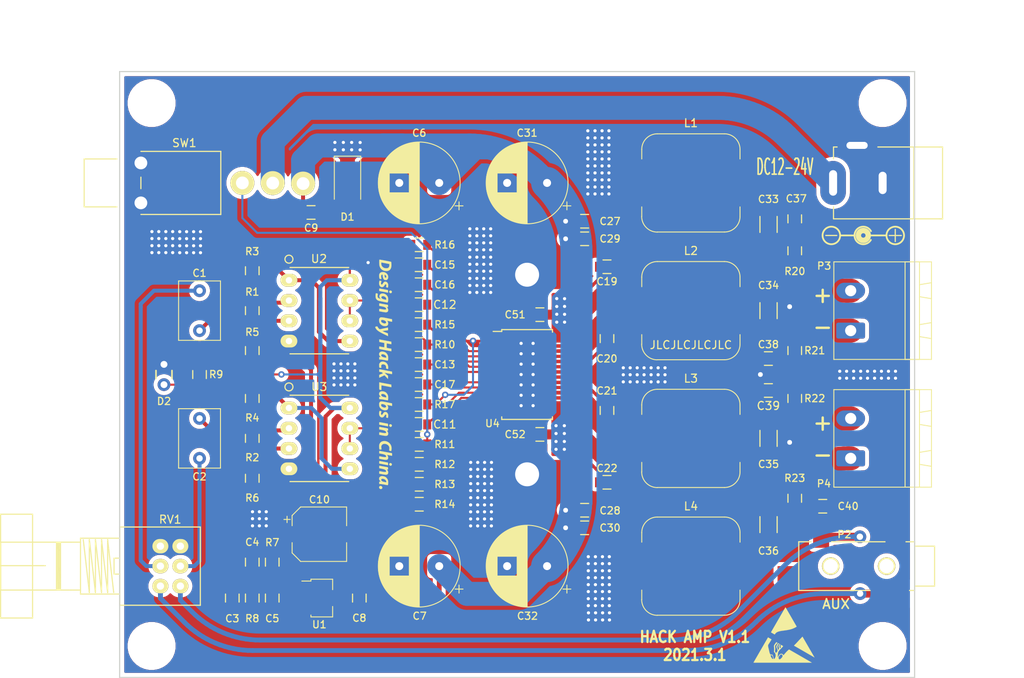
<source format=kicad_pcb>
(kicad_pcb (version 20171130) (host pcbnew "(5.1.8)-1")
  (layers (0 F.Cu signal) (31 B.Cu signal) (34 B.Paste user) (35 F.Paste user) (36 B.SilkS user) (37 F.SilkS user) (38 B.Mask user) (39 F.Mask user) (44 Edge.Cuts user))
  (net 0 "")
  (net 1 "Net-(C1-Pad1)")
  (net 2 GND)
  (net 3 "Net-(C2-Pad1)")
  (net 4 VCC)
  (net 5 "Net-(R3-Pad2)")
  (net 6 "Net-(R4-Pad2)")
  (net 7 "Net-(R10-Pad1)")
  (net 8 /IN_R)
  (net 9 /IN_L)
  (net 10 "Net-(C20-Pad1)")
  (net 11 "Net-(C20-Pad2)")
  (net 12 "Net-(P2-Pad4)")
  (net 13 "Net-(P2-Pad5)")
  (net 14 "Net-(C2-Pad2)")
  (net 15 "Net-(R13-Pad2)")
  (net 16 "Net-(R14-Pad2)")
  (net 17 "Net-(D2-Pad1)")
  (net 18 "Net-(CON1-Pad1)")
  (net 19 "Net-(C1-Pad2)")
  (net 20 "Net-(C19-Pad1)")
  (net 21 +9V)
  (net 22 /4.5V)
  (net 23 "Net-(C16-Pad2)")
  (net 24 "Net-(C17-Pad2)")
  (net 25 "Net-(C19-Pad2)")
  (net 26 "Net-(C21-Pad1)")
  (net 27 "Net-(C21-Pad2)")
  (net 28 "Net-(C22-Pad1)")
  (net 29 "Net-(C22-Pad2)")
  (net 30 "Net-(C33-Pad2)")
  (net 31 "Net-(C34-Pad2)")
  (net 32 "Net-(C35-Pad2)")
  (net 33 "Net-(C36-Pad2)")
  (net 34 "Net-(C37-Pad2)")
  (net 35 "Net-(C38-Pad2)")
  (net 36 "Net-(C39-Pad2)")
  (net 37 "Net-(C40-Pad2)")
  (net 38 "Net-(R1-Pad1)")
  (net 39 "Net-(R2-Pad1)")
  (net 40 "Net-(R5-Pad1)")
  (net 41 "Net-(R6-Pad1)")
  (net 42 "Net-(R12-Pad2)")
  (net 43 "Net-(U4-Pad16)")
  (net 44 "Net-(R16-Pad2)")
  (net 45 /MUTE)
  (net 46 "Net-(C12-Pad1)")
  (net 47 "Net-(C15-Pad2)")
  (net 48 "Net-(C15-Pad1)")
  (net 49 "Net-(C13-Pad2)")
  (net 50 "Net-(C13-Pad1)")
  (net 51 "Net-(C11-Pad1)")
  (module NewLibCool:CP_Radial_D10.0mm_P5.00mm (layer F.Cu) (at 103.5 124 180)
    (fp_text reference C32 (at 2.45 -6.25 180) (layer F.SilkS) (effects (font (size 0.9 0.9))))
    (fp_text value 220uF)
    (pad 1 thru_hole rect (at 0 0 180) (size 2 2) (drill 1) (layers *.Cu *.Mask) (net 4 VCC))
    (pad 2 thru_hole circle (at 5 0 180) (size 2 2) (drill 1) (layers *.Cu *.Mask) (net 2 GND))
  )
  (module NewLibCool:CP_Radial_D10.0mm_P5.00mm (layer F.Cu) (at 90 124 180)
    (fp_text reference C7 (at 2.45 -6.25 180) (layer F.SilkS) (effects (font (size 0.9 0.9))))
    (fp_text value 220uF)
    (pad 1 thru_hole rect (at 0 0 180) (size 2 2) (drill 1) (layers *.Cu *.Mask) (net 4 VCC))
    (pad 2 thru_hole circle (at 5 0 180) (size 2 2) (drill 1) (layers *.Cu *.Mask) (net 2 GND))
  )
  (module NewLibCool:CP_Radial_D10.0mm_P5.00mm (layer F.Cu) (at 103.5 76 180)
    (fp_text reference C31 (at 2.5 6.25 180) (layer F.SilkS) (effects (font (size 0.9 0.9))))
    (fp_text value 220uF)
    (pad 1 thru_hole rect (at 0 0 180) (size 2 2) (drill 1) (layers *.Cu *.Mask) (net 4 VCC))
    (pad 2 thru_hole circle (at 5 0 180) (size 2 2) (drill 1) (layers *.Cu *.Mask) (net 2 GND))
  )
  (module NewLibCool:CP_Radial_D10.0mm_P5.00mm (layer F.Cu) (at 90 76 180)
    (fp_text reference C6 (at 2.5 6.25 180) (layer F.SilkS) (effects (font (size 0.9 0.9))))
    (fp_text value 220uF)
    (pad 1 thru_hole rect (at 0 0 180) (size 2 2) (drill 1) (layers *.Cu *.Mask) (net 4 VCC))
    (pad 2 thru_hole circle (at 5 0 180) (size 2 2) (drill 1) (layers *.Cu *.Mask) (net 2 GND))
  )
  (module NewLibCool:0805_C (layer F.Cu) (at 87.5 98.75)
    (fp_text reference C13 (at 3.2 0 180) (layer F.SilkS) (effects (font (size 0.9 0.9))))
    (fp_text value 1uF)
    (pad 2 smd rect (at 1 0) (size 1 1.25) (layers F.Cu F.Paste F.Mask) (net 49 "Net-(C13-Pad2)"))
    (pad 1 smd rect (at -1 0) (size 1 1.25) (layers F.Cu F.Paste F.Mask) (net 50 "Net-(C13-Pad1)"))
  )
  (module NewLibCool:0805_C (layer F.Cu) (at 87.5 86.25)
    (fp_text reference C15 (at 3.2 0.01 -180) (layer F.SilkS) (effects (font (size 0.9 0.9))))
    (fp_text value 1uF)
    (pad 2 smd rect (at 1 0) (size 1 1.25) (layers F.Cu F.Paste F.Mask) (net 47 "Net-(C15-Pad2)"))
    (pad 1 smd rect (at -1 0) (size 1 1.25) (layers F.Cu F.Paste F.Mask) (net 48 "Net-(C15-Pad1)"))
  )
  (module NewLibCool:0805_C (layer F.Cu) (at 87.5 88.75)
    (fp_text reference C16 (at 3.2 0 180) (layer F.SilkS) (effects (font (size 0.9 0.9))))
    (fp_text value 1uF)
    (pad 2 smd rect (at 1 0) (size 1 1.25) (layers F.Cu F.Paste F.Mask) (net 23 "Net-(C16-Pad2)"))
    (pad 1 smd rect (at -1 0) (size 1 1.25) (layers F.Cu F.Paste F.Mask) (net 2 GND))
  )
  (module NewLibCool:L_Bourns_SRR1260 (layer F.Cu) (at 121.5 124)
    (fp_text reference L4 (at 0 -7.5) (layer F.SilkS))
    (fp_text value 10uF)
    (pad 2 smd rect (at 5 0) (size 3.5 5.4) (layers F.Cu F.Paste F.Mask) (net 33 "Net-(C36-Pad2)"))
    (pad 1 smd rect (at -5 0) (size 3.5 5.4) (layers F.Cu F.Paste F.Mask) (net 28 "Net-(C22-Pad1)"))
  )
  (module NewLibCool:L_Bourns_SRR1260 (layer F.Cu) (at 121.5 108)
    (fp_text reference L3 (at 0 -7.5) (layer F.SilkS))
    (fp_text value 10uF)
    (pad 2 smd rect (at 5 0) (size 3.5 5.4) (layers F.Cu F.Paste F.Mask) (net 32 "Net-(C35-Pad2)"))
    (pad 1 smd rect (at -5 0) (size 3.5 5.4) (layers F.Cu F.Paste F.Mask) (net 26 "Net-(C21-Pad1)"))
  )
  (module NewLibCool:L_Bourns_SRR1260 (layer F.Cu) (at 121.5 92)
    (fp_text reference L2 (at 0 -7.5) (layer F.SilkS))
    (fp_text value 10uF)
    (pad 2 smd rect (at 5 0) (size 3.5 5.4) (layers F.Cu F.Paste F.Mask) (net 31 "Net-(C34-Pad2)"))
    (pad 1 smd rect (at -5 0) (size 3.5 5.4) (layers F.Cu F.Paste F.Mask) (net 10 "Net-(C20-Pad1)"))
  )
  (module NewLibCool:L_Bourns_SRR1260 (layer F.Cu) (at 121.5 76)
    (fp_text reference L1 (at 0 -7.5) (layer F.SilkS))
    (fp_text value 10uH)
    (pad 1 smd rect (at -5 0) (size 3.5 5.4) (layers F.Cu F.Paste F.Mask) (net 20 "Net-(C19-Pad1)"))
    (pad 2 smd rect (at 5 0) (size 3.5 5.4) (layers F.Cu F.Paste F.Mask) (net 30 "Net-(C33-Pad2)"))
  )
  (module NewLibCool:HTSSOP-32-1EP (layer F.Cu) (at 101 100)
    (fp_text reference U4 (at -4.34 6.13) (layer F.SilkS) (effects (font (size 0.9 0.9))))
    (fp_text value TPA3116D2)
    (pad 33 thru_hole circle (at 0 12.5) (size 5 5) (drill 3) (layers *.Cu *.Mask) (net 2 GND))
    (pad 33 thru_hole circle (at 0 -12.5) (size 5 5) (drill 3) (layers *.Cu *.Mask) (net 2 GND))
    (pad 33 smd rect (at 0 0) (size 5 11) (layers B.Cu) (net 2 GND))
    (pad 33 thru_hole circle (at 0.75 3.9) (size 0.6 0.6) (drill 0.4) (layers *.Cu) (net 2 GND))
    (pad 33 thru_hole circle (at 0.75 2.6) (size 0.6 0.6) (drill 0.4) (layers *.Cu) (net 2 GND))
    (pad 33 thru_hole circle (at -0.75 2.6) (size 0.6 0.6) (drill 0.4) (layers *.Cu) (net 2 GND))
    (pad 33 thru_hole circle (at -0.75 3.9) (size 0.6 0.6) (drill 0.4) (layers *.Cu) (net 2 GND))
    (pad 33 thru_hole circle (at 0.75 1.3) (size 0.6 0.6) (drill 0.4) (layers *.Cu) (net 2 GND))
    (pad 33 thru_hole circle (at 0.75 0) (size 0.6 0.6) (drill 0.4) (layers *.Cu) (net 2 GND))
    (pad 33 thru_hole circle (at -0.75 0) (size 0.6 0.6) (drill 0.4) (layers *.Cu) (net 2 GND))
    (pad 33 thru_hole circle (at -0.75 1.3) (size 0.6 0.6) (drill 0.4) (layers *.Cu) (net 2 GND))
    (pad 33 thru_hole circle (at 0.75 -1.3) (size 0.6 0.6) (drill 0.4) (layers *.Cu) (net 2 GND))
    (pad 33 thru_hole circle (at 0.75 -2.6) (size 0.6 0.6) (drill 0.4) (layers *.Cu) (net 2 GND))
    (pad 33 thru_hole circle (at -0.75 -2.6) (size 0.6 0.6) (drill 0.4) (layers *.Cu) (net 2 GND))
    (pad 33 thru_hole circle (at -0.75 -1.3) (size 0.6 0.6) (drill 0.4) (layers *.Cu) (net 2 GND))
    (pad 33 thru_hole circle (at 0.75 -3.9) (size 0.6 0.6) (drill 0.4) (layers *.Cu) (net 2 GND))
    (pad 33 thru_hole circle (at -0.75 -3.9) (size 0.6 0.6) (drill 0.4) (layers *.Cu) (net 2 GND))
    (pad 33 smd rect (at 0 0) (size 5 11) (layers F.Cu) (net 2 GND))
    (pad 32 smd rect (at 3.8 -4.875) (size 1.5 0.4) (layers F.Cu F.Paste F.Mask) (net 4 VCC))
    (pad 31 smd rect (at 3.8 -4.225) (size 1.5 0.4) (layers F.Cu F.Paste F.Mask) (net 4 VCC))
    (pad 30 smd rect (at 3.8 -3.575) (size 1.5 0.4) (layers F.Cu F.Paste F.Mask) (net 25 "Net-(C19-Pad2)"))
    (pad 29 smd rect (at 3.8 -2.925) (size 1.5 0.4) (layers F.Cu F.Paste F.Mask) (net 20 "Net-(C19-Pad1)"))
    (pad 28 smd rect (at 3.8 -2.275) (size 1.5 0.4) (layers F.Cu F.Paste F.Mask) (net 2 GND))
    (pad 27 smd rect (at 3.8 -1.625) (size 1.5 0.4) (layers F.Cu F.Paste F.Mask) (net 10 "Net-(C20-Pad1)"))
    (pad 26 smd rect (at 3.8 -0.975) (size 1.5 0.4) (layers F.Cu F.Paste F.Mask) (net 11 "Net-(C20-Pad2)"))
    (pad 25 smd rect (at 3.8 -0.325) (size 1.5 0.4) (layers F.Cu F.Paste F.Mask) (net 2 GND))
    (pad 24 smd rect (at 3.8 0.325) (size 1.5 0.4) (layers F.Cu F.Paste F.Mask) (net 27 "Net-(C21-Pad2)"))
    (pad 23 smd rect (at 3.8 0.975) (size 1.5 0.4) (layers F.Cu F.Paste F.Mask) (net 26 "Net-(C21-Pad1)"))
    (pad 22 smd rect (at 3.8 1.625) (size 1.5 0.4) (layers F.Cu F.Paste F.Mask) (net 2 GND))
    (pad 21 smd rect (at 3.8 2.275) (size 1.5 0.4) (layers F.Cu F.Paste F.Mask) (net 28 "Net-(C22-Pad1)"))
    (pad 20 smd rect (at 3.8 2.925) (size 1.5 0.4) (layers F.Cu F.Paste F.Mask) (net 29 "Net-(C22-Pad2)"))
    (pad 19 smd rect (at 3.8 3.575) (size 1.5 0.4) (layers F.Cu F.Paste F.Mask) (net 4 VCC))
    (pad 18 smd rect (at 3.8 4.225) (size 1.5 0.4) (layers F.Cu F.Paste F.Mask) (net 4 VCC))
    (pad 17 smd rect (at 3.8 4.875) (size 1.5 0.4) (layers F.Cu F.Paste F.Mask) (net 4 VCC))
    (pad 16 smd rect (at -3.8 4.875) (size 1.5 0.4) (layers F.Cu F.Paste F.Mask) (net 43 "Net-(U4-Pad16)"))
    (pad 15 smd rect (at -3.8 4.225) (size 1.5 0.4) (layers F.Cu F.Paste F.Mask) (net 16 "Net-(R14-Pad2)"))
    (pad 14 smd rect (at -3.8 3.575) (size 1.5 0.4) (layers F.Cu F.Paste F.Mask) (net 15 "Net-(R13-Pad2)"))
    (pad 13 smd rect (at -3.8 2.925) (size 1.5 0.4) (layers F.Cu F.Paste F.Mask) (net 42 "Net-(R12-Pad2)"))
    (pad 12 smd rect (at -3.8 2.275) (size 1.5 0.4) (layers F.Cu F.Paste F.Mask) (net 45 /MUTE))
    (pad 11 smd rect (at -3.8 1.625) (size 1.5 0.4) (layers F.Cu F.Paste F.Mask) (net 24 "Net-(C17-Pad2)"))
    (pad 10 smd rect (at -3.8 0.975) (size 1.5 0.4) (layers F.Cu F.Paste F.Mask) (net 49 "Net-(C13-Pad2)"))
    (pad 9 smd rect (at -3.8 0.325) (size 1.5 0.4) (layers F.Cu F.Paste F.Mask) (net 2 GND))
    (pad 8 smd rect (at -3.8 -0.325) (size 1.5 0.4) (layers F.Cu F.Paste F.Mask) (net 7 "Net-(R10-Pad1)"))
    (pad 7 smd rect (at -3.8 -0.975) (size 1.5 0.4) (layers F.Cu F.Paste F.Mask) (net 46 "Net-(C12-Pad1)"))
    (pad 6 smd rect (at -3.8 -1.625) (size 1.5 0.4) (layers F.Cu F.Paste F.Mask) (net 46 "Net-(C12-Pad1)"))
    (pad 5 smd rect (at -3.8 -2.275) (size 1.5 0.4) (layers F.Cu F.Paste F.Mask) (net 23 "Net-(C16-Pad2)"))
    (pad 4 smd rect (at -3.8 -2.925) (size 1.5 0.4) (layers F.Cu F.Paste F.Mask) (net 47 "Net-(C15-Pad2)"))
    (pad 3 smd rect (at -3.8 -3.575) (size 1.5 0.4) (layers F.Cu F.Paste F.Mask) (net 44 "Net-(R16-Pad2)"))
    (pad 2 smd rect (at -3.8 -4.225) (size 1.5 0.4) (layers F.Cu F.Paste F.Mask) (net 44 "Net-(R16-Pad2)"))
    (pad 1 smd rect (at -3.8 -4.875) (size 1.5 0.4) (layers F.Cu F.Paste F.Mask) (net 2 GND))
  )
  (module Diodes_SMD:D_SMA (layer F.Cu) (at 78.52 76.05 270)
    (fp_text reference D1 (at 4.21 0) (layer F.SilkS) (effects (font (size 0.9 0.9))))
    (fp_text value SS34)
    (pad 2 smd rect (at -2 0 270) (size 2.5 1.8) (layers F.Cu F.Paste F.Mask) (net 4 VCC))
    (pad 1 smd rect (at 2 0 270) (size 2.5 1.8) (layers F.Cu F.Paste F.Mask) (net 2 GND))
  )
  (module Connector_Phoenix_MSTB:PhoenixContact_MSTBA_2,5_2-G_1x02_P5.00mm_Horizontal (layer F.Cu) (at 141.5 110.5 90)
    (fp_text reference P4 (at -3.17 -3.35) (layer F.SilkS) (effects (font (size 0.9 0.9))))
    (fp_text value L_OUT)
    (pad 2 thru_hole oval (at 5 0 90) (size 2 3.6) (drill 1.4) (layers *.Cu *.Mask) (net 32 "Net-(C35-Pad2)"))
    (pad 1 thru_hole roundrect (at 0 0 90) (size 2 3.6) (drill 1.4) (layers *.Cu *.Mask) (roundrect_rratio 0.125) (net 33 "Net-(C36-Pad2)"))
  )
  (module Connector_Phoenix_MSTB:PhoenixContact_MSTBA_2,5_2-G_1x02_P5.00mm_Horizontal (layer F.Cu) (at 141.5 94.5 90)
    (fp_text reference P3 (at 8.1 -3.32) (layer F.SilkS) (effects (font (size 0.9 0.9))))
    (fp_text value R_OUT)
    (pad 1 thru_hole roundrect (at 0 0 90) (size 2 3.6) (drill 1.4) (layers *.Cu *.Mask) (roundrect_rratio 0.125) (net 31 "Net-(C34-Pad2)"))
    (pad 2 thru_hole oval (at 5 0 90) (size 2 3.6) (drill 1.4) (layers *.Cu *.Mask) (net 30 "Net-(C33-Pad2)"))
  )
  (module NewLibCool:O_2.5mm (layer F.Cu) (at 145.5 134)
    (fp_text reference REF** hide)
    (fp_text value O_2.5mm)
    (pad "" np_thru_hole circle (at 0 0) (size 2.56 2.56) (drill 2.56) (layers *.Cu *.Mask))
  )
  (module NewLibCool:O_2.5mm (layer F.Cu) (at 145.5 66)
    (fp_text reference REF** hide)
    (fp_text value O_2.5mm)
    (pad "" np_thru_hole circle (at 0 0) (size 2.56 2.56) (drill 2.56) (layers *.Cu *.Mask))
  )
  (module NewLibCool:O_2.5mm (layer F.Cu) (at 54 66)
    (fp_text reference REF** hide)
    (fp_text value O_2.5mm)
    (pad "" np_thru_hole circle (at 0 0) (size 2.56 2.56) (drill 2.56) (layers *.Cu *.Mask))
  )
  (module NewLibCool:O_2.5mm (layer F.Cu) (at 54 134)
    (fp_text reference REF** hide)
    (fp_text value O_2.5mm)
    (pad "" np_thru_hole circle (at 0 0) (size 2.56 2.56) (drill 2.56) (layers *.Cu *.Mask))
  )
  (module NewLibCool:LED-3MM (layer F.Cu) (at 55.55 100 90)
    (fp_text reference D2 (at -3.35 0) (layer F.SilkS) (effects (font (size 0.9 0.9))))
    (fp_text value "LED(M)")
    (pad 1 thru_hole circle (at -1.27 0 180) (size 1.6 1.6) (drill 0.86) (layers *.Cu *.Mask) (net 17 "Net-(D2-Pad1)"))
    (pad 2 thru_hole circle (at 1.27 0 90) (size 1.6 1.6) (drill 0.86) (layers *.Cu *.Mask) (net 2 GND))
  )
  (module NewLibCool:WeiMa_C_Rect_L7.2mm_W5.5mm_P5.00mm_FKS2_FKP2_MKS2_MKP2 (layer F.Cu) (at 60 110.5 90)
    (fp_text reference C2 (at -2.3 0 180) (layer F.SilkS) (effects (font (size 0.9 0.9))))
    (fp_text value 1uF)
    (pad 2 thru_hole circle (at 5 0 90) (size 1.6 1.6) (drill 0.8) (layers *.Cu *.Mask) (net 14 "Net-(C2-Pad2)"))
    (pad 1 thru_hole circle (at 0 0 90) (size 1.6 1.6) (drill 0.8) (layers *.Cu *.Mask) (net 3 "Net-(C2-Pad1)"))
  )
  (module NewLibCool:WeiMa_C_Rect_L7.2mm_W5.5mm_P5.00mm_FKS2_FKP2_MKS2_MKP2 (layer F.Cu) (at 60 89.5 270)
    (fp_text reference C1 (at -2.2 0) (layer F.SilkS) (effects (font (size 0.9 0.9))))
    (fp_text value 1uF)
    (pad 2 thru_hole circle (at 5 0 270) (size 1.6 1.6) (drill 0.8) (layers *.Cu *.Mask) (net 19 "Net-(C1-Pad2)"))
    (pad 1 thru_hole circle (at 0 0 270) (size 1.6 1.6) (drill 0.8) (layers *.Cu *.Mask) (net 1 "Net-(C1-Pad1)"))
  )
  (module Capacitors_SMD:CP_Elec_6.3x5.4_Nichicon (layer F.Cu) (at 75 120)
    (fp_text reference C10 (at 0.01 -4.33) (layer F.SilkS) (effects (font (size 0.9 0.9))))
    (fp_text value 220uF)
    (pad 2 smd roundrect (at 2.7 0) (size 3.5 1.6) (layers F.Cu F.Paste F.Mask) (roundrect_rratio 0.15625) (net 2 GND))
    (pad 1 smd roundrect (at -2.7 0) (size 3.5 1.6) (layers F.Cu F.Paste F.Mask) (roundrect_rratio 0.15625) (net 21 +9V))
  )
  (module Package_TO_SOT_SMD:SOT-89-3 (layer F.Cu) (at 75 128)
    (fp_text reference U1 (at 0 3.32 180) (layer F.SilkS) (effects (font (size 0.9 0.9))))
    (fp_text value LM78M09CT)
    (pad 2 smd rect (at 1.2 0.01) (size 2.5 1.8) (layers F.Cu F.Paste F.Mask) (net 2 GND))
    (pad 2 smd rect (at -0.8 0) (size 3 0.9) (layers F.Cu F.Paste F.Mask) (net 2 GND))
    (pad 3 smd rect (at -1.65 1.5) (size 1.3 0.9) (layers F.Cu F.Paste F.Mask) (net 4 VCC))
    (pad 1 smd rect (at -1.65 -1.5) (size 1.3 0.9) (layers F.Cu F.Paste F.Mask) (net 21 +9V))
  )
  (module NewLibCool:1206_C (layer F.Cu) (at 131.22 118.8 90)
    (fp_text reference C36 (at -3.29 -0.01 180) (layer F.SilkS) (effects (font (size 0.9 0.9))))
    (fp_text value 0.68uF)
    (pad 2 smd rect (at 1.45 0 90) (size 1.36 1.7) (layers F.Cu F.Paste F.Mask) (net 33 "Net-(C36-Pad2)"))
    (pad 1 smd rect (at -1.45 0 90) (size 1.36 1.7) (layers F.Cu F.Paste F.Mask) (net 2 GND))
  )
  (module NewLibCool:1206_C (layer F.Cu) (at 131.22 108 90)
    (fp_text reference C35 (at -3.23 0 180) (layer F.SilkS) (effects (font (size 0.9 0.9))))
    (fp_text value 0.68uF)
    (pad 2 smd rect (at 1.45 0 90) (size 1.36 1.7) (layers F.Cu F.Paste F.Mask) (net 32 "Net-(C35-Pad2)"))
    (pad 1 smd rect (at -1.45 0 90) (size 1.36 1.7) (layers F.Cu F.Paste F.Mask) (net 2 GND))
  )
  (module NewLibCool:1206_C (layer F.Cu) (at 131.22 81.2 270)
    (fp_text reference C33 (at -3.16 0.01) (layer F.SilkS) (effects (font (size 0.9 0.9))))
    (fp_text value 0.68uF)
    (pad 2 smd rect (at 1.45 0 270) (size 1.36 1.7) (layers F.Cu F.Paste F.Mask) (net 30 "Net-(C33-Pad2)"))
    (pad 1 smd rect (at -1.45 0 270) (size 1.36 1.7) (layers F.Cu F.Paste F.Mask) (net 2 GND))
  )
  (module NewLibCool:1206_C (layer F.Cu) (at 131.22 92 270)
    (fp_text reference C34 (at -3.17 0) (layer F.SilkS) (effects (font (size 0.9 0.9))))
    (fp_text value 0.68uF)
    (pad 2 smd rect (at 1.45 0 270) (size 1.36 1.7) (layers F.Cu F.Paste F.Mask) (net 31 "Net-(C34-Pad2)"))
    (pad 1 smd rect (at -1.45 0 270) (size 1.36 1.7) (layers F.Cu F.Paste F.Mask) (net 2 GND))
  )
  (module NewLibCool:Audio_3.5mm (layer F.Cu) (at 146 124 180)
    (fp_text reference P2 (at 5.28 3.97 180) (layer F.SilkS) (effects (font (size 0.9 0.9))))
    (fp_text value CONN_01X05 hide)
    (pad 1 smd rect (at -1.1 3.45 270) (size 2.5 2) (layers F.Cu F.Paste F.Mask) (net 2 GND))
    (pad 5 smd rect (at -2 -3.45 270) (size 2.5 1.2) (layers F.Cu F.Paste F.Mask) (net 13 "Net-(P2-Pad5)"))
    (pad 4 smd rect (at 12.4 -1 270) (size 2 2.5) (layers F.Cu F.Paste F.Mask) (net 12 "Net-(P2-Pad4)"))
    (pad 3 smd rect (at 0.8 -3.45 270) (size 2.5 2) (layers F.Cu F.Paste F.Mask) (net 8 /IN_R))
    (pad 2 smd rect (at 8.2 3.7 270) (size 2.8 2) (layers F.Cu F.Paste F.Mask) (net 9 /IN_L))
    (pad 0 thru_hole oval (at 7 0 270) (size 2.2 2.2) (drill oval 1.8) (layers *.Cu *.Mask F.SilkS))
    (pad 0 thru_hole oval (at 0 0 270) (size 2.2 2.2) (drill oval 1.8) (layers *.Cu *.Mask F.SilkS))
  )
  (module NewLibCool:ADJ_RES (layer F.Cu) (at 55.1 124)
    (fp_text reference RV1 (at 1.23 -5.84) (layer F.SilkS))
    (fp_text value RES_ADJ)
    (pad 3 thru_hole oval (at 0 2.5 180) (size 2 1.8) (drill 0.92) (layers *.Cu *.Mask F.SilkS) (net 8 /IN_R))
    (pad 2 thru_hole oval (at 0 0 180) (size 2 1.8) (drill 0.92) (layers *.Cu *.Mask F.SilkS) (net 1 "Net-(C1-Pad1)"))
    (pad 1 thru_hole oval (at 0 -2.5 180) (size 2 1.8) (drill 0.92) (layers *.Cu *.Mask F.SilkS) (net 2 GND))
    (pad 4 thru_hole oval (at 2.5 -2.5 180) (size 2 1.8) (drill 0.92) (layers *.Cu *.Mask F.SilkS) (net 2 GND))
    (pad 5 thru_hole oval (at 2.5 0 180) (size 2 1.8) (drill 0.92) (layers *.Cu *.Mask F.SilkS) (net 3 "Net-(C2-Pad1)"))
    (pad 6 thru_hole oval (at 2.5 2.5 180) (size 2 1.8) (drill 0.92) (layers *.Cu *.Mask F.SilkS) (net 9 /IN_L))
  )
  (module NewLibCool:SWITCH_Toggle (layer F.Cu) (at 52.66 76)
    (fp_text reference SW1 (at 5.44 -5) (layer F.SilkS))
    (fp_text value SWITCH_INV hide)
    (pad 0 thru_hole circle (at 0 -2.5) (size 3.2 3.2) (drill 1.6) (layers *.Cu *.Mask) (net 2 GND))
    (pad 2 thru_hole circle (at 16.5 0.02 90) (size 3 3) (drill 1.6) (layers *.Cu *.Mask F.SilkS) (net 18 "Net-(CON1-Pad1)"))
    (pad 3 thru_hole circle (at 20.3 0.08 90) (size 3 3) (drill 1.6) (layers *.Cu *.Mask F.SilkS) (net 4 VCC))
    (pad 1 thru_hole circle (at 12.7 0 90) (size 3 3) (drill 1.6) (layers *.Cu *.Mask F.SilkS) (net 45 /MUTE))
    (pad 0 thru_hole circle (at 0 2.5) (size 3.2 3.2) (drill 1.6) (layers *.Cu *.Mask) (net 2 GND))
  )
  (module NewLibCool:DCDCJACK_ALIM (layer F.Cu) (at 145.5 76 180)
    (fp_text reference CON1 hide)
    (fp_text value DC-005 hide)
    (pad 3 thru_hole oval (at 3.2 4.7 180) (size 4.6 2.8) (drill oval 2.66 0.88) (layers *.Cu *.Mask) (net 2 GND))
    (pad 1 thru_hole oval (at 6.2 0 180) (size 3.2 5.5) (drill oval 1 3.2) (layers *.Cu *.Mask) (net 18 "Net-(CON1-Pad1)"))
    (pad 2 thru_hole oval (at 0 0 180) (size 3.2 5.2) (drill oval 1 2.8) (layers *.Cu *.Mask) (net 2 GND))
  )
  (module NewLibCool:No-littering2 (layer F.Cu) (at 133.4 132.63)
    (fp_text reference G*** hide)
    (fp_text value LOGO hide)
  )
  (module NewLibCool:0805_C (layer F.Cu) (at 69.1 128 270)
    (fp_text reference C5 (at 2.56 0) (layer F.SilkS) (effects (font (size 0.9 0.9))))
    (fp_text value 0.1uF)
    (pad 2 smd rect (at 1 0 270) (size 1 1.25) (layers F.Cu F.Paste F.Mask) (net 2 GND))
    (pad 1 smd rect (at -1 0 270) (size 1 1.25) (layers F.Cu F.Paste F.Mask) (net 21 +9V))
  )
  (module NewLibCool:0805_C (layer F.Cu) (at 64.1 128 270)
    (fp_text reference C3 (at 2.57 0) (layer F.SilkS) (effects (font (size 0.9 0.9))))
    (fp_text value 0.1uF)
    (pad 2 smd rect (at 1 0 270) (size 1 1.25) (layers F.Cu F.Paste F.Mask) (net 2 GND))
    (pad 1 smd rect (at -1 0 270) (size 1 1.25) (layers F.Cu F.Paste F.Mask) (net 22 /4.5V))
  )
  (module NewLibCool:0805_C (layer F.Cu) (at 87.5 101.25)
    (fp_text reference C17 (at 3.2 0 180) (layer F.SilkS) (effects (font (size 0.9 0.9))))
    (fp_text value 1uF)
    (pad 1 smd rect (at -1 0) (size 1 1.25) (layers F.Cu F.Paste F.Mask) (net 2 GND))
    (pad 2 smd rect (at 1 0) (size 1 1.25) (layers F.Cu F.Paste F.Mask) (net 24 "Net-(C17-Pad2)"))
  )
  (module NewLibCool:0805_C (layer F.Cu) (at 111 86.5 180)
    (fp_text reference C19 (at 0 -1.85) (layer F.SilkS) (effects (font (size 0.9 0.9))))
    (fp_text value 220nF)
    (pad 1 smd rect (at -1 0 180) (size 1 1.25) (layers F.Cu F.Paste F.Mask) (net 20 "Net-(C19-Pad1)"))
    (pad 2 smd rect (at 1 0 180) (size 1 1.25) (layers F.Cu F.Paste F.Mask) (net 25 "Net-(C19-Pad2)"))
  )
  (module NewLibCool:0805_C (layer F.Cu) (at 111 95.5 270)
    (fp_text reference C20 (at 2.52 0.01) (layer F.SilkS) (effects (font (size 0.9 0.9))))
    (fp_text value 220nF)
    (pad 2 smd rect (at 1 0 270) (size 1 1.25) (layers F.Cu F.Paste F.Mask) (net 11 "Net-(C20-Pad2)"))
    (pad 1 smd rect (at -1 0 270) (size 1 1.25) (layers F.Cu F.Paste F.Mask) (net 10 "Net-(C20-Pad1)"))
  )
  (module NewLibCool:0805_C (layer F.Cu) (at 111 104.5 90)
    (fp_text reference C21 (at 2.46 0 180) (layer F.SilkS) (effects (font (size 0.9 0.9))))
    (fp_text value 220nF)
    (pad 1 smd rect (at -1 0 90) (size 1 1.25) (layers F.Cu F.Paste F.Mask) (net 26 "Net-(C21-Pad1)"))
    (pad 2 smd rect (at 1 0 90) (size 1 1.25) (layers F.Cu F.Paste F.Mask) (net 27 "Net-(C21-Pad2)"))
  )
  (module NewLibCool:0805_C (layer F.Cu) (at 111 113.5 180)
    (fp_text reference C22 (at 0 1.76) (layer F.SilkS) (effects (font (size 0.9 0.9))))
    (fp_text value 220nF)
    (pad 1 smd rect (at -1 0 180) (size 1 1.25) (layers F.Cu F.Paste F.Mask) (net 28 "Net-(C22-Pad1)"))
    (pad 2 smd rect (at 1 0 180) (size 1 1.25) (layers F.Cu F.Paste F.Mask) (net 29 "Net-(C22-Pad2)"))
  )
  (module NewLibCool:0805_C (layer F.Cu) (at 108.2 80.8)
    (fp_text reference C27 (at 3.18 0.01 180) (layer F.SilkS) (effects (font (size 0.9 0.9))))
    (fp_text value 1000pF)
    (pad 1 smd rect (at -1 0) (size 1 1.25) (layers F.Cu F.Paste F.Mask) (net 4 VCC))
    (pad 2 smd rect (at 1 0) (size 1 1.25) (layers F.Cu F.Paste F.Mask) (net 2 GND))
  )
  (module NewLibCool:0805_C (layer F.Cu) (at 108.2 117)
    (fp_text reference C28 (at 3.18 0.05 180) (layer F.SilkS) (effects (font (size 0.9 0.9))))
    (fp_text value 1000pF)
    (pad 1 smd rect (at -1 0) (size 1 1.25) (layers F.Cu F.Paste F.Mask) (net 4 VCC))
    (pad 2 smd rect (at 1 0) (size 1 1.25) (layers F.Cu F.Paste F.Mask) (net 2 GND))
  )
  (module NewLibCool:0805_C (layer F.Cu) (at 108.2 83)
    (fp_text reference C29 (at 3.18 0 180) (layer F.SilkS) (effects (font (size 0.9 0.9))))
    (fp_text value 0.1uF)
    (pad 2 smd rect (at 1 0) (size 1 1.25) (layers F.Cu F.Paste F.Mask) (net 2 GND))
    (pad 1 smd rect (at -1 0) (size 1 1.25) (layers F.Cu F.Paste F.Mask) (net 4 VCC))
  )
  (module NewLibCool:0805_C (layer F.Cu) (at 108.2 119.2)
    (fp_text reference C30 (at 3.18 0.01 180) (layer F.SilkS) (effects (font (size 0.9 0.9))))
    (fp_text value 0.1uF)
    (pad 1 smd rect (at -1 0) (size 1 1.25) (layers F.Cu F.Paste F.Mask) (net 4 VCC))
    (pad 2 smd rect (at 1 0) (size 1 1.25) (layers F.Cu F.Paste F.Mask) (net 2 GND))
  )
  (module NewLibCool:0805_C (layer F.Cu) (at 134.5 80.5 270)
    (fp_text reference C37 (at -2.53 -0.19) (layer F.SilkS) (effects (font (size 0.9 0.9))))
    (fp_text value 0.01uF)
    (pad 2 smd rect (at 1 0 270) (size 1 1.25) (layers F.Cu F.Paste F.Mask) (net 34 "Net-(C37-Pad2)"))
    (pad 1 smd rect (at -1 0 270) (size 1 1.25) (layers F.Cu F.Paste F.Mask) (net 2 GND))
  )
  (module NewLibCool:0805_C (layer F.Cu) (at 131.2 98)
    (fp_text reference C38 (at 0 -1.76 180) (layer F.SilkS) (effects (font (size 0.9 0.9))))
    (fp_text value 0.01uF)
    (pad 1 smd rect (at -1 0) (size 1 1.25) (layers F.Cu F.Paste F.Mask) (net 2 GND))
    (pad 2 smd rect (at 1 0) (size 1 1.25) (layers F.Cu F.Paste F.Mask) (net 35 "Net-(C38-Pad2)"))
  )
  (module NewLibCool:0805_C (layer F.Cu) (at 131.2 102)
    (fp_text reference C39 (at 0 1.92 180) (layer F.SilkS))
    (fp_text value 0.01uF)
    (pad 1 smd rect (at -1 0) (size 1 1.25) (layers F.Cu F.Paste F.Mask) (net 2 GND))
    (pad 2 smd rect (at 1 0) (size 1 1.25) (layers F.Cu F.Paste F.Mask) (net 36 "Net-(C39-Pad2)"))
  )
  (module NewLibCool:0805_C (layer F.Cu) (at 138 116.5 180)
    (fp_text reference C40 (at -3.18 0) (layer F.SilkS) (effects (font (size 0.9 0.9))))
    (fp_text value 0.01uF)
    (pad 2 smd rect (at 1 0 180) (size 1 1.25) (layers F.Cu F.Paste F.Mask) (net 37 "Net-(C40-Pad2)"))
    (pad 1 smd rect (at -1 0 180) (size 1 1.25) (layers F.Cu F.Paste F.Mask) (net 2 GND))
  )
  (module NewLibCool:0805_R (layer F.Cu) (at 66.6 92 270)
    (fp_text reference R1 (at -2.34 0) (layer F.SilkS) (effects (font (size 0.9 0.9))))
    (fp_text value 20K hide)
    (pad 2 smd rect (at 1 0 270) (size 1 1.25) (layers F.Cu F.Paste F.Mask) (net 19 "Net-(C1-Pad2)"))
    (pad 1 smd rect (at -1 0 270) (size 1 1.25) (layers F.Cu F.Paste F.Mask) (net 38 "Net-(R1-Pad1)"))
  )
  (module NewLibCool:0805_R (layer F.Cu) (at 66.6 108 270)
    (fp_text reference R2 (at 2.4 0) (layer F.SilkS) (effects (font (size 0.9 0.9))))
    (fp_text value 20K hide)
    (pad 1 smd rect (at -1 0 270) (size 1 1.25) (layers F.Cu F.Paste F.Mask) (net 39 "Net-(R2-Pad1)"))
    (pad 2 smd rect (at 1 0 270) (size 1 1.25) (layers F.Cu F.Paste F.Mask) (net 14 "Net-(C2-Pad2)"))
  )
  (module NewLibCool:0805_R (layer F.Cu) (at 66.6 87 90)
    (fp_text reference R3 (at 2.41 -0.01 180) (layer F.SilkS) (effects (font (size 0.9 0.9))))
    (fp_text value 20K hide)
    (pad 2 smd rect (at 1 0 90) (size 1 1.25) (layers F.Cu F.Paste F.Mask) (net 5 "Net-(R3-Pad2)"))
    (pad 1 smd rect (at -1 0 90) (size 1 1.25) (layers F.Cu F.Paste F.Mask) (net 38 "Net-(R1-Pad1)"))
  )
  (module NewLibCool:0805_R (layer F.Cu) (at 66.6 103 90)
    (fp_text reference R4 (at -2.43 0 180) (layer F.SilkS) (effects (font (size 0.9 0.9))))
    (fp_text value 20K hide)
    (pad 1 smd rect (at -1 0 90) (size 1 1.25) (layers F.Cu F.Paste F.Mask) (net 39 "Net-(R2-Pad1)"))
    (pad 2 smd rect (at 1 0 90) (size 1 1.25) (layers F.Cu F.Paste F.Mask) (net 6 "Net-(R4-Pad2)"))
  )
  (module NewLibCool:0805_R (layer F.Cu) (at 66.6 97 270)
    (fp_text reference R5 (at -2.31 0) (layer F.SilkS) (effects (font (size 0.9 0.9))))
    (fp_text value 10K hide)
    (pad 2 smd rect (at 1 0 270) (size 1 1.25) (layers F.Cu F.Paste F.Mask) (net 22 /4.5V))
    (pad 1 smd rect (at -1 0 270) (size 1 1.25) (layers F.Cu F.Paste F.Mask) (net 40 "Net-(R5-Pad1)"))
  )
  (module NewLibCool:0805_R (layer F.Cu) (at 66.6 113 270)
    (fp_text reference R6 (at 2.46 0) (layer F.SilkS) (effects (font (size 0.9 0.9))))
    (fp_text value 10K hide)
    (pad 1 smd rect (at -1 0 270) (size 1 1.25) (layers F.Cu F.Paste F.Mask) (net 41 "Net-(R6-Pad1)"))
    (pad 2 smd rect (at 1 0 270) (size 1 1.25) (layers F.Cu F.Paste F.Mask) (net 22 /4.5V))
  )
  (module NewLibCool:0805_R (layer F.Cu) (at 69.1 123.5 270)
    (fp_text reference R7 (at -2.46 0) (layer F.SilkS) (effects (font (size 0.9 0.9))))
    (fp_text value 100K hide)
    (pad 1 smd rect (at -1 0 270) (size 1 1.25) (layers F.Cu F.Paste F.Mask) (net 21 +9V))
    (pad 2 smd rect (at 1 0 270) (size 1 1.25) (layers F.Cu F.Paste F.Mask) (net 22 /4.5V))
  )
  (module NewLibCool:0805_R (layer F.Cu) (at 66.6 128 270)
    (fp_text reference R8 (at 2.56 0) (layer F.SilkS) (effects (font (size 0.9 0.9))))
    (fp_text value 100K hide)
    (pad 1 smd rect (at -1 0 270) (size 1 1.25) (layers F.Cu F.Paste F.Mask) (net 22 /4.5V))
    (pad 2 smd rect (at 1 0 270) (size 1 1.25) (layers F.Cu F.Paste F.Mask) (net 2 GND))
  )
  (module NewLibCool:0805_R (layer F.Cu) (at 87.5 83.75)
    (fp_text reference R16 (at 3.2 0 180) (layer F.SilkS) (effects (font (size 0.9 0.9))))
    (fp_text value 100K hide)
    (pad 2 smd rect (at 1 0) (size 1 1.25) (layers F.Cu F.Paste F.Mask) (net 44 "Net-(R16-Pad2)"))
    (pad 1 smd rect (at -1 0) (size 1 1.25) (layers F.Cu F.Paste F.Mask) (net 21 +9V))
  )
  (module NewLibCool:0805_R (layer F.Cu) (at 87.5 96.25 180)
    (fp_text reference R10 (at -3.2 0) (layer F.SilkS) (effects (font (size 0.9 0.9))))
    (fp_text value 20K hide)
    (pad 2 smd rect (at 1 0 180) (size 1 1.25) (layers F.Cu F.Paste F.Mask) (net 2 GND))
    (pad 1 smd rect (at -1 0 180) (size 1 1.25) (layers F.Cu F.Paste F.Mask) (net 7 "Net-(R10-Pad1)"))
  )
  (module NewLibCool:0805_R (layer F.Cu) (at 87.5 108.75)
    (fp_text reference R11 (at 3.2 0 180) (layer F.SilkS) (effects (font (size 0.9 0.9))))
    (fp_text value 100K hide)
    (pad 1 smd rect (at -1 0) (size 1 1.25) (layers F.Cu F.Paste F.Mask) (net 2 GND))
    (pad 2 smd rect (at 1 0) (size 1 1.25) (layers F.Cu F.Paste F.Mask) (net 45 /MUTE))
  )
  (module NewLibCool:0805_R (layer F.Cu) (at 87.5 111.25)
    (fp_text reference R12 (at 3.2 0 180) (layer F.SilkS) (effects (font (size 0.9 0.9))))
    (fp_text value 0 hide)
    (pad 1 smd rect (at -1 0) (size 1 1.25) (layers F.Cu F.Paste F.Mask) (net 2 GND))
    (pad 2 smd rect (at 1 0) (size 1 1.25) (layers F.Cu F.Paste F.Mask) (net 42 "Net-(R12-Pad2)"))
  )
  (module NewLibCool:0805_R (layer F.Cu) (at 87.5 113.75)
    (fp_text reference R13 (at 3.2 0 180) (layer F.SilkS) (effects (font (size 0.9 0.9))))
    (fp_text value 0 hide)
    (pad 2 smd rect (at 1 0) (size 1 1.25) (layers F.Cu F.Paste F.Mask) (net 15 "Net-(R13-Pad2)"))
    (pad 1 smd rect (at -1 0) (size 1 1.25) (layers F.Cu F.Paste F.Mask) (net 2 GND))
  )
  (module NewLibCool:0805_R (layer F.Cu) (at 87.5 116.25)
    (fp_text reference R14 (at 3.2 0 180) (layer F.SilkS) (effects (font (size 0.9 0.9))))
    (fp_text value 0 hide)
    (pad 2 smd rect (at 1 0) (size 1 1.25) (layers F.Cu F.Paste F.Mask) (net 16 "Net-(R14-Pad2)"))
    (pad 1 smd rect (at -1 0) (size 1 1.25) (layers F.Cu F.Paste F.Mask) (net 2 GND))
  )
  (module NewLibCool:0805_R (layer F.Cu) (at 87.5 93.75 180)
    (fp_text reference R15 (at -3.2 0) (layer F.SilkS) (effects (font (size 0.9 0.9))))
    (fp_text value 100K hide)
    (pad 1 smd rect (at -1 0 180) (size 1 1.25) (layers F.Cu F.Paste F.Mask) (net 46 "Net-(C12-Pad1)"))
    (pad 2 smd rect (at 1 0 180) (size 1 1.25) (layers F.Cu F.Paste F.Mask) (net 7 "Net-(R10-Pad1)"))
  )
  (module NewLibCool:0805_R (layer F.Cu) (at 60 100 270)
    (fp_text reference R9 (at -0.01 -2.08) (layer F.SilkS) (effects (font (size 0.9 0.9))))
    (fp_text value 100K hide)
    (pad 2 smd rect (at 1 0 270) (size 1 1.25) (layers F.Cu F.Paste F.Mask) (net 17 "Net-(D2-Pad1)"))
    (pad 1 smd rect (at -1 0 270) (size 1 1.25) (layers F.Cu F.Paste F.Mask) (net 21 +9V))
  )
  (module NewLibCool:0805_R (layer F.Cu) (at 134.5 84.5 90)
    (fp_text reference R20 (at -2.57 0.01 180) (layer F.SilkS) (effects (font (size 0.9 0.9))))
    (fp_text value 3.3R hide)
    (pad 1 smd rect (at -1 0 90) (size 1 1.25) (layers F.Cu F.Paste F.Mask) (net 30 "Net-(C33-Pad2)"))
    (pad 2 smd rect (at 1 0 90) (size 1 1.25) (layers F.Cu F.Paste F.Mask) (net 34 "Net-(C37-Pad2)"))
  )
  (module NewLibCool:0805_R (layer F.Cu) (at 134.5 97 270)
    (fp_text reference R21 (at 0 -2.5) (layer F.SilkS) (effects (font (size 0.9 0.9))))
    (fp_text value 3.3R hide)
    (pad 2 smd rect (at 1 0 270) (size 1 1.25) (layers F.Cu F.Paste F.Mask) (net 35 "Net-(C38-Pad2)"))
    (pad 1 smd rect (at -1 0 270) (size 1 1.25) (layers F.Cu F.Paste F.Mask) (net 31 "Net-(C34-Pad2)"))
  )
  (module NewLibCool:0805_R (layer F.Cu) (at 134.5 103 90)
    (fp_text reference R22 (at 0 2.5 180) (layer F.SilkS) (effects (font (size 0.9 0.9))))
    (fp_text value 3.3R hide)
    (pad 2 smd rect (at 1 0 90) (size 1 1.25) (layers F.Cu F.Paste F.Mask) (net 36 "Net-(C39-Pad2)"))
    (pad 1 smd rect (at -1 0 90) (size 1 1.25) (layers F.Cu F.Paste F.Mask) (net 32 "Net-(C35-Pad2)"))
  )
  (module NewLibCool:0805_R (layer F.Cu) (at 134.5 115.5 270)
    (fp_text reference R23 (at -2.52 0) (layer F.SilkS) (effects (font (size 0.9 0.9))))
    (fp_text value 3.3R hide)
    (pad 1 smd rect (at -1 0 270) (size 1 1.25) (layers F.Cu F.Paste F.Mask) (net 33 "Net-(C36-Pad2)"))
    (pad 2 smd rect (at 1 0 270) (size 1 1.25) (layers F.Cu F.Paste F.Mask) (net 37 "Net-(C40-Pad2)"))
  )
  (module NewLibCool:DIP-8_NEW (layer F.Cu) (at 75 92)
    (fp_text reference U2 (at -0.05 -6.49 -180) (layer F.SilkS))
    (fp_text value NE5532)
    (pad 1 thru_hole oval (at -3.81 -3.81) (size 2.1 1.6) (drill 0.8) (layers *.Cu *.Mask F.SilkS) (net 5 "Net-(R3-Pad2)"))
    (pad 2 thru_hole oval (at -3.81 -1.27) (size 2.1 1.6) (drill 0.8) (layers *.Cu *.Mask F.SilkS) (net 38 "Net-(R1-Pad1)"))
    (pad 3 thru_hole oval (at -3.81 1.27) (size 2.1 1.6) (drill 0.8) (layers *.Cu *.Mask F.SilkS) (net 40 "Net-(R5-Pad1)"))
    (pad 4 thru_hole oval (at -3.81 3.81) (size 2.1 1.6) (drill 0.8) (layers *.Cu *.Mask F.SilkS) (net 2 GND))
    (pad 5 thru_hole oval (at 3.81 3.81) (size 2.1 1.6) (drill 0.8) (layers *.Cu *.Mask F.SilkS) (net 5 "Net-(R3-Pad2)"))
    (pad 6 thru_hole oval (at 3.81 1.27) (size 2.1 1.6) (drill 0.8) (layers *.Cu *.Mask F.SilkS) (net 48 "Net-(C15-Pad1)"))
    (pad 7 thru_hole oval (at 3.81 -1.27) (size 2.1 1.6) (drill 0.8) (layers *.Cu *.Mask F.SilkS) (net 48 "Net-(C15-Pad1)"))
    (pad 8 thru_hole oval (at 3.81 -3.81) (size 2.1 1.6) (drill 0.8) (layers *.Cu *.Mask F.SilkS) (net 21 +9V))
  )
  (module NewLibCool:DIP-8_NEW (layer F.Cu) (at 75 108)
    (fp_text reference U3 (at -0.02 -6.45 -180) (layer F.SilkS))
    (fp_text value NE5532)
    (pad 8 thru_hole oval (at 3.81 -3.81) (size 2.1 1.6) (drill 0.8) (layers *.Cu *.Mask F.SilkS) (net 21 +9V))
    (pad 7 thru_hole oval (at 3.81 -1.27) (size 2.1 1.6) (drill 0.8) (layers *.Cu *.Mask F.SilkS) (net 50 "Net-(C13-Pad1)"))
    (pad 6 thru_hole oval (at 3.81 1.27) (size 2.1 1.6) (drill 0.8) (layers *.Cu *.Mask F.SilkS) (net 50 "Net-(C13-Pad1)"))
    (pad 5 thru_hole oval (at 3.81 3.81) (size 2.1 1.6) (drill 0.8) (layers *.Cu *.Mask F.SilkS) (net 6 "Net-(R4-Pad2)"))
    (pad 4 thru_hole oval (at -3.81 3.81) (size 2.1 1.6) (drill 0.8) (layers *.Cu *.Mask F.SilkS) (net 2 GND))
    (pad 3 thru_hole oval (at -3.81 1.27) (size 2.1 1.6) (drill 0.8) (layers *.Cu *.Mask F.SilkS) (net 41 "Net-(R6-Pad1)"))
    (pad 2 thru_hole oval (at -3.81 -1.27) (size 2.1 1.6) (drill 0.8) (layers *.Cu *.Mask F.SilkS) (net 39 "Net-(R2-Pad1)"))
    (pad 1 thru_hole oval (at -3.81 -3.81) (size 2.1 1.6) (drill 0.8) (layers *.Cu *.Mask F.SilkS) (net 6 "Net-(R4-Pad2)"))
  )
  (module NewLibCool:0805_C (layer F.Cu) (at 80 128 90)
    (fp_text reference C8 (at -2.5 0 180) (layer F.SilkS) (effects (font (size 0.9 0.9))))
    (fp_text value 0.1uF)
    (pad 1 smd rect (at -1 0 90) (size 1 1.25) (layers F.Cu F.Paste F.Mask) (net 4 VCC))
    (pad 2 smd rect (at 1 0 90) (size 1 1.25) (layers F.Cu F.Paste F.Mask) (net 2 GND))
  )
  (module NewLibCool:0805_C (layer F.Cu) (at 73.96 79.7)
    (fp_text reference C9 (at 0.01 1.94 180) (layer F.SilkS) (effects (font (size 0.9 0.9))))
    (fp_text value 0.1uF)
    (pad 2 smd rect (at 1 0) (size 1 1.25) (layers F.Cu F.Paste F.Mask) (net 2 GND))
    (pad 1 smd rect (at -1 0) (size 1 1.25) (layers F.Cu F.Paste F.Mask) (net 4 VCC))
  )
  (module NewLibCool:0805_C (layer F.Cu) (at 66.6 123.5 90)
    (fp_text reference C4 (at 2.5 0 180) (layer F.SilkS) (effects (font (size 0.9 0.9))))
    (fp_text value 0.1uF)
    (pad 1 smd rect (at -1 0 90) (size 1 1.25) (layers F.Cu F.Paste F.Mask) (net 22 /4.5V))
    (pad 2 smd rect (at 1 0 90) (size 1 1.25) (layers F.Cu F.Paste F.Mask) (net 2 GND))
  )
  (module NewLibCool:0805_C (layer F.Cu) (at 102.6 92.5 180)
    (fp_text reference C51 (at 3.1 0) (layer F.SilkS) (effects (font (size 0.9 0.9))))
    (fp_text value 0.1uF)
    (pad 2 smd rect (at 1 0 180) (size 1 1.25) (layers F.Cu F.Paste F.Mask) (net 2 GND))
    (pad 1 smd rect (at -1 0 180) (size 1 1.25) (layers F.Cu F.Paste F.Mask) (net 4 VCC))
  )
  (module NewLibCool:0805_C (layer F.Cu) (at 102.6 107.5 180)
    (fp_text reference C52 (at 3.1 0) (layer F.SilkS) (effects (font (size 0.9 0.9))))
    (fp_text value 0.1uF)
    (pad 1 smd rect (at -1 0 180) (size 1 1.25) (layers F.Cu F.Paste F.Mask) (net 4 VCC))
    (pad 2 smd rect (at 1 0 180) (size 1 1.25) (layers F.Cu F.Paste F.Mask) (net 2 GND))
  )
  (module NewLibCool:0805_C (layer F.Cu) (at 87.5 106.25)
    (fp_text reference C11 (at 3.2 0 180) (layer F.SilkS))
    (fp_text value 1uF)
    (pad 1 smd rect (at -1 0) (size 1 1.25) (layers F.Cu F.Paste F.Mask) (net 51 "Net-(C11-Pad1)"))
    (pad 2 smd rect (at 1 0) (size 1 1.25) (layers F.Cu F.Paste F.Mask) (net 45 /MUTE))
  )
  (module NewLibCool:0805_C (layer F.Cu) (at 87.5 91.25 180)
    (fp_text reference C12 (at -3.2 0) (layer F.SilkS))
    (fp_text value 1uF)
    (pad 2 smd rect (at 1 0 180) (size 1 1.25) (layers F.Cu F.Paste F.Mask) (net 2 GND))
    (pad 1 smd rect (at -1 0 180) (size 1 1.25) (layers F.Cu F.Paste F.Mask) (net 46 "Net-(C12-Pad1)"))
  )
  (module NewLibCool:0805_R (layer F.Cu) (at 87.5 103.75 180)
    (fp_text reference R17 (at -3.2 0) (layer F.SilkS) (effects (font (size 0.9 0.9))))
    (fp_text value 100K hide)
    (pad 1 smd rect (at -1 0 180) (size 1 1.25) (layers F.Cu F.Paste F.Mask) (net 44 "Net-(R16-Pad2)"))
    (pad 2 smd rect (at 1 0 180) (size 1 1.25) (layers F.Cu F.Paste F.Mask) (net 51 "Net-(C11-Pad1)"))
  )
  (module "NewLibCool:Design By hacklabs 29mm" (layer F.Cu) (at 83 100 270)
    (fp_text reference G*** hide)
    (fp_text value LOGO hide)
  )
  (gr_text AUX (at 139.67 128.74) (layer F.SilkS) (effects (font (size 1.2 1.2) (thickness 0.2))))
  (gr_text - (at 138 110) (layer F.SilkS) (effects (font (size 2 2) (thickness 0.3))))
  (gr_text + (at 138 106) (layer F.SilkS) (effects (font (size 2 2) (thickness 0.3))))
  (gr_text - (at 138 94) (layer F.SilkS) (effects (font (size 2 2) (thickness 0.3))))
  (gr_text + (at 138 90) (layer F.SilkS) (effects (font (size 2 2) (thickness 0.3))))
  (gr_text JLCJLCJLCJLC (at 121.5 96.3) (layer F.SilkS) (effects (font (size 1 1))))
  (gr_text DC12-24V (at 133.26 73.99) (layer F.SilkS) (effects (font (size 2 0.9) (thickness 0.2))))
  (gr_text + (at 147.08 82.43) (layer F.SilkS) (effects (font (size 2 2))))
  (gr_line (start 138.38 82.58) (end 139.76 82.58) (layer F.SilkS) (width 0.15))
  (gr_line (start 143.58 82.58) (end 145.98 82.58) (layer F.SilkS) (width 0.22))
  (gr_line (start 140.22 82.58) (end 141.98 82.58) (layer F.SilkS) (width 0.22))
  (gr_circle (center 143.08 82.58) (end 143.36 82.58) (layer F.SilkS) (width 0.68))
  (gr_arc (start 143.08 82.58) (end 144.04 82.04) (angle -300) (layer F.SilkS) (width 0.22))
  (gr_circle (center 147.08 82.58) (end 148.18 82.58) (layer F.SilkS) (width 0.22))
  (gr_circle (center 139.08 82.58) (end 140.18 82.58) (layer F.SilkS) (width 0.22))
  (gr_text "HACK AMP V1.1\n2021.3.1" (at 122 134) (layer F.SilkS) (effects (font (size 1.4 1.18) (thickness 0.28))))
  (gr_line (start 149.5 62.05) (end 50 62.05) (angle 90) (layer Edge.Cuts) (width 0.15))
  (gr_line (start 50 137.95) (end 149.5 137.95) (angle 90) (layer Edge.Cuts) (width 0.15))
  (gr_line (start 149.5 137.95) (end 149.5 62.05) (angle 90) (layer Edge.Cuts) (width 0.15))
  (gr_line (start 50 62.05) (end 50 137.95) (angle 90) (layer Edge.Cuts) (width 0.15))
  (segment (start 52.64 91.53) (end 52.64 123.3) (width 0.5) (layer B.Cu) (net 1))
  (segment (start 52.64 123.3) (end 53.34 124) (width 0.5) (layer B.Cu) (net 1))
  (segment (start 53.34 124) (end 55.1 124) (width 0.5) (layer B.Cu) (net 1))
  (segment (start 60 89.5) (end 54.29 89.5) (width 0.5) (layer B.Cu) (net 1))
  (segment (start 54.29 89.5) (end 52.64 91.15) (width 0.5) (layer B.Cu) (net 1))
  (segment (start 52.64 91.15) (end 52.64 91.53) (width 0.5) (layer B.Cu) (net 1))
  (segment (start 104.65 99.675) (end 101.325 99.675) (width 0.4) (layer F.Cu) (net 2))
  (segment (start 101.325 99.675) (end 101 100) (width 0.4) (layer F.Cu) (net 2))
  (segment (start 104.65 97.725) (end 103.275 97.725) (width 0.4) (layer F.Cu) (net 2))
  (segment (start 103.275 97.725) (end 101 100) (width 0.4) (layer F.Cu) (net 2))
  (segment (start 104.65 101.625) (end 102.625 101.625) (width 0.4) (layer F.Cu) (net 2))
  (segment (start 102.625 101.625) (end 101 100) (width 0.4) (layer F.Cu) (net 2))
  (segment (start 104.65 99.675) (end 111.015 99.675) (width 0.4) (layer F.Cu) (net 2))
  (segment (start 111.015 99.675) (end 111.02 99.67) (width 0.4) (layer F.Cu) (net 2))
  (segment (start 131.22 90.55) (end 132.91 90.55) (width 0.6) (layer F.Cu) (net 2))
  (segment (start 132.91 90.55) (end 133.86 91.5) (width 0.6) (layer F.Cu) (net 2))
  (via (at 133.86 91.5) (size 1.2) (drill 0.6) (layers F.Cu B.Cu) (net 2))
  (segment (start 131.22 109.45) (end 132.91 109.45) (width 0.6) (layer F.Cu) (net 2))
  (segment (start 132.91 109.45) (end 133.86 108.5) (width 0.6) (layer F.Cu) (net 2))
  (via (at 133.86 108.5) (size 1.2) (drill 0.6) (layers F.Cu B.Cu) (net 2))
  (segment (start 130.2 98) (end 130.2 100) (width 0.6) (layer F.Cu) (net 2))
  (segment (start 130.2 100) (end 130.2 102) (width 0.6) (layer F.Cu) (net 2))
  (via (at 130.2 100) (size 1.2) (drill 0.6) (layers F.Cu B.Cu) (net 2))
  (segment (start 145.5 76) (end 145.5 72.69) (width 2.5) (layer B.Cu) (net 2))
  (segment (start 145.5 72.69) (end 144.11 71.3) (width 2.5) (layer B.Cu) (net 2))
  (segment (start 144.11 71.3) (end 142.3 71.3) (width 2.5) (layer B.Cu) (net 2))
  (segment (start 97.35 95.125) (end 99.735 95.125) (width 0.4) (layer F.Cu) (net 2))
  (segment (start 99.735 95.125) (end 101 96.39) (width 0.4) (layer F.Cu) (net 2))
  (segment (start 101 96.39) (end 101 100) (width 0.4) (layer F.Cu) (net 2))
  (segment (start 97.35 100.325) (end 99.925 100.325) (width 0.4) (layer F.Cu) (net 2))
  (segment (start 99.925 100.325) (end 100.25 100) (width 0.4) (layer F.Cu) (net 2))
  (segment (start 74.2 128) (end 76.19 128) (width 0.5) (layer F.Cu) (net 2))
  (segment (start 76.19 128) (end 76.2 128.01) (width 0.5) (layer F.Cu) (net 2))
  (via (at 77.7 98.67) (size 0.8) (drill 0.4) (layers F.Cu B.Cu) (net 2))
  (via (at 78.56 98.67) (size 0.8) (drill 0.4) (layers F.Cu B.Cu) (net 2))
  (via (at 77.7 99.54) (size 0.8) (drill 0.4) (layers F.Cu B.Cu) (net 2))
  (via (at 78.56 99.54) (size 0.8) (drill 0.4) (layers F.Cu B.Cu) (net 2))
  (via (at 77.7 100.43) (size 0.8) (drill 0.4) (layers F.Cu B.Cu) (net 2))
  (via (at 78.56 100.43) (size 0.8) (drill 0.4) (layers F.Cu B.Cu) (net 2))
  (via (at 77.7 101.3) (size 0.8) (drill 0.4) (layers F.Cu B.Cu) (net 2))
  (via (at 78.56 101.3) (size 0.8) (drill 0.4) (layers F.Cu B.Cu) (net 2))
  (via (at 79.44 98.67) (size 0.8) (drill 0.4) (layers F.Cu B.Cu) (net 2))
  (via (at 76.83 98.67) (size 0.8) (drill 0.4) (layers F.Cu B.Cu) (net 2))
  (via (at 79.44 99.54) (size 0.8) (drill 0.4) (layers F.Cu B.Cu) (net 2))
  (via (at 76.83 99.54) (size 0.8) (drill 0.4) (layers F.Cu B.Cu) (net 2))
  (via (at 79.44 100.43) (size 0.8) (drill 0.4) (layers F.Cu B.Cu) (net 2))
  (via (at 76.83 100.43) (size 0.8) (drill 0.4) (layers F.Cu B.Cu) (net 2))
  (via (at 79.44 101.3) (size 0.8) (drill 0.4) (layers F.Cu B.Cu) (net 2))
  (via (at 76.83 101.3) (size 0.8) (drill 0.4) (layers F.Cu B.Cu) (net 2))
  (via (at 93.93 116.33) (size 0.8) (drill 0.4) (layers F.Cu B.Cu) (net 2))
  (via (at 93.93 117.2) (size 0.8) (drill 0.4) (layers F.Cu B.Cu) (net 2))
  (via (at 93.93 118.09) (size 0.8) (drill 0.4) (layers F.Cu B.Cu) (net 2))
  (via (at 93.93 118.96) (size 0.8) (drill 0.4) (layers F.Cu B.Cu) (net 2))
  (via (at 94.81 116.33) (size 0.8) (drill 0.4) (layers F.Cu B.Cu) (net 2))
  (via (at 95.67 116.33) (size 0.8) (drill 0.4) (layers F.Cu B.Cu) (net 2))
  (via (at 94.81 117.2) (size 0.8) (drill 0.4) (layers F.Cu B.Cu) (net 2))
  (via (at 95.67 117.2) (size 0.8) (drill 0.4) (layers F.Cu B.Cu) (net 2))
  (via (at 94.81 118.09) (size 0.8) (drill 0.4) (layers F.Cu B.Cu) (net 2))
  (via (at 95.67 118.09) (size 0.8) (drill 0.4) (layers F.Cu B.Cu) (net 2))
  (via (at 94.81 118.96) (size 0.8) (drill 0.4) (layers F.Cu B.Cu) (net 2))
  (via (at 95.67 118.96) (size 0.8) (drill 0.4) (layers F.Cu B.Cu) (net 2))
  (via (at 93.83 81.75) (size 0.8) (drill 0.4) (layers F.Cu B.Cu) (net 2))
  (via (at 93.83 82.62) (size 0.8) (drill 0.4) (layers F.Cu B.Cu) (net 2))
  (via (at 93.83 83.51) (size 0.8) (drill 0.4) (layers F.Cu B.Cu) (net 2))
  (via (at 93.83 84.38) (size 0.8) (drill 0.4) (layers F.Cu B.Cu) (net 2))
  (via (at 94.71 81.75) (size 0.8) (drill 0.4) (layers F.Cu B.Cu) (net 2))
  (via (at 95.57 81.75) (size 0.8) (drill 0.4) (layers F.Cu B.Cu) (net 2))
  (via (at 94.71 82.62) (size 0.8) (drill 0.4) (layers F.Cu B.Cu) (net 2))
  (via (at 95.57 82.62) (size 0.8) (drill 0.4) (layers F.Cu B.Cu) (net 2))
  (via (at 94.71 83.51) (size 0.8) (drill 0.4) (layers F.Cu B.Cu) (net 2))
  (via (at 95.57 83.51) (size 0.8) (drill 0.4) (layers F.Cu B.Cu) (net 2))
  (via (at 94.71 84.38) (size 0.8) (drill 0.4) (layers F.Cu B.Cu) (net 2))
  (via (at 95.57 84.38) (size 0.8) (drill 0.4) (layers F.Cu B.Cu) (net 2))
  (via (at 109.5 74.75) (size 0.8) (drill 0.4) (layers F.Cu B.Cu) (net 2))
  (via (at 109.5 75.62) (size 0.8) (drill 0.4) (layers F.Cu B.Cu) (net 2))
  (via (at 109.5 76.51) (size 0.8) (drill 0.4) (layers F.Cu B.Cu) (net 2))
  (via (at 109.5 77.38) (size 0.8) (drill 0.4) (layers F.Cu B.Cu) (net 2))
  (via (at 110.38 74.75) (size 0.8) (drill 0.4) (layers F.Cu B.Cu) (net 2))
  (via (at 111.24 74.75) (size 0.8) (drill 0.4) (layers F.Cu B.Cu) (net 2))
  (via (at 110.38 75.62) (size 0.8) (drill 0.4) (layers F.Cu B.Cu) (net 2))
  (via (at 111.24 75.62) (size 0.8) (drill 0.4) (layers F.Cu B.Cu) (net 2))
  (via (at 110.38 76.51) (size 0.8) (drill 0.4) (layers F.Cu B.Cu) (net 2))
  (via (at 111.24 76.51) (size 0.8) (drill 0.4) (layers F.Cu B.Cu) (net 2))
  (via (at 110.38 77.38) (size 0.8) (drill 0.4) (layers F.Cu B.Cu) (net 2))
  (via (at 111.24 77.38) (size 0.8) (drill 0.4) (layers F.Cu B.Cu) (net 2))
  (via (at 109.55 122.82) (size 0.8) (drill 0.4) (layers F.Cu B.Cu) (net 2))
  (via (at 109.55 123.69) (size 0.8) (drill 0.4) (layers F.Cu B.Cu) (net 2))
  (via (at 109.55 124.58) (size 0.8) (drill 0.4) (layers F.Cu B.Cu) (net 2))
  (via (at 109.55 125.45) (size 0.8) (drill 0.4) (layers F.Cu B.Cu) (net 2))
  (via (at 110.43 122.82) (size 0.8) (drill 0.4) (layers F.Cu B.Cu) (net 2))
  (via (at 111.29 122.82) (size 0.8) (drill 0.4) (layers F.Cu B.Cu) (net 2))
  (via (at 110.43 123.69) (size 0.8) (drill 0.4) (layers F.Cu B.Cu) (net 2))
  (via (at 111.29 123.69) (size 0.8) (drill 0.4) (layers F.Cu B.Cu) (net 2))
  (via (at 110.43 124.58) (size 0.8) (drill 0.4) (layers F.Cu B.Cu) (net 2))
  (via (at 111.29 124.58) (size 0.8) (drill 0.4) (layers F.Cu B.Cu) (net 2))
  (via (at 110.43 125.45) (size 0.8) (drill 0.4) (layers F.Cu B.Cu) (net 2))
  (via (at 111.29 125.45) (size 0.8) (drill 0.4) (layers F.Cu B.Cu) (net 2))
  (via (at 113.04 99.16) (size 0.8) (drill 0.4) (layers F.Cu B.Cu) (net 2))
  (via (at 113.9 99.16) (size 0.8) (drill 0.4) (layers F.Cu B.Cu) (net 2))
  (via (at 113.04 100.03) (size 0.8) (drill 0.4) (layers F.Cu B.Cu) (net 2))
  (segment (start 113.04 100.03) (end 112.08 100.03) (width 0.4) (layer F.Cu) (net 2))
  (segment (start 111.725 99.675) (end 112.08 100.03) (width 0.4) (layer F.Cu) (net 2))
  (segment (start 111.725 99.675) (end 111.015 99.675) (width 0.4) (layer F.Cu) (net 2))
  (via (at 113.9 100.03) (size 0.8) (drill 0.4) (layers F.Cu B.Cu) (net 2))
  (via (at 113.04 100.92) (size 0.8) (drill 0.4) (layers F.Cu B.Cu) (net 2))
  (via (at 113.9 100.92) (size 0.8) (drill 0.4) (layers F.Cu B.Cu) (net 2))
  (via (at 114.78 99.16) (size 0.8) (drill 0.4) (layers F.Cu B.Cu) (net 2))
  (via (at 115.64 99.16) (size 0.8) (drill 0.4) (layers F.Cu B.Cu) (net 2))
  (via (at 114.78 100.03) (size 0.8) (drill 0.4) (layers F.Cu B.Cu) (net 2))
  (via (at 115.64 100.03) (size 0.8) (drill 0.4) (layers F.Cu B.Cu) (net 2))
  (via (at 114.78 100.92) (size 0.8) (drill 0.4) (layers F.Cu B.Cu) (net 2))
  (via (at 115.64 100.92) (size 0.8) (drill 0.4) (layers F.Cu B.Cu) (net 2))
  (via (at 142.75 99.59) (size 0.8) (drill 0.4) (layers F.Cu B.Cu) (net 2))
  (via (at 143.61 99.59) (size 0.8) (drill 0.4) (layers F.Cu B.Cu) (net 2))
  (via (at 142.75 100.46) (size 0.8) (drill 0.4) (layers F.Cu B.Cu) (net 2))
  (via (at 143.61 100.46) (size 0.8) (drill 0.4) (layers F.Cu B.Cu) (net 2))
  (via (at 144.49 99.59) (size 0.8) (drill 0.4) (layers F.Cu B.Cu) (net 2))
  (via (at 145.35 99.59) (size 0.8) (drill 0.4) (layers F.Cu B.Cu) (net 2))
  (via (at 144.49 100.46) (size 0.8) (drill 0.4) (layers F.Cu B.Cu) (net 2))
  (via (at 145.35 100.46) (size 0.8) (drill 0.4) (layers F.Cu B.Cu) (net 2))
  (via (at 54.04 82.1) (size 0.8) (drill 0.4) (layers F.Cu B.Cu) (net 2))
  (via (at 54.9 82.1) (size 0.8) (drill 0.4) (layers F.Cu B.Cu) (net 2))
  (via (at 54.04 82.97) (size 0.8) (drill 0.4) (layers F.Cu B.Cu) (net 2))
  (via (at 54.9 82.97) (size 0.8) (drill 0.4) (layers F.Cu B.Cu) (net 2))
  (via (at 54.04 83.86) (size 0.8) (drill 0.4) (layers F.Cu B.Cu) (net 2))
  (via (at 54.9 83.86) (size 0.8) (drill 0.4) (layers F.Cu B.Cu) (net 2))
  (via (at 54.04 84.73) (size 0.8) (drill 0.4) (layers F.Cu B.Cu) (net 2))
  (via (at 54.9 84.73) (size 0.8) (drill 0.4) (layers F.Cu B.Cu) (net 2))
  (via (at 55.78 82.1) (size 0.8) (drill 0.4) (layers F.Cu B.Cu) (net 2))
  (via (at 56.64 82.1) (size 0.8) (drill 0.4) (layers F.Cu B.Cu) (net 2))
  (via (at 55.78 82.97) (size 0.8) (drill 0.4) (layers F.Cu B.Cu) (net 2))
  (via (at 56.64 82.97) (size 0.8) (drill 0.4) (layers F.Cu B.Cu) (net 2))
  (via (at 55.78 83.86) (size 0.8) (drill 0.4) (layers F.Cu B.Cu) (net 2))
  (via (at 56.64 83.86) (size 0.8) (drill 0.4) (layers F.Cu B.Cu) (net 2))
  (via (at 55.78 84.73) (size 0.8) (drill 0.4) (layers F.Cu B.Cu) (net 2))
  (via (at 56.64 84.73) (size 0.8) (drill 0.4) (layers F.Cu B.Cu) (net 2))
  (via (at 93.94 113.67) (size 0.8) (drill 0.4) (layers F.Cu B.Cu) (net 2))
  (via (at 93.94 114.54) (size 0.8) (drill 0.4) (layers F.Cu B.Cu) (net 2))
  (via (at 93.94 115.43) (size 0.8) (drill 0.4) (layers F.Cu B.Cu) (net 2))
  (via (at 94.82 113.67) (size 0.8) (drill 0.4) (layers F.Cu B.Cu) (net 2))
  (via (at 95.68 113.67) (size 0.8) (drill 0.4) (layers F.Cu B.Cu) (net 2))
  (via (at 94.82 114.54) (size 0.8) (drill 0.4) (layers F.Cu B.Cu) (net 2))
  (via (at 95.68 114.54) (size 0.8) (drill 0.4) (layers F.Cu B.Cu) (net 2))
  (via (at 94.82 115.43) (size 0.8) (drill 0.4) (layers F.Cu B.Cu) (net 2))
  (via (at 95.68 115.43) (size 0.8) (drill 0.4) (layers F.Cu B.Cu) (net 2))
  (via (at 93.83 85.3) (size 0.8) (drill 0.4) (layers F.Cu B.Cu) (net 2))
  (via (at 93.83 86.19) (size 0.8) (drill 0.4) (layers F.Cu B.Cu) (net 2))
  (via (at 93.83 87.06) (size 0.8) (drill 0.4) (layers F.Cu B.Cu) (net 2))
  (via (at 94.71 85.3) (size 0.8) (drill 0.4) (layers F.Cu B.Cu) (net 2))
  (via (at 95.57 85.3) (size 0.8) (drill 0.4) (layers F.Cu B.Cu) (net 2))
  (via (at 94.71 86.19) (size 0.8) (drill 0.4) (layers F.Cu B.Cu) (net 2))
  (via (at 95.57 86.19) (size 0.8) (drill 0.4) (layers F.Cu B.Cu) (net 2))
  (via (at 94.71 87.06) (size 0.8) (drill 0.4) (layers F.Cu B.Cu) (net 2))
  (via (at 95.57 87.06) (size 0.8) (drill 0.4) (layers F.Cu B.Cu) (net 2))
  (via (at 96.44 81.75) (size 0.8) (drill 0.4) (layers F.Cu B.Cu) (net 2))
  (via (at 96.44 82.62) (size 0.8) (drill 0.4) (layers F.Cu B.Cu) (net 2))
  (via (at 96.44 84.38) (size 0.8) (drill 0.4) (layers F.Cu B.Cu) (net 2))
  (via (at 96.44 85.3) (size 0.8) (drill 0.4) (layers F.Cu B.Cu) (net 2))
  (via (at 96.44 86.19) (size 0.8) (drill 0.4) (layers F.Cu B.Cu) (net 2))
  (via (at 96.44 87.06) (size 0.8) (drill 0.4) (layers F.Cu B.Cu) (net 2))
  (via (at 96.53 116.33) (size 0.8) (drill 0.4) (layers F.Cu B.Cu) (net 2))
  (via (at 96.53 117.2) (size 0.8) (drill 0.4) (layers F.Cu B.Cu) (net 2))
  (via (at 96.53 118.09) (size 0.8) (drill 0.4) (layers F.Cu B.Cu) (net 2))
  (via (at 96.53 118.96) (size 0.8) (drill 0.4) (layers F.Cu B.Cu) (net 2))
  (via (at 96.54 113.67) (size 0.8) (drill 0.4) (layers F.Cu B.Cu) (net 2))
  (via (at 140.13 99.59) (size 0.8) (drill 0.4) (layers F.Cu B.Cu) (net 2))
  (via (at 140.99 99.59) (size 0.8) (drill 0.4) (layers F.Cu B.Cu) (net 2))
  (via (at 140.13 100.46) (size 0.8) (drill 0.4) (layers F.Cu B.Cu) (net 2))
  (via (at 140.99 100.46) (size 0.8) (drill 0.4) (layers F.Cu B.Cu) (net 2))
  (via (at 141.87 99.59) (size 0.8) (drill 0.4) (layers F.Cu B.Cu) (net 2))
  (via (at 141.87 100.46) (size 0.8) (drill 0.4) (layers F.Cu B.Cu) (net 2))
  (via (at 146.23 99.59) (size 0.8) (drill 0.4) (layers F.Cu B.Cu) (net 2))
  (via (at 146.23 100.46) (size 0.8) (drill 0.4) (layers F.Cu B.Cu) (net 2))
  (via (at 147.11 99.59) (size 0.8) (drill 0.4) (layers F.Cu B.Cu) (net 2))
  (via (at 147.11 100.46) (size 0.8) (drill 0.4) (layers F.Cu B.Cu) (net 2))
  (via (at 57.52 82.11) (size 0.8) (drill 0.4) (layers F.Cu B.Cu) (net 2))
  (via (at 58.38 82.11) (size 0.8) (drill 0.4) (layers F.Cu B.Cu) (net 2))
  (via (at 57.52 82.98) (size 0.8) (drill 0.4) (layers F.Cu B.Cu) (net 2))
  (via (at 58.38 82.98) (size 0.8) (drill 0.4) (layers F.Cu B.Cu) (net 2))
  (via (at 57.52 83.87) (size 0.8) (drill 0.4) (layers F.Cu B.Cu) (net 2))
  (via (at 58.38 83.87) (size 0.8) (drill 0.4) (layers F.Cu B.Cu) (net 2))
  (via (at 57.52 84.74) (size 0.8) (drill 0.4) (layers F.Cu B.Cu) (net 2))
  (via (at 58.38 84.74) (size 0.8) (drill 0.4) (layers F.Cu B.Cu) (net 2))
  (via (at 59.26 82.11) (size 0.8) (drill 0.4) (layers F.Cu B.Cu) (net 2))
  (via (at 60.12 82.11) (size 0.8) (drill 0.4) (layers F.Cu B.Cu) (net 2))
  (via (at 59.26 82.98) (size 0.8) (drill 0.4) (layers F.Cu B.Cu) (net 2))
  (via (at 60.12 82.98) (size 0.8) (drill 0.4) (layers F.Cu B.Cu) (net 2))
  (via (at 59.26 83.87) (size 0.8) (drill 0.4) (layers F.Cu B.Cu) (net 2))
  (via (at 60.12 83.87) (size 0.8) (drill 0.4) (layers F.Cu B.Cu) (net 2))
  (via (at 59.26 84.74) (size 0.8) (drill 0.4) (layers F.Cu B.Cu) (net 2))
  (via (at 60.12 84.74) (size 0.8) (drill 0.4) (layers F.Cu B.Cu) (net 2))
  (via (at 109.5 71.24) (size 0.8) (drill 0.4) (layers F.Cu B.Cu) (net 2))
  (via (at 109.5 72.11) (size 0.8) (drill 0.4) (layers F.Cu B.Cu) (net 2))
  (via (at 109.5 73) (size 0.8) (drill 0.4) (layers F.Cu B.Cu) (net 2))
  (via (at 109.5 73.87) (size 0.8) (drill 0.4) (layers F.Cu B.Cu) (net 2))
  (via (at 110.38 71.24) (size 0.8) (drill 0.4) (layers F.Cu B.Cu) (net 2))
  (via (at 111.24 71.24) (size 0.8) (drill 0.4) (layers F.Cu B.Cu) (net 2))
  (via (at 110.38 72.11) (size 0.8) (drill 0.4) (layers F.Cu B.Cu) (net 2))
  (via (at 111.24 72.11) (size 0.8) (drill 0.4) (layers F.Cu B.Cu) (net 2))
  (via (at 110.38 73) (size 0.8) (drill 0.4) (layers F.Cu B.Cu) (net 2))
  (via (at 111.24 73) (size 0.8) (drill 0.4) (layers F.Cu B.Cu) (net 2))
  (via (at 110.38 73.87) (size 0.8) (drill 0.4) (layers F.Cu B.Cu) (net 2))
  (via (at 111.24 73.87) (size 0.8) (drill 0.4) (layers F.Cu B.Cu) (net 2))
  (via (at 109.55 126.32) (size 0.8) (drill 0.4) (layers F.Cu B.Cu) (net 2))
  (via (at 109.55 127.19) (size 0.8) (drill 0.4) (layers F.Cu B.Cu) (net 2))
  (via (at 109.55 128.08) (size 0.8) (drill 0.4) (layers F.Cu B.Cu) (net 2))
  (via (at 109.55 128.95) (size 0.8) (drill 0.4) (layers F.Cu B.Cu) (net 2))
  (via (at 110.43 126.32) (size 0.8) (drill 0.4) (layers F.Cu B.Cu) (net 2))
  (via (at 111.29 126.32) (size 0.8) (drill 0.4) (layers F.Cu B.Cu) (net 2))
  (via (at 110.43 127.19) (size 0.8) (drill 0.4) (layers F.Cu B.Cu) (net 2))
  (via (at 111.29 127.19) (size 0.8) (drill 0.4) (layers F.Cu B.Cu) (net 2))
  (via (at 110.43 128.08) (size 0.8) (drill 0.4) (layers F.Cu B.Cu) (net 2))
  (via (at 111.29 128.08) (size 0.8) (drill 0.4) (layers F.Cu B.Cu) (net 2))
  (via (at 110.43 128.95) (size 0.8) (drill 0.4) (layers F.Cu B.Cu) (net 2))
  (via (at 111.29 128.95) (size 0.8) (drill 0.4) (layers F.Cu B.Cu) (net 2))
  (via (at 109.57 129.85) (size 0.8) (drill 0.4) (layers F.Cu B.Cu) (net 2))
  (via (at 109.57 130.74) (size 0.8) (drill 0.4) (layers F.Cu B.Cu) (net 2))
  (via (at 110.45 129.85) (size 0.8) (drill 0.4) (layers F.Cu B.Cu) (net 2))
  (via (at 111.31 129.85) (size 0.8) (drill 0.4) (layers F.Cu B.Cu) (net 2))
  (via (at 110.45 130.74) (size 0.8) (drill 0.4) (layers F.Cu B.Cu) (net 2))
  (via (at 111.31 130.74) (size 0.8) (drill 0.4) (layers F.Cu B.Cu) (net 2))
  (via (at 109.5 69.47) (size 0.8) (drill 0.4) (layers F.Cu B.Cu) (net 2))
  (via (at 109.5 70.36) (size 0.8) (drill 0.4) (layers F.Cu B.Cu) (net 2))
  (via (at 110.38 69.47) (size 0.8) (drill 0.4) (layers F.Cu B.Cu) (net 2))
  (via (at 111.24 69.47) (size 0.8) (drill 0.4) (layers F.Cu B.Cu) (net 2))
  (via (at 110.38 70.36) (size 0.8) (drill 0.4) (layers F.Cu B.Cu) (net 2))
  (via (at 111.24 70.36) (size 0.8) (drill 0.4) (layers F.Cu B.Cu) (net 2))
  (via (at 108.6 74.75) (size 0.8) (drill 0.4) (layers F.Cu B.Cu) (net 2))
  (via (at 108.6 75.62) (size 0.8) (drill 0.4) (layers F.Cu B.Cu) (net 2))
  (via (at 108.6 76.51) (size 0.8) (drill 0.4) (layers F.Cu B.Cu) (net 2))
  (via (at 108.6 77.38) (size 0.8) (drill 0.4) (layers F.Cu B.Cu) (net 2))
  (via (at 108.6 71.24) (size 0.8) (drill 0.4) (layers F.Cu B.Cu) (net 2))
  (via (at 108.6 72.11) (size 0.8) (drill 0.4) (layers F.Cu B.Cu) (net 2))
  (via (at 108.6 73) (size 0.8) (drill 0.4) (layers F.Cu B.Cu) (net 2))
  (via (at 108.6 73.87) (size 0.8) (drill 0.4) (layers F.Cu B.Cu) (net 2))
  (via (at 108.6 69.47) (size 0.8) (drill 0.4) (layers F.Cu B.Cu) (net 2))
  (via (at 108.6 70.36) (size 0.8) (drill 0.4) (layers F.Cu B.Cu) (net 2))
  (via (at 108.66 122.82) (size 0.8) (drill 0.4) (layers F.Cu B.Cu) (net 2))
  (via (at 108.66 123.69) (size 0.8) (drill 0.4) (layers F.Cu B.Cu) (net 2))
  (via (at 108.66 124.58) (size 0.8) (drill 0.4) (layers F.Cu B.Cu) (net 2))
  (via (at 108.66 125.45) (size 0.8) (drill 0.4) (layers F.Cu B.Cu) (net 2))
  (via (at 108.66 126.32) (size 0.8) (drill 0.4) (layers F.Cu B.Cu) (net 2))
  (via (at 108.66 127.19) (size 0.8) (drill 0.4) (layers F.Cu B.Cu) (net 2))
  (via (at 108.66 128.08) (size 0.8) (drill 0.4) (layers F.Cu B.Cu) (net 2))
  (via (at 108.66 128.95) (size 0.8) (drill 0.4) (layers F.Cu B.Cu) (net 2))
  (via (at 108.68 129.85) (size 0.8) (drill 0.4) (layers F.Cu B.Cu) (net 2))
  (via (at 108.68 130.74) (size 0.8) (drill 0.4) (layers F.Cu B.Cu) (net 2))
  (via (at 116.52 99.16) (size 0.8) (drill 0.4) (layers F.Cu B.Cu) (net 2))
  (via (at 116.52 100.03) (size 0.8) (drill 0.4) (layers F.Cu B.Cu) (net 2))
  (via (at 116.52 100.92) (size 0.8) (drill 0.4) (layers F.Cu B.Cu) (net 2))
  (via (at 117.4 99.16) (size 0.8) (drill 0.4) (layers F.Cu B.Cu) (net 2))
  (via (at 118.26 99.16) (size 0.8) (drill 0.4) (layers F.Cu B.Cu) (net 2))
  (via (at 117.4 100.03) (size 0.8) (drill 0.4) (layers F.Cu B.Cu) (net 2))
  (via (at 118.26 100.03) (size 0.8) (drill 0.4) (layers F.Cu B.Cu) (net 2))
  (via (at 117.4 100.92) (size 0.8) (drill 0.4) (layers F.Cu B.Cu) (net 2))
  (via (at 118.26 100.92) (size 0.8) (drill 0.4) (layers F.Cu B.Cu) (net 2))
  (segment (start 64.1 129) (end 66.6 129) (width 0.5) (layer F.Cu) (net 2))
  (segment (start 74.2 128) (end 71.84 128) (width 0.5) (layer F.Cu) (net 2))
  (segment (start 71.84 128) (end 70.84 129) (width 0.5) (layer F.Cu) (net 2))
  (segment (start 64.1 129) (end 70.84 129) (width 0.5) (layer F.Cu) (net 2))
  (via (at 66.63 117.19) (size 0.8) (drill 0.4) (layers F.Cu B.Cu) (net 2))
  (via (at 67.49 117.19) (size 0.8) (drill 0.4) (layers F.Cu B.Cu) (net 2))
  (via (at 66.63 118.06) (size 0.8) (drill 0.4) (layers F.Cu B.Cu) (net 2))
  (via (at 67.49 118.06) (size 0.8) (drill 0.4) (layers F.Cu B.Cu) (net 2))
  (via (at 66.63 118.95) (size 0.8) (drill 0.4) (layers F.Cu B.Cu) (net 2))
  (via (at 67.49 118.95) (size 0.8) (drill 0.4) (layers F.Cu B.Cu) (net 2))
  (via (at 68.35 117.19) (size 0.8) (drill 0.4) (layers F.Cu B.Cu) (net 2))
  (via (at 96.54 114.54) (size 0.8) (drill 0.4) (layers F.Cu B.Cu) (net 2))
  (via (at 96.54 115.43) (size 0.8) (drill 0.4) (layers F.Cu B.Cu) (net 2))
  (via (at 96.44 83.51) (size 0.8) (drill 0.4) (layers F.Cu B.Cu) (net 2))
  (via (at 68.35 118.06) (size 0.8) (drill 0.4) (layers F.Cu B.Cu) (net 2))
  (via (at 68.35 118.95) (size 0.8) (drill 0.4) (layers F.Cu B.Cu) (net 2))
  (via (at 93.83 87.96) (size 0.8) (drill 0.4) (layers F.Cu B.Cu) (net 2))
  (via (at 93.83 88.85) (size 0.8) (drill 0.4) (layers F.Cu B.Cu) (net 2))
  (via (at 93.83 89.72) (size 0.8) (drill 0.4) (layers F.Cu B.Cu) (net 2))
  (via (at 94.71 87.96) (size 0.8) (drill 0.4) (layers F.Cu B.Cu) (net 2))
  (via (at 95.57 87.96) (size 0.8) (drill 0.4) (layers F.Cu B.Cu) (net 2))
  (via (at 94.71 88.85) (size 0.8) (drill 0.4) (layers F.Cu B.Cu) (net 2))
  (via (at 95.57 88.85) (size 0.8) (drill 0.4) (layers F.Cu B.Cu) (net 2))
  (via (at 94.71 89.72) (size 0.8) (drill 0.4) (layers F.Cu B.Cu) (net 2))
  (via (at 95.57 89.72) (size 0.8) (drill 0.4) (layers F.Cu B.Cu) (net 2))
  (via (at 96.44 87.96) (size 0.8) (drill 0.4) (layers F.Cu B.Cu) (net 2))
  (via (at 96.44 88.85) (size 0.8) (drill 0.4) (layers F.Cu B.Cu) (net 2))
  (via (at 96.44 89.72) (size 0.8) (drill 0.4) (layers F.Cu B.Cu) (net 2))
  (via (at 93.94 111.01) (size 0.8) (drill 0.4) (layers F.Cu B.Cu) (net 2))
  (via (at 93.94 111.88) (size 0.8) (drill 0.4) (layers F.Cu B.Cu) (net 2))
  (via (at 93.94 112.77) (size 0.8) (drill 0.4) (layers F.Cu B.Cu) (net 2))
  (via (at 94.82 111.01) (size 0.8) (drill 0.4) (layers F.Cu B.Cu) (net 2))
  (via (at 95.68 111.01) (size 0.8) (drill 0.4) (layers F.Cu B.Cu) (net 2))
  (via (at 94.82 111.88) (size 0.8) (drill 0.4) (layers F.Cu B.Cu) (net 2))
  (via (at 95.68 111.88) (size 0.8) (drill 0.4) (layers F.Cu B.Cu) (net 2))
  (via (at 94.82 112.77) (size 0.8) (drill 0.4) (layers F.Cu B.Cu) (net 2))
  (via (at 95.68 112.77) (size 0.8) (drill 0.4) (layers F.Cu B.Cu) (net 2))
  (via (at 96.54 111.01) (size 0.8) (drill 0.4) (layers F.Cu B.Cu) (net 2))
  (via (at 96.54 111.88) (size 0.8) (drill 0.4) (layers F.Cu B.Cu) (net 2))
  (via (at 96.54 112.77) (size 0.8) (drill 0.4) (layers F.Cu B.Cu) (net 2))
  (via (at 81.1 85.98) (size 0.8) (drill 0.4) (layers F.Cu B.Cu) (net 2))
  (segment (start 60 110.5) (end 60 121.18) (width 0.5) (layer B.Cu) (net 3))
  (segment (start 60 121.18) (end 60 123.35) (width 0.5) (layer B.Cu) (net 3))
  (segment (start 60 123.35) (end 59.35 124) (width 0.5) (layer B.Cu) (net 3))
  (segment (start 59.35 124) (end 57.6 124) (width 0.5) (layer B.Cu) (net 3))
  (segment (start 104.65 95.775) (end 104.65 95.52) (width 0.4) (layer F.Cu) (net 4))
  (segment (start 104.65 95.52) (end 104.65 93.76) (width 0.4) (layer F.Cu) (net 4))
  (segment (start 104.65 93.76) (end 104.65 93.57) (width 0.4) (layer F.Cu) (net 4))
  (segment (start 104.26 95.385) (end 104.65 95.775) (width 0.4) (layer F.Cu) (net 4))
  (segment (start 104.26 95.385) (end 104.65 95.775) (width 0.4) (layer F.Cu) (net 4))
  (segment (start 104.65 95.775) (end 104.65 95.477998) (width 0.4) (layer F.Cu) (net 4))
  (segment (start 104.65 95.477998) (end 105.12 95.007998) (width 0.4) (layer F.Cu) (net 4))
  (segment (start 104.65 95.52) (end 104.65 95.01) (width 0.4) (layer F.Cu) (net 4))
  (segment (start 104.65 93.57) (end 104.65 94.27) (width 0.4) (layer F.Cu) (net 4))
  (segment (start 104.65 94.27) (end 104.27 94.65) (width 0.4) (layer F.Cu) (net 4))
  (segment (start 104.27 94.65) (end 104.27 95.375) (width 0.4) (layer F.Cu) (net 4))
  (segment (start 104.27 95.375) (end 104.26 95.385) (width 0.4) (layer F.Cu) (net 4))
  (segment (start 104.26 95.385) (end 104.65 95.775) (width 0.4) (layer F.Cu) (net 4))
  (segment (start 104.65 95.775) (end 104.235 95.775) (width 0.4) (layer F.Cu) (net 4))
  (segment (start 104.235 95.775) (end 104.26 95.75) (width 0.4) (layer F.Cu) (net 4))
  (segment (start 104.26 95.75) (end 104.26 95.385) (width 0.4) (layer F.Cu) (net 4))
  (segment (start 104.27 94.65) (end 104.27 92.6) (width 0.4) (layer F.Cu) (net 4))
  (segment (start 104.27 92.6) (end 104.27 91.88) (width 0.4) (layer F.Cu) (net 4))
  (segment (start 104.27 91.88) (end 104.27 91.61) (width 0.4) (layer F.Cu) (net 4))
  (segment (start 104.27 91.61) (end 104.61 91.61) (width 0.4) (layer F.Cu) (net 4))
  (segment (start 104.61 91.61) (end 104.84 91.61) (width 0.4) (layer F.Cu) (net 4))
  (segment (start 104.84 91.61) (end 105.16 91.61) (width 0.4) (layer F.Cu) (net 4))
  (segment (start 105.16 91.61) (end 105.48 91.61) (width 0.4) (layer F.Cu) (net 4))
  (segment (start 104.65 93.76) (end 104.65 92.45) (width 0.4) (layer F.Cu) (net 4))
  (via (at 104.71 93.44) (size 0.8) (drill 0.4) (layers F.Cu B.Cu) (net 4))
  (segment (start 104.65 92.45) (end 104.65 92.21) (width 0.4) (layer F.Cu) (net 4))
  (segment (start 104.65 92.21) (end 104.65 91.89) (width 0.4) (layer F.Cu) (net 4))
  (segment (start 104.65 91.89) (end 104.58 91.82) (width 0.4) (layer F.Cu) (net 4))
  (segment (start 104.65 91.89) (end 105.91 91.89) (width 0.4) (layer F.Cu) (net 4))
  (segment (start 105.91 91.89) (end 105.91 92.23) (width 0.4) (layer F.Cu) (net 4))
  (segment (start 105.91 92.23) (end 105.91 92.44) (width 0.4) (layer F.Cu) (net 4))
  (segment (start 105.91 92.44) (end 105.91 94.69) (width 0.4) (layer F.Cu) (net 4))
  (segment (start 105.91 94.69) (end 105.17 95.43) (width 0.4) (layer F.Cu) (net 4))
  (segment (start 105.17 95.43) (end 105.04 95.56) (width 0.4) (layer F.Cu) (net 4))
  (segment (start 105.04 95.56) (end 105.03 95.56) (width 0.4) (layer F.Cu) (net 4))
  (segment (start 104.65 92.21) (end 105.69 92.21) (width 0.4) (layer F.Cu) (net 4))
  (segment (start 104.27 92.6) (end 104.95 92.6) (width 0.4) (layer F.Cu) (net 4))
  (segment (start 104.95 92.6) (end 105.28 92.6) (width 0.4) (layer F.Cu) (net 4))
  (segment (start 105.28 92.6) (end 105.56 92.6) (width 0.4) (layer F.Cu) (net 4))
  (segment (start 105.56 92.6) (end 105.75 92.6) (width 0.4) (layer F.Cu) (net 4))
  (segment (start 105.75 92.6) (end 105.91 92.44) (width 0.4) (layer F.Cu) (net 4))
  (segment (start 104.95 92.6) (end 104.95 94.825) (width 0.4) (layer F.Cu) (net 4))
  (segment (start 104.95 94.825) (end 104.65 95.125) (width 0.4) (layer F.Cu) (net 4))
  (segment (start 105.28 92.6) (end 105.28 95.27) (width 0.4) (layer F.Cu) (net 4))
  (segment (start 105.28 95.27) (end 105.17 95.38) (width 0.4) (layer F.Cu) (net 4))
  (segment (start 105.17 95.38) (end 105.17 95.43) (width 0.4) (layer F.Cu) (net 4))
  (segment (start 105.56 92.6) (end 105.56 95.04) (width 0.4) (layer F.Cu) (net 4))
  (segment (start 105.56 95.04) (end 105.33 95.27) (width 0.4) (layer F.Cu) (net 4))
  (segment (start 105.33 95.27) (end 105.28 95.27) (width 0.4) (layer F.Cu) (net 4))
  (segment (start 104.65 104.875) (end 104.65 108.4) (width 0.4) (layer F.Cu) (net 4))
  (segment (start 104.65 108.4) (end 105.06 108.4) (width 0.4) (layer F.Cu) (net 4))
  (segment (start 105.06 108.4) (end 105 108.4) (width 0.4) (layer F.Cu) (net 4))
  (segment (start 105 108.4) (end 105.36 108.4) (width 0.4) (layer F.Cu) (net 4))
  (segment (start 105.36 108.4) (end 105.92 108.4) (width 0.4) (layer F.Cu) (net 4))
  (segment (start 105.92 108.4) (end 106.01 108.4) (width 0.4) (layer F.Cu) (net 4))
  (segment (start 106.01 108.4) (end 106.01 104.935) (width 0.4) (layer F.Cu) (net 4))
  (segment (start 106.01 104.935) (end 105.5175 104.4425) (width 0.4) (layer F.Cu) (net 4))
  (segment (start 105.5175 104.4425) (end 104.65 103.575) (width 0.4) (layer F.Cu) (net 4))
  (segment (start 104.65 103.575) (end 105.105 103.575) (width 0.4) (layer F.Cu) (net 4))
  (segment (start 105.105 103.575) (end 106.01 104.48) (width 0.4) (layer F.Cu) (net 4))
  (segment (start 106.01 104.48) (end 106.01 104.935) (width 0.4) (layer F.Cu) (net 4))
  (segment (start 104.65 103.575) (end 104.65 104.875) (width 0.4) (layer F.Cu) (net 4))
  (segment (start 104.65 103.575) (end 104.245 103.575) (width 0.4) (layer F.Cu) (net 4))
  (segment (start 104.245 103.575) (end 104.245 107.94) (width 0.4) (layer F.Cu) (net 4))
  (segment (start 104.245 107.94) (end 104.245 108.33) (width 0.4) (layer F.Cu) (net 4))
  (segment (start 104.245 108.33) (end 104.245 108.395) (width 0.4) (layer F.Cu) (net 4))
  (segment (start 104.245 108.395) (end 104.65 108.395) (width 0.4) (layer F.Cu) (net 4))
  (segment (start 104.65 108.395) (end 104.65 108.4) (width 0.4) (layer F.Cu) (net 4))
  (segment (start 104.245 108.33) (end 104.48 108.095) (width 0.4) (layer F.Cu) (net 4))
  (segment (start 104.48 108.095) (end 104.48 103.745) (width 0.4) (layer F.Cu) (net 4))
  (segment (start 104.48 103.745) (end 104.65 103.575) (width 0.4) (layer F.Cu) (net 4))
  (segment (start 104.65 104.225) (end 104.96 104.535) (width 0.4) (layer F.Cu) (net 4))
  (segment (start 104.96 104.535) (end 104.855 104.43) (width 0.4) (layer F.Cu) (net 4))
  (segment (start 104.855 104.43) (end 105.13 104.43) (width 0.4) (layer F.Cu) (net 4))
  (segment (start 105.13 104.43) (end 105.67 104.97) (width 0.4) (layer F.Cu) (net 4))
  (segment (start 105.67 104.97) (end 105.67 108.15) (width 0.4) (layer F.Cu) (net 4))
  (segment (start 105.67 108.15) (end 105.92 108.4) (width 0.4) (layer F.Cu) (net 4))
  (segment (start 105.36 108.4) (end 105.36 104.83) (width 0.4) (layer F.Cu) (net 4))
  (segment (start 105.36 104.83) (end 104.96 104.43) (width 0.4) (layer F.Cu) (net 4))
  (segment (start 104.96 104.43) (end 104.96 104.535) (width 0.4) (layer F.Cu) (net 4))
  (segment (start 105 108.4) (end 105 105.37) (width 0.4) (layer F.Cu) (net 4))
  (segment (start 105 105.37) (end 105 105.225) (width 0.4) (layer F.Cu) (net 4))
  (segment (start 105 105.225) (end 104.65 104.875) (width 0.4) (layer F.Cu) (net 4))
  (segment (start 105 105.37) (end 105 104.96) (width 0.4) (layer F.Cu) (net 4))
  (segment (start 105 104.96) (end 105.5175 104.4425) (width 0.4) (layer F.Cu) (net 4))
  (segment (start 104.27 91.88) (end 104.27 90) (width 0.4) (layer F.Cu) (net 4))
  (segment (start 104.27 90) (end 104.55 90) (width 0.4) (layer F.Cu) (net 4))
  (segment (start 104.55 90) (end 104.84 90) (width 0.4) (layer F.Cu) (net 4))
  (segment (start 104.84 90) (end 105.21 90) (width 0.4) (layer F.Cu) (net 4))
  (segment (start 105.21 90) (end 105.58 90) (width 0.4) (layer F.Cu) (net 4))
  (segment (start 105.58 90) (end 105.78 90) (width 0.4) (layer F.Cu) (net 4))
  (segment (start 105.78 90) (end 105.88 90.1) (width 0.4) (layer F.Cu) (net 4))
  (segment (start 105.78 90) (end 105.84 90.06) (width 0.4) (layer F.Cu) (net 4))
  (segment (start 105.84 90.06) (end 105.84 91.4) (width 0.4) (layer F.Cu) (net 4))
  (segment (start 105.58 90) (end 105.48 90.1) (width 0.4) (layer F.Cu) (net 4))
  (segment (start 105.48 90.1) (end 105.48 91.61) (width 0.4) (layer F.Cu) (net 4))
  (segment (start 105.21 90) (end 105.16 90.05) (width 0.4) (layer F.Cu) (net 4))
  (segment (start 105.16 90.05) (end 105.16 91.61) (width 0.4) (layer F.Cu) (net 4))
  (segment (start 104.84 90) (end 104.84 91.61) (width 0.4) (layer F.Cu) (net 4))
  (segment (start 104.84 91.61) (end 104.84 91.62) (width 0.4) (layer F.Cu) (net 4))
  (segment (start 104.84 91.62) (end 104.84 91.61) (width 0.4) (layer F.Cu) (net 4))
  (segment (start 104.55 90) (end 104.61 90.06) (width 0.4) (layer F.Cu) (net 4))
  (segment (start 104.61 90.06) (end 104.61 90.48) (width 0.4) (layer F.Cu) (net 4))
  (segment (start 104.61 90.48) (end 104.61 91.61) (width 0.4) (layer F.Cu) (net 4))
  (segment (start 104.245 107.94) (end 104.245 109.995) (width 0.4) (layer F.Cu) (net 4))
  (segment (start 104.245 109.995) (end 104.51 109.995) (width 0.4) (layer F.Cu) (net 4))
  (segment (start 104.51 109.995) (end 104.77 109.995) (width 0.4) (layer F.Cu) (net 4))
  (segment (start 104.77 109.995) (end 105.05 109.995) (width 0.4) (layer F.Cu) (net 4))
  (segment (start 105.05 109.995) (end 105.32 109.995) (width 0.4) (layer F.Cu) (net 4))
  (segment (start 105.32 109.995) (end 105.6 109.995) (width 0.4) (layer F.Cu) (net 4))
  (segment (start 105.6 109.995) (end 105.725 109.995) (width 0.4) (layer F.Cu) (net 4))
  (segment (start 105.725 109.995) (end 106.01 109.71) (width 0.4) (layer F.Cu) (net 4))
  (segment (start 106.01 109.71) (end 106.01 109.34) (width 0.4) (layer F.Cu) (net 4))
  (segment (start 106.01 109.34) (end 106.01 108.4) (width 0.4) (layer F.Cu) (net 4))
  (segment (start 106.01 109.34) (end 106.01 109.98) (width 0.4) (layer F.Cu) (net 4))
  (segment (start 106.01 109.98) (end 105.995 109.995) (width 0.4) (layer F.Cu) (net 4))
  (segment (start 105.995 109.995) (end 105.725 109.995) (width 0.4) (layer F.Cu) (net 4))
  (segment (start 104.51 109.995) (end 104.51 108.535) (width 0.4) (layer F.Cu) (net 4))
  (segment (start 104.51 108.535) (end 104.65 108.395) (width 0.4) (layer F.Cu) (net 4))
  (segment (start 104.77 109.995) (end 104.77 108.52) (width 0.4) (layer F.Cu) (net 4))
  (segment (start 104.77 108.52) (end 104.65 108.4) (width 0.4) (layer F.Cu) (net 4))
  (segment (start 105.05 109.995) (end 105.05 108.8) (width 0.4) (layer F.Cu) (net 4))
  (segment (start 105.05 108.8) (end 104.65 108.4) (width 0.4) (layer F.Cu) (net 4))
  (segment (start 105.32 109.995) (end 105.32 108.66) (width 0.4) (layer F.Cu) (net 4))
  (segment (start 105.32 108.66) (end 105.06 108.4) (width 0.4) (layer F.Cu) (net 4))
  (segment (start 105.6 109.995) (end 105.6 108.64) (width 0.4) (layer F.Cu) (net 4))
  (segment (start 105.6 108.64) (end 105.36 108.4) (width 0.4) (layer F.Cu) (net 4))
  (segment (start 105.725 109.995) (end 105.725 108.205) (width 0.4) (layer F.Cu) (net 4))
  (segment (start 105.725 108.205) (end 105.67 108.15) (width 0.4) (layer F.Cu) (net 4))
  (via (at 105.69 92.46) (size 0.8) (drill 0.4) (layers F.Cu B.Cu) (net 4))
  (via (at 105.69 93.44) (size 0.8) (drill 0.4) (layers F.Cu B.Cu) (net 4))
  (via (at 104.62 106.41) (size 0.8) (drill 0.4) (layers F.Cu B.Cu) (net 4))
  (via (at 105.66 106.41) (size 0.8) (drill 0.4) (layers F.Cu B.Cu) (net 4))
  (via (at 104.62 107.39) (size 0.8) (drill 0.4) (layers F.Cu B.Cu) (net 4))
  (segment (start 104.62 107.39) (end 104.51 107.5) (width 0.5) (layer F.Cu) (net 4))
  (segment (start 104.51 107.5) (end 103.6 107.5) (width 0.5) (layer F.Cu) (net 4))
  (via (at 105.66 107.39) (size 0.8) (drill 0.4) (layers F.Cu B.Cu) (net 4))
  (via (at 104.62 108.39) (size 0.8) (drill 0.4) (layers F.Cu B.Cu) (net 4))
  (via (at 105.66 108.39) (size 0.8) (drill 0.4) (layers F.Cu B.Cu) (net 4))
  (via (at 104.62 109.37) (size 0.8) (drill 0.4) (layers F.Cu B.Cu) (net 4))
  (via (at 105.66 109.37) (size 0.8) (drill 0.4) (layers F.Cu B.Cu) (net 4))
  (segment (start 104.71 93.44) (end 104.71 92.45) (width 1.2) (layer B.Cu) (net 4))
  (segment (start 104.71 92.45) (end 104.71 90.48) (width 1.2) (layer B.Cu) (net 4))
  (segment (start 104.71 90.48) (end 105.86 89.33) (width 1.2) (layer B.Cu) (net 4))
  (segment (start 105.86 89.33) (end 105.86 87.13) (width 1.2) (layer B.Cu) (net 4))
  (segment (start 105.86 87.13) (end 105.86 83) (width 1.2) (layer B.Cu) (net 4))
  (segment (start 105.86 83) (end 105.86 80.8) (width 1.2) (layer B.Cu) (net 4))
  (segment (start 105.86 80.8) (end 105.86 78.36) (width 1.2) (layer B.Cu) (net 4))
  (segment (start 105.86 78.36) (end 103.5 76) (width 1.2) (layer B.Cu) (net 4))
  (segment (start 104.71 93.44) (end 106.08 93.44) (width 1.2) (layer B.Cu) (net 4))
  (segment (start 106.08 93.44) (end 105.75 93.44) (width 1.2) (layer B.Cu) (net 4))
  (segment (start 105.75 93.44) (end 105.75 90.48) (width 1.2) (layer B.Cu) (net 4))
  (segment (start 105.86 87.13) (end 105.86 93.33) (width 1.2) (layer B.Cu) (net 4))
  (segment (start 105.86 93.33) (end 105.75 93.44) (width 1.2) (layer B.Cu) (net 4))
  (segment (start 106.69 91.52) (end 105.75 92.46) (width 3) (layer B.Cu) (net 4))
  (segment (start 106.68 108.74) (end 106.68 108.57) (width 3) (layer B.Cu) (net 4))
  (segment (start 106.68 108.57) (end 106.68 109.41) (width 3) (layer B.Cu) (net 4))
  (segment (start 106.68 109.41) (end 106.68 108.41) (width 3) (layer B.Cu) (net 4))
  (segment (start 106.68 108.41) (end 105.66 107.39) (width 3) (layer B.Cu) (net 4))
  (segment (start 104.62 106.41) (end 104.62 109.37) (width 1.2) (layer B.Cu) (net 4))
  (segment (start 104.62 109.37) (end 106.2 110.95) (width 1.2) (layer B.Cu) (net 4))
  (segment (start 106.2 110.95) (end 106.2 112.65) (width 1.2) (layer B.Cu) (net 4))
  (segment (start 106.2 112.65) (end 106.68 112.65) (width 1.2) (layer B.Cu) (net 4))
  (segment (start 104.62 106.41) (end 105.95 106.41) (width 1.2) (layer B.Cu) (net 4))
  (segment (start 105.95 106.41) (end 106.68 107.14) (width 1.2) (layer B.Cu) (net 4))
  (segment (start 106.68 107.14) (end 106.68 108.41) (width 1.2) (layer B.Cu) (net 4))
  (segment (start 104.62 109.37) (end 105.66 109.37) (width 1.2) (layer B.Cu) (net 4))
  (segment (start 107.18 88.14) (end 107.18 91.03) (width 4) (layer B.Cu) (net 4))
  (segment (start 107.18 91.03) (end 106.87 91.34) (width 4) (layer B.Cu) (net 4))
  (segment (start 106.87 91.34) (end 106.69 91.52) (width 4) (layer B.Cu) (net 4))
  (segment (start 107.12 109.85) (end 106.68 109.41) (width 4) (layer B.Cu) (net 4))
  (segment (start 104.71 93.44) (end 105.18 93.91) (width 0.254) (layer B.Cu) (net 4))
  (segment (start 105.18 93.91) (end 106.43 93.91) (width 0.254) (layer B.Cu) (net 4))
  (segment (start 106.43 93.91) (end 106.87 93.47) (width 0.254) (layer B.Cu) (net 4))
  (segment (start 106.87 93.47) (end 106.87 91.34) (width 0.254) (layer B.Cu) (net 4))
  (segment (start 106.08 93.44) (end 106.43 93.79) (width 0.254) (layer B.Cu) (net 4))
  (segment (start 106.43 93.79) (end 106.43 93.91) (width 0.254) (layer B.Cu) (net 4))
  (segment (start 106.43 93.91) (end 106.95 93.91) (width 0.254) (layer B.Cu) (net 4))
  (segment (start 106.95 93.91) (end 108.5 92.36) (width 0.254) (layer B.Cu) (net 4))
  (segment (start 108.5 92.36) (end 108.5 88.14) (width 0.254) (layer B.Cu) (net 4))
  (segment (start 108.5 88.14) (end 107.18 88.14) (width 0.254) (layer B.Cu) (net 4))
  (segment (start 106.08 93.44) (end 107.11 93.44) (width 0.254) (layer B.Cu) (net 4))
  (segment (start 107.11 93.44) (end 107.15 93.48) (width 0.254) (layer B.Cu) (net 4))
  (segment (start 106.08 93.44) (end 106.92 93.44) (width 0.254) (layer B.Cu) (net 4))
  (segment (start 106.92 93.44) (end 107.08 93.6) (width 0.254) (layer B.Cu) (net 4))
  (segment (start 106.08 93.44) (end 106.68 93.44) (width 0.254) (layer B.Cu) (net 4))
  (segment (start 106.68 93.44) (end 106.95 93.71) (width 0.254) (layer B.Cu) (net 4))
  (segment (start 105.75 93.44) (end 106.48 93.44) (width 0.254) (layer B.Cu) (net 4))
  (segment (start 106.48 93.44) (end 106.95 93.91) (width 0.254) (layer B.Cu) (net 4))
  (segment (start 104.62 106.41) (end 104.62 106.34) (width 0.254) (layer B.Cu) (net 4))
  (segment (start 104.62 106.34) (end 105.02 105.94) (width 0.254) (layer B.Cu) (net 4))
  (segment (start 105.02 105.94) (end 106.46 105.94) (width 0.254) (layer B.Cu) (net 4))
  (segment (start 106.46 105.94) (end 108.42 107.9) (width 0.254) (layer B.Cu) (net 4))
  (segment (start 108.42 107.9) (end 108.665 108.145) (width 0.254) (layer B.Cu) (net 4))
  (segment (start 108.665 108.145) (end 108.99 108.47) (width 0.254) (layer B.Cu) (net 4))
  (segment (start 108.99 108.47) (end 108.99 111.63) (width 0.254) (layer B.Cu) (net 4))
  (segment (start 108.99 111.63) (end 107.12 111.63) (width 0.254) (layer B.Cu) (net 4))
  (segment (start 105.66 106.41) (end 105.83 106.41) (width 0.254) (layer B.Cu) (net 4))
  (segment (start 105.83 106.41) (end 106.3 105.94) (width 0.254) (layer B.Cu) (net 4))
  (segment (start 106.3 105.94) (end 106.71 105.94) (width 0.254) (layer B.Cu) (net 4))
  (segment (start 106.71 105.94) (end 108.99 108.22) (width 0.254) (layer B.Cu) (net 4))
  (segment (start 108.99 108.22) (end 108.99 108.47) (width 0.254) (layer B.Cu) (net 4))
  (segment (start 106.68 108.41) (end 107.42 108.41) (width 0.254) (layer B.Cu) (net 4))
  (segment (start 107.42 108.41) (end 108.07 107.76) (width 0.254) (layer B.Cu) (net 4))
  (segment (start 106.68 108.41) (end 107.66 108.41) (width 0.254) (layer B.Cu) (net 4))
  (segment (start 107.66 108.41) (end 108.17 107.9) (width 0.254) (layer B.Cu) (net 4))
  (segment (start 106.68 108.41) (end 107.21 108.41) (width 0.254) (layer B.Cu) (net 4))
  (segment (start 107.21 108.41) (end 107.98 107.64) (width 0.254) (layer B.Cu) (net 4))
  (segment (start 106.68 109.41) (end 106.91 109.41) (width 0.254) (layer B.Cu) (net 4))
  (segment (start 106.91 109.41) (end 108.42 107.9) (width 0.254) (layer B.Cu) (net 4))
  (segment (start 106.68 109.41) (end 107.18 109.41) (width 0.254) (layer B.Cu) (net 4))
  (segment (start 107.18 109.41) (end 108.45 108.14) (width 0.254) (layer B.Cu) (net 4))
  (segment (start 106.68 108.57) (end 108.24 108.57) (width 0.254) (layer B.Cu) (net 4))
  (segment (start 108.24 108.57) (end 108.665 108.145) (width 0.254) (layer B.Cu) (net 4))
  (segment (start 106.68 108.74) (end 108.36 108.74) (width 0.254) (layer B.Cu) (net 4))
  (segment (start 108.36 108.74) (end 108.71 108.39) (width 0.254) (layer B.Cu) (net 4))
  (segment (start 107.12 109.85) (end 107.51 109.85) (width 0.254) (layer B.Cu) (net 4))
  (segment (start 107.51 109.85) (end 108.81 108.55) (width 0.254) (layer B.Cu) (net 4))
  (segment (start 107.12 109.85) (end 107.77 109.85) (width 0.254) (layer B.Cu) (net 4))
  (segment (start 107.77 109.85) (end 108.84 108.78) (width 0.254) (layer B.Cu) (net 4))
  (segment (start 105.75 93.44) (end 106.48 93.44) (width 0.254) (layer B.Cu) (net 4))
  (segment (start 106.48 93.44) (end 106.95 93.91) (width 0.254) (layer B.Cu) (net 4))
  (segment (start 107.18 97.88) (end 107.18 102.62) (width 4) (layer B.Cu) (net 4))
  (segment (start 104.71 93.44) (end 107.32 96.05) (width 1.2) (layer B.Cu) (net 4))
  (segment (start 107.32 96.05) (end 107.32 97.88) (width 1.2) (layer B.Cu) (net 4))
  (segment (start 107.32 97.88) (end 107.18 97.88) (width 1.2) (layer B.Cu) (net 4))
  (segment (start 104.62 106.41) (end 107.4 103.63) (width 1.2) (layer B.Cu) (net 4))
  (segment (start 107.4 103.63) (end 107.4 102.62) (width 1.2) (layer B.Cu) (net 4))
  (segment (start 107.4 102.62) (end 107.18 102.62) (width 1.2) (layer B.Cu) (net 4))
  (segment (start 83.01 71.32) (end 87.21 71.32) (width 3) (layer B.Cu) (net 4))
  (segment (start 83.01 71.32) (end 85.32 71.32) (width 3) (layer B.Cu) (net 4))
  (segment (start 85.32 71.32) (end 90 76) (width 3) (layer B.Cu) (net 4))
  (segment (start 87.21 71.32) (end 87.86 71.32) (width 3) (layer B.Cu) (net 4))
  (segment (start 87.86 71.32) (end 90.11 73.57) (width 3) (layer B.Cu) (net 4))
  (segment (start 83.01 71.32) (end 74.79 71.32) (width 3) (layer B.Cu) (net 4))
  (segment (start 74.79 71.32) (end 72.96 73.15) (width 3) (layer B.Cu) (net 4))
  (segment (start 72.96 73.15) (end 72.96 76.08) (width 3) (layer B.Cu) (net 4))
  (segment (start 107.2 80.8) (end 105.82 80.8) (width 1) (layer F.Cu) (net 4))
  (via (at 105.82 80.8) (size 1.2) (drill 0.6) (layers F.Cu B.Cu) (net 4))
  (segment (start 105.82 80.8) (end 105.86 80.8) (width 1) (layer B.Cu) (net 4))
  (segment (start 105.86 80.8) (end 105.82 80.8) (width 1) (layer B.Cu) (net 4))
  (segment (start 105.82 80.8) (end 105.86 80.8) (width 1) (layer B.Cu) (net 4))
  (segment (start 107.2 83) (end 105.82 83) (width 1) (layer F.Cu) (net 4))
  (via (at 105.82 83) (size 1.2) (drill 0.6) (layers F.Cu B.Cu) (net 4))
  (segment (start 105.82 83) (end 105.86 83) (width 1) (layer B.Cu) (net 4))
  (segment (start 105.86 83) (end 105.82 83) (width 1) (layer B.Cu) (net 4))
  (segment (start 105.82 83) (end 105.86 83) (width 1) (layer B.Cu) (net 4))
  (segment (start 107.2 117) (end 105.82 117) (width 1) (layer F.Cu) (net 4))
  (via (at 105.82 117) (size 1.2) (drill 0.6) (layers F.Cu B.Cu) (net 4))
  (segment (start 105.82 117) (end 106.68 117) (width 1) (layer B.Cu) (net 4))
  (segment (start 106.68 117) (end 105.82 117) (width 1) (layer B.Cu) (net 4))
  (segment (start 105.82 117) (end 106.68 117) (width 1) (layer B.Cu) (net 4))
  (segment (start 107.2 119.2) (end 105.82 119.2) (width 1) (layer F.Cu) (net 4))
  (via (at 105.82 119.2) (size 1.2) (drill 0.6) (layers F.Cu B.Cu) (net 4))
  (segment (start 105.82 119.2) (end 106.68 119.2) (width 1) (layer B.Cu) (net 4))
  (segment (start 106.68 119.2) (end 105.82 119.2) (width 1) (layer B.Cu) (net 4))
  (segment (start 105.82 119.2) (end 106.68 119.2) (width 1) (layer B.Cu) (net 4))
  (segment (start 73.35 129.5) (end 74.95 131.1) (width 0.5) (layer F.Cu) (net 4))
  (segment (start 74.95 131.1) (end 79.26 131.1) (width 0.5) (layer F.Cu) (net 4))
  (segment (start 79.26 131.1) (end 79.95 131.1) (width 0.5) (layer F.Cu) (net 4))
  (segment (start 79.95 131.1) (end 81.83 131.1) (width 0.5) (layer F.Cu) (net 4))
  (segment (start 81.83 131.1) (end 84.82 131.1) (width 0.5) (layer F.Cu) (net 4))
  (segment (start 84.82 131.1) (end 87.74 131.1) (width 0.5) (layer F.Cu) (net 4))
  (segment (start 87.74 131.1) (end 90 128.84) (width 0.5) (layer F.Cu) (net 4))
  (segment (start 90 128.84) (end 90 124) (width 0.5) (layer F.Cu) (net 4))
  (segment (start 73.35 129.5) (end 74.95 131.1) (width 0.6) (layer F.Cu) (net 4))
  (segment (start 74.95 131.1) (end 87.74 131.1) (width 0.6) (layer F.Cu) (net 4))
  (segment (start 87.74 131.1) (end 90 128.84) (width 0.6) (layer F.Cu) (net 4))
  (segment (start 90 128.84) (end 90 124) (width 0.6) (layer F.Cu) (net 4))
  (segment (start 80 129) (end 80 129.74) (width 0.6) (layer F.Cu) (net 4))
  (segment (start 80 129.74) (end 80 130.36) (width 0.6) (layer F.Cu) (net 4))
  (segment (start 80 130.36) (end 79.26 131.1) (width 0.6) (layer F.Cu) (net 4))
  (segment (start 81.83 131.1) (end 80.74 131.1) (width 0.6) (layer F.Cu) (net 4))
  (segment (start 80.74 131.1) (end 80 130.36) (width 0.6) (layer F.Cu) (net 4))
  (segment (start 80 129.74) (end 80 131.1) (width 0.6) (layer F.Cu) (net 4))
  (segment (start 80 131.1) (end 79.95 131.05) (width 0.6) (layer F.Cu) (net 4))
  (segment (start 79.95 131.05) (end 79.95 130.95) (width 0.6) (layer F.Cu) (net 4))
  (segment (start 79.95 130.95) (end 79.95 131.1) (width 0.6) (layer F.Cu) (net 4))
  (segment (start 103.644466 76.144466) (end 103.5 76) (width 4) (layer B.Cu) (net 4))
  (segment (start 103.644466 76.144466) (end 104.053002 76.573566) (width 4) (layer B.Cu) (net 4))
  (segment (start 104.053002 76.573566) (end 104.439993 77.022196) (width 4) (layer B.Cu) (net 4))
  (segment (start 104.439993 77.022196) (end 104.804504 77.489273) (width 4) (layer B.Cu) (net 4))
  (segment (start 104.804504 77.489273) (end 105.145657 77.973674) (width 4) (layer B.Cu) (net 4))
  (segment (start 105.145657 77.973674) (end 105.462631 78.474231) (width 4) (layer B.Cu) (net 4))
  (segment (start 105.462631 78.474231) (end 105.754662 78.989738) (width 4) (layer B.Cu) (net 4))
  (segment (start 105.754662 78.989738) (end 106.021047 79.518953) (width 4) (layer B.Cu) (net 4))
  (segment (start 106.021047 79.518953) (end 106.261143 80.060602) (width 4) (layer B.Cu) (net 4))
  (segment (start 106.261143 80.060602) (end 106.474373 80.613379) (width 4) (layer B.Cu) (net 4))
  (segment (start 106.474373 80.613379) (end 106.660222 81.175954) (width 4) (layer B.Cu) (net 4))
  (segment (start 106.660222 81.175954) (end 106.818244 81.746969) (width 4) (layer B.Cu) (net 4))
  (segment (start 106.818244 81.746969) (end 106.948056 82.325051) (width 4) (layer B.Cu) (net 4))
  (segment (start 106.948056 82.325051) (end 107.049347 82.908806) (width 4) (layer B.Cu) (net 4))
  (segment (start 107.049347 82.908806) (end 107.121873 83.496828) (width 4) (layer B.Cu) (net 4))
  (segment (start 107.121873 83.496828) (end 107.165458 84.0877) (width 4) (layer B.Cu) (net 4))
  (segment (start 107.165458 84.0877) (end 107.18 84.68) (width 4) (layer B.Cu) (net 4))
  (segment (start 107.18 84.68) (end 107.18 88.14) (width 4) (layer B.Cu) (net 4))
  (segment (start 107.18 115.32) (end 107.18 102.62) (width 4) (layer B.Cu) (net 4))
  (segment (start 107.18 115.32) (end 107.165459 115.912299) (width 4) (layer B.Cu) (net 4))
  (segment (start 107.165459 115.912299) (end 107.121874 116.503171) (width 4) (layer B.Cu) (net 4))
  (segment (start 107.121874 116.503171) (end 107.049348 117.091193) (width 4) (layer B.Cu) (net 4))
  (segment (start 107.049348 117.091193) (end 106.948057 117.674948) (width 4) (layer B.Cu) (net 4))
  (segment (start 106.948057 117.674948) (end 106.818244 118.253029) (width 4) (layer B.Cu) (net 4))
  (segment (start 106.818244 118.253029) (end 106.660223 118.824045) (width 4) (layer B.Cu) (net 4))
  (segment (start 106.660223 118.824045) (end 106.474374 119.386619) (width 4) (layer B.Cu) (net 4))
  (segment (start 106.474374 119.386619) (end 106.261144 119.939397) (width 4) (layer B.Cu) (net 4))
  (segment (start 106.261144 119.939397) (end 106.021047 120.481045) (width 4) (layer B.Cu) (net 4))
  (segment (start 106.021047 120.481045) (end 105.754663 121.010261) (width 4) (layer B.Cu) (net 4))
  (segment (start 105.754663 121.010261) (end 105.462631 121.525768) (width 4) (layer B.Cu) (net 4))
  (segment (start 105.462631 121.525768) (end 105.145657 122.026325) (width 4) (layer B.Cu) (net 4))
  (segment (start 105.145657 122.026325) (end 104.804504 122.510725) (width 4) (layer B.Cu) (net 4))
  (segment (start 104.804504 122.510725) (end 104.439993 122.977803) (width 4) (layer B.Cu) (net 4))
  (segment (start 104.439993 122.977803) (end 104.053002 123.426432) (width 4) (layer B.Cu) (net 4))
  (segment (start 104.053002 123.426432) (end 103.644466 123.855533) (width 4) (layer B.Cu) (net 4))
  (segment (start 103.644466 123.855533) (end 103.5 124) (width 4) (layer B.Cu) (net 4))
  (segment (start 107.18 115.897758) (end 107.165459 115.912299) (width 4) (layer B.Cu) (net 4))
  (segment (start 107.18 84.68) (end 107.18 115.897758) (width 4) (layer B.Cu) (net 4))
  (segment (start 93.82 71.32) (end 87.21 71.32) (width 3) (layer B.Cu) (net 4))
  (segment (start 93.82 71.32) (end 94.412299 71.33454) (width 3) (layer B.Cu) (net 4))
  (segment (start 94.412299 71.33454) (end 95.003171 71.378125) (width 3) (layer B.Cu) (net 4))
  (segment (start 95.003171 71.378125) (end 95.591193 71.450651) (width 3) (layer B.Cu) (net 4))
  (segment (start 95.591193 71.450651) (end 96.174948 71.551942) (width 3) (layer B.Cu) (net 4))
  (segment (start 96.174948 71.551942) (end 96.753029 71.681754) (width 3) (layer B.Cu) (net 4))
  (segment (start 96.753029 71.681754) (end 97.324045 71.839776) (width 3) (layer B.Cu) (net 4))
  (segment (start 97.324045 71.839776) (end 97.886619 72.025625) (width 3) (layer B.Cu) (net 4))
  (segment (start 97.886619 72.025625) (end 98.439396 72.238855) (width 3) (layer B.Cu) (net 4))
  (segment (start 98.439396 72.238855) (end 98.981045 72.478951) (width 3) (layer B.Cu) (net 4))
  (segment (start 98.981045 72.478951) (end 99.510261 72.745336) (width 3) (layer B.Cu) (net 4))
  (segment (start 99.510261 72.745336) (end 100.025768 73.037367) (width 3) (layer B.Cu) (net 4))
  (segment (start 100.025768 73.037367) (end 100.526324 73.354341) (width 3) (layer B.Cu) (net 4))
  (segment (start 100.526324 73.354341) (end 101.010725 73.695494) (width 3) (layer B.Cu) (net 4))
  (segment (start 101.010725 73.695494) (end 101.477803 74.060005) (width 3) (layer B.Cu) (net 4))
  (segment (start 101.477803 74.060005) (end 101.926432 74.446996) (width 3) (layer B.Cu) (net 4))
  (segment (start 101.926432 74.446996) (end 102.355533 74.855533) (width 3) (layer B.Cu) (net 4))
  (segment (start 102.355533 74.855533) (end 103.5 76) (width 3) (layer B.Cu) (net 4))
  (segment (start 94.448058 71.551942) (end 90 76) (width 3) (layer B.Cu) (net 4))
  (segment (start 96.174948 71.551942) (end 94.448058 71.551942) (width 3) (layer B.Cu) (net 4))
  (segment (start 103.5 124) (end 100.03 127.47) (width 3) (layer B.Cu) (net 4))
  (segment (start 100.03 127.47) (end 93.47 127.47) (width 3) (layer B.Cu) (net 4))
  (segment (start 93.47 127.47) (end 90 124) (width 3) (layer B.Cu) (net 4))
  (segment (start 72.96 79.7) (end 72.96 76.08) (width 0.5) (layer F.Cu) (net 4))
  (via (at 78 71.85) (size 0.8) (drill 0.4) (layers F.Cu B.Cu) (net 4))
  (via (at 79.04 71.85) (size 0.8) (drill 0.4) (layers F.Cu B.Cu) (net 4))
  (segment (start 78.05 70.87) (end 78.05 73.58) (width 0.6) (layer F.Cu) (net 4))
  (segment (start 78.05 73.58) (end 78.52 74.05) (width 0.6) (layer F.Cu) (net 4))
  (segment (start 78.05 70.87) (end 78.56 70.87) (width 0.6) (layer F.Cu) (net 4))
  (segment (start 78.56 70.87) (end 79.09 70.87) (width 0.6) (layer F.Cu) (net 4))
  (segment (start 79.09 70.87) (end 79.09 73.48) (width 0.6) (layer F.Cu) (net 4))
  (segment (start 79.09 73.48) (end 78.52 74.05) (width 0.6) (layer F.Cu) (net 4))
  (segment (start 78.56 70.87) (end 78.56 74.01) (width 0.6) (layer F.Cu) (net 4))
  (segment (start 78.56 74.01) (end 78.52 74.05) (width 0.6) (layer F.Cu) (net 4))
  (segment (start 78.05 73.58) (end 78.52 74.05) (width 0.8) (layer F.Cu) (net 4))
  (via (at 79.04 70.93) (size 0.8) (drill 0.4) (layers F.Cu B.Cu) (net 4))
  (via (at 78 70.93) (size 0.8) (drill 0.4) (layers F.Cu B.Cu) (net 4))
  (segment (start 78 70.93) (end 78 73.53) (width 0.8) (layer F.Cu) (net 4))
  (segment (start 78 73.53) (end 78.52 74.05) (width 0.8) (layer F.Cu) (net 4))
  (segment (start 79.04 70.93) (end 79.04 73.53) (width 0.8) (layer F.Cu) (net 4))
  (segment (start 79.04 73.53) (end 78.52 74.05) (width 0.8) (layer F.Cu) (net 4))
  (via (at 76.94 71.85) (size 0.8) (drill 0.4) (layers F.Cu B.Cu) (net 4))
  (via (at 76.94 70.93) (size 0.8) (drill 0.4) (layers F.Cu B.Cu) (net 4))
  (via (at 80.1 71.86) (size 0.8) (drill 0.4) (layers F.Cu B.Cu) (net 4))
  (via (at 80.1 70.94) (size 0.8) (drill 0.4) (layers F.Cu B.Cu) (net 4))
  (segment (start 76.94 70.93) (end 80.09 70.93) (width 0.8) (layer F.Cu) (net 4))
  (segment (start 80.09 70.93) (end 80.1 70.94) (width 0.8) (layer F.Cu) (net 4))
  (segment (start 76.94 71.85) (end 80.09 71.85) (width 0.8) (layer F.Cu) (net 4))
  (segment (start 80.09 71.85) (end 80.1 71.86) (width 0.8) (layer F.Cu) (net 4))
  (segment (start 80.1 70.94) (end 80.1 71.37) (width 0.8) (layer F.Cu) (net 4))
  (segment (start 80.1 71.37) (end 80.1 71.86) (width 0.8) (layer F.Cu) (net 4))
  (segment (start 76.94 70.93) (end 76.94 71.4) (width 0.8) (layer F.Cu) (net 4))
  (segment (start 76.94 71.4) (end 76.94 71.85) (width 0.8) (layer F.Cu) (net 4))
  (segment (start 76.94 71.4) (end 80.1 71.4) (width 0.8) (layer F.Cu) (net 4))
  (segment (start 80.1 71.4) (end 80.07 71.37) (width 0.8) (layer F.Cu) (net 4))
  (segment (start 80.07 71.37) (end 79.89 71.37) (width 0.8) (layer F.Cu) (net 4))
  (segment (start 79.89 71.37) (end 80.1 71.37) (width 0.8) (layer F.Cu) (net 4))
  (segment (start 78.52 74.05) (end 78.52 73.43) (width 0.8) (layer F.Cu) (net 4))
  (segment (start 78.52 73.43) (end 76.94 71.85) (width 0.8) (layer F.Cu) (net 4))
  (segment (start 78.52 74.05) (end 78.52 73.44) (width 0.8) (layer F.Cu) (net 4))
  (segment (start 78.52 73.44) (end 80.1 71.86) (width 0.8) (layer F.Cu) (net 4))
  (via (at 104.71 92.45) (size 0.8) (drill 0.4) (layers F.Cu B.Cu) (net 4))
  (segment (start 104.71 92.45) (end 104.65 92.45) (width 0.254) (layer F.Cu) (net 4))
  (segment (start 104.71 92.45) (end 104.65 92.45) (width 0.254) (layer F.Cu) (net 4))
  (via (at 104.71 91.48) (size 0.8) (drill 0.4) (layers F.Cu B.Cu) (net 4))
  (via (at 105.69 90.5) (size 0.8) (drill 0.4) (layers F.Cu B.Cu) (net 4))
  (via (at 104.71 90.49) (size 0.8) (drill 0.4) (layers F.Cu B.Cu) (net 4))
  (segment (start 103.6 92.5) (end 104.66 92.5) (width 0.5) (layer F.Cu) (net 4))
  (segment (start 104.66 92.5) (end 104.71 92.45) (width 0.5) (layer F.Cu) (net 4))
  (segment (start 104.8 103.575) (end 105.335 103.575) (width 0.4) (layer F.Cu) (net 4))
  (segment (start 106.01 104.25) (end 106.01 104.935) (width 0.4) (layer F.Cu) (net 4))
  (segment (start 105.335 103.575) (end 106.01 104.25) (width 0.4) (layer F.Cu) (net 4))
  (via (at 105.69 91.47) (size 0.8) (drill 0.4) (layers F.Cu B.Cu) (net 4))
  (segment (start 105.91 92.23) (end 105.91 90) (width 0.4) (layer F.Cu) (net 4))
  (segment (start 105.91 90) (end 104.27 90) (width 0.4) (layer F.Cu) (net 4))
  (segment (start 104.8 95.775) (end 105.345 95.775) (width 0.4) (layer F.Cu) (net 4))
  (segment (start 105.345 95.775) (end 105.98 95.14) (width 0.4) (layer F.Cu) (net 4))
  (segment (start 105.98 95.14) (end 105.98 90.01) (width 0.4) (layer F.Cu) (net 4))
  (segment (start 105.98 90.01) (end 105.97 90) (width 0.4) (layer F.Cu) (net 4))
  (segment (start 105.97 90) (end 105.58 90) (width 0.4) (layer F.Cu) (net 4))
  (segment (start 104.8 95.775) (end 105.345 95.775) (width 0.4) (layer F.Cu) (net 4))
  (segment (start 105.345 95.775) (end 106.03 95.09) (width 0.4) (layer F.Cu) (net 4))
  (segment (start 106.03 95.09) (end 106.03 90) (width 0.4) (layer F.Cu) (net 4))
  (segment (start 106.03 90) (end 105.58 90) (width 0.4) (layer F.Cu) (net 4))
  (segment (start 104.71 90.49) (end 105.68 90.49) (width 0.4) (layer F.Cu) (net 4))
  (segment (start 105.68 90.49) (end 105.69 90.5) (width 0.4) (layer F.Cu) (net 4))
  (segment (start 104.71 91.48) (end 105.68 91.48) (width 0.4) (layer F.Cu) (net 4))
  (segment (start 105.68 91.48) (end 105.69 91.47) (width 0.4) (layer F.Cu) (net 4))
  (segment (start 104.71 92.45) (end 105.68 92.45) (width 0.4) (layer F.Cu) (net 4))
  (segment (start 105.68 92.45) (end 105.69 92.46) (width 0.4) (layer F.Cu) (net 4))
  (segment (start 104.71 93.44) (end 105.69 93.44) (width 0.4) (layer F.Cu) (net 4))
  (segment (start 104.62 106.41) (end 105.66 106.41) (width 0.4) (layer F.Cu) (net 4))
  (segment (start 105.66 106.41) (end 105.66 109.37) (width 0.4) (layer F.Cu) (net 4))
  (segment (start 105.66 109.37) (end 104.62 109.37) (width 0.4) (layer F.Cu) (net 4))
  (segment (start 104.62 109.37) (end 104.62 108.39) (width 0.4) (layer F.Cu) (net 4))
  (segment (start 104.62 106.41) (end 104.62 109.37) (width 0.4) (layer F.Cu) (net 4))
  (segment (start 76.1 95.81) (end 76.34 95.81) (width 0.5) (layer F.Cu) (net 5))
  (segment (start 76.34 95.81) (end 76.81 95.81) (width 0.5) (layer F.Cu) (net 5))
  (segment (start 76.34 95.81) (end 78.81 95.81) (width 0.5) (layer F.Cu) (net 5))
  (segment (start 66.6 86) (end 69 86) (width 0.5) (layer F.Cu) (net 5))
  (segment (start 69 86) (end 71.19 88.19) (width 0.5) (layer F.Cu) (net 5))
  (segment (start 71.19 88.19) (end 74 88.19) (width 0.5) (layer F.Cu) (net 5))
  (segment (start 74.94 94.65) (end 76.1 95.81) (width 0.5) (layer F.Cu) (net 5))
  (segment (start 74.94 89.13) (end 74.94 94.65) (width 0.5) (layer F.Cu) (net 5))
  (segment (start 74 88.19) (end 74.94 89.13) (width 0.5) (layer F.Cu) (net 5))
  (segment (start 71.19 104.19) (end 74 104.19) (width 0.5) (layer B.Cu) (net 6))
  (segment (start 76.58 111.81) (end 78.81 111.81) (width 0.5) (layer B.Cu) (net 6))
  (segment (start 75.29 110.52) (end 76.58 111.81) (width 0.5) (layer B.Cu) (net 6))
  (segment (start 75.29 105.48) (end 75.29 110.52) (width 0.5) (layer B.Cu) (net 6))
  (segment (start 74 104.19) (end 75.29 105.48) (width 0.5) (layer B.Cu) (net 6))
  (segment (start 66.6 102) (end 69 102) (width 0.5) (layer F.Cu) (net 6))
  (segment (start 69 102) (end 71.19 104.19) (width 0.5) (layer F.Cu) (net 6))
  (segment (start 97.2 99.675) (end 93.155 99.675) (width 0.254) (layer F.Cu) (net 7))
  (segment (start 89.73 96.25) (end 88.5 96.25) (width 0.254) (layer F.Cu) (net 7))
  (segment (start 93.155 99.675) (end 89.73 96.25) (width 0.254) (layer F.Cu) (net 7))
  (segment (start 88.5 96.25) (end 88.5 96) (width 0.254) (layer F.Cu) (net 7))
  (segment (start 86.5 94) (end 86.5 93.75) (width 0.254) (layer F.Cu) (net 7))
  (segment (start 88.5 96) (end 86.5 94) (width 0.254) (layer F.Cu) (net 7))
  (via (at 142.68 127.44) (size 1.6) (drill 0.8) (layers F.Cu B.Cu) (net 8))
  (segment (start 121.05 134.57) (end 121.051472 134.569964) (width 0.6) (layer B.Cu) (net 8))
  (segment (start 121.051472 134.569964) (end 121.642299 134.555459) (width 0.6) (layer B.Cu) (net 8))
  (segment (start 121.642299 134.555459) (end 122.233171 134.511874) (width 0.6) (layer B.Cu) (net 8))
  (segment (start 122.233171 134.511874) (end 122.821193 134.439348) (width 0.6) (layer B.Cu) (net 8))
  (segment (start 122.821193 134.439348) (end 123.404948 134.338057) (width 0.6) (layer B.Cu) (net 8))
  (segment (start 123.414948 134.338057) (end 123.993029 134.208244) (width 0.6) (layer B.Cu) (net 8))
  (segment (start 123.993029 134.208244) (end 124.564045 134.050223) (width 0.6) (layer B.Cu) (net 8))
  (segment (start 124.564045 134.050223) (end 125.126619 133.864374) (width 0.6) (layer B.Cu) (net 8))
  (segment (start 125.126619 133.864374) (end 125.679397 133.651144) (width 0.6) (layer B.Cu) (net 8))
  (segment (start 125.679397 133.651144) (end 126.221045 133.411047) (width 0.6) (layer B.Cu) (net 8))
  (segment (start 126.231045 133.411047) (end 126.760261 133.144663) (width 0.6) (layer B.Cu) (net 8))
  (segment (start 126.760261 133.144663) (end 127.275768 132.852631) (width 0.6) (layer B.Cu) (net 8))
  (segment (start 127.275768 132.852631) (end 127.776325 132.535657) (width 0.6) (layer B.Cu) (net 8))
  (segment (start 127.776325 132.535657) (end 128.260725 132.194504) (width 0.6) (layer B.Cu) (net 8))
  (segment (start 128.270725 132.184504) (end 128.737803 131.819993) (width 0.6) (layer B.Cu) (net 8))
  (segment (start 128.737803 131.819993) (end 129.186432 131.433002) (width 0.6) (layer B.Cu) (net 8))
  (segment (start 129.186432 131.433002) (end 129.615533 131.024466) (width 0.6) (layer B.Cu) (net 8))
  (segment (start 138.2 127.44) (end 139.38 127.44) (width 0.6) (layer B.Cu) (net 8))
  (segment (start 138.2 127.44) (end 137.6077 127.454539) (width 0.6) (layer B.Cu) (net 8))
  (segment (start 137.6077 127.454539) (end 137.016828 127.498124) (width 0.6) (layer B.Cu) (net 8))
  (segment (start 137.016828 127.498124) (end 136.428806 127.57065) (width 0.6) (layer B.Cu) (net 8))
  (segment (start 136.428806 127.57065) (end 135.845051 127.671941) (width 0.6) (layer B.Cu) (net 8))
  (segment (start 135.845051 127.671941) (end 135.266969 127.801753) (width 0.6) (layer B.Cu) (net 8))
  (segment (start 135.266969 127.801753) (end 134.695953 127.959775) (width 0.6) (layer B.Cu) (net 8))
  (segment (start 134.695953 127.959775) (end 134.133379 128.145624) (width 0.6) (layer B.Cu) (net 8))
  (segment (start 134.133379 128.145624) (end 133.580601 128.358854) (width 0.6) (layer B.Cu) (net 8))
  (segment (start 133.580601 128.358854) (end 133.038952 128.59895) (width 0.6) (layer B.Cu) (net 8))
  (segment (start 133.038952 128.59895) (end 132.509737 128.865335) (width 0.6) (layer B.Cu) (net 8))
  (segment (start 132.509737 128.865335) (end 131.99423 129.157366) (width 0.6) (layer B.Cu) (net 8))
  (segment (start 131.99423 129.157366) (end 131.493673 129.47434) (width 0.6) (layer B.Cu) (net 8))
  (segment (start 131.493673 129.47434) (end 131.009272 129.815494) (width 0.6) (layer B.Cu) (net 8))
  (segment (start 131.009272 129.815494) (end 130.542194 130.180004) (width 0.6) (layer B.Cu) (net 8))
  (segment (start 130.542194 130.180004) (end 130.093564 130.566995) (width 0.6) (layer B.Cu) (net 8))
  (segment (start 130.093564 130.566995) (end 129.664465 130.975533) (width 0.6) (layer B.Cu) (net 8))
  (segment (start 129.664465 130.975533) (end 129.615533 131.024466) (width 0.6) (layer B.Cu) (net 8))
  (segment (start 145.19 127.44) (end 145.2 127.45) (width 1) (layer F.Cu) (net 8))
  (segment (start 142.68 127.44) (end 145.19 127.44) (width 1) (layer F.Cu) (net 8))
  (segment (start 145.19 127.44) (end 145.2 127.45) (width 1) (layer F.Cu) (net 8))
  (segment (start 139.38 127.44) (end 142.68 127.44) (width 0.6) (layer B.Cu) (net 8))
  (segment (start 55.1 128.03) (end 55.1 126.5) (width 0.6) (layer B.Cu) (net 8))
  (segment (start 55.1 128.03) (end 55.1 126.5) (width 0.6) (layer B.Cu) (net 8))
  (segment (start 121.049964 134.569964) (end 121.05 134.57) (width 0.6) (layer B.Cu) (net 8))
  (segment (start 58.10443 131.03443) (end 55.1 128.03) (width 0.6) (layer B.Cu) (net 8))
  (segment (start 58.10443 131.03443) (end 58.53353 131.442967) (width 0.6) (layer B.Cu) (net 8))
  (segment (start 58.53353 131.442967) (end 58.982159 131.829957) (width 0.6) (layer B.Cu) (net 8))
  (segment (start 58.982159 131.829957) (end 59.449237 132.194468) (width 0.6) (layer B.Cu) (net 8))
  (segment (start 59.449237 132.194468) (end 59.933637 132.535622) (width 0.6) (layer B.Cu) (net 8))
  (segment (start 59.933637 132.535622) (end 60.434194 132.852596) (width 0.6) (layer B.Cu) (net 8))
  (segment (start 60.434194 132.852596) (end 60.949701 133.144627) (width 0.6) (layer B.Cu) (net 8))
  (segment (start 60.949701 133.144627) (end 61.478917 133.411012) (width 0.6) (layer B.Cu) (net 8))
  (segment (start 61.478917 133.411012) (end 62.020566 133.651108) (width 0.6) (layer B.Cu) (net 8))
  (segment (start 62.020566 133.651108) (end 62.573343 133.864338) (width 0.6) (layer B.Cu) (net 8))
  (segment (start 62.573343 133.864338) (end 63.135917 134.050187) (width 0.6) (layer B.Cu) (net 8))
  (segment (start 63.135917 134.050187) (end 63.706933 134.208209) (width 0.6) (layer B.Cu) (net 8))
  (segment (start 63.706933 134.208209) (end 64.285015 134.338021) (width 0.6) (layer B.Cu) (net 8))
  (segment (start 64.285015 134.338021) (end 64.86877 134.439312) (width 0.6) (layer B.Cu) (net 8))
  (segment (start 64.86877 134.439312) (end 65.456792 134.511838) (width 0.6) (layer B.Cu) (net 8))
  (segment (start 65.456792 134.511838) (end 66.047664 134.555423) (width 0.6) (layer B.Cu) (net 8))
  (segment (start 66.047664 134.555423) (end 66.639964 134.569964) (width 0.6) (layer B.Cu) (net 8))
  (segment (start 66.639964 134.569964) (end 121.049964 134.569964) (width 0.6) (layer B.Cu) (net 8))
  (segment (start 140.48 120.31) (end 142.64 120.31) (width 0.6) (layer F.Cu) (net 9))
  (segment (start 142.64 120.31) (end 142.65 120.32) (width 0.6) (layer F.Cu) (net 9))
  (via (at 142.65 120.32) (size 1.6) (drill 0.8) (layers F.Cu B.Cu) (net 9))
  (segment (start 141.83 120.32) (end 142.65 120.32) (width 0.6) (layer B.Cu) (net 9))
  (segment (start 140.646828 120.378125) (end 141.2377 120.334539) (width 0.6) (layer B.Cu) (net 9))
  (segment (start 140.058806 120.45065) (end 140.646828 120.378125) (width 0.6) (layer B.Cu) (net 9))
  (segment (start 139.475051 120.551941) (end 140.058806 120.45065) (width 0.6) (layer B.Cu) (net 9))
  (segment (start 138.896969 120.681754) (end 139.475051 120.551941) (width 0.6) (layer B.Cu) (net 9))
  (segment (start 138.325954 120.839775) (end 138.896969 120.681754) (width 0.6) (layer B.Cu) (net 9))
  (segment (start 133.294466 123.855533) (end 133.723566 123.446995) (width 0.6) (layer B.Cu) (net 9))
  (segment (start 135.123674 122.354341) (end 135.62423 122.037366) (width 0.6) (layer B.Cu) (net 9))
  (segment (start 137.763379 121.025625) (end 138.325954 120.839775) (width 0.6) (layer B.Cu) (net 9))
  (segment (start 137.210602 121.238854) (end 137.763379 121.025625) (width 0.6) (layer B.Cu) (net 9))
  (segment (start 133.723566 123.446995) (end 134.172195 123.060005) (width 0.6) (layer B.Cu) (net 9))
  (segment (start 136.668953 121.478951) (end 137.210602 121.238854) (width 0.6) (layer B.Cu) (net 9))
  (segment (start 134.172195 123.060005) (end 134.639273 122.695494) (width 0.6) (layer B.Cu) (net 9))
  (segment (start 141.2377 120.334539) (end 141.83 120.32) (width 0.6) (layer B.Cu) (net 9))
  (segment (start 134.639273 122.695494) (end 135.123674 122.354341) (width 0.6) (layer B.Cu) (net 9))
  (segment (start 135.62423 122.037366) (end 136.139738 121.745335) (width 0.6) (layer B.Cu) (net 9))
  (segment (start 136.139738 121.745335) (end 136.668953 121.478951) (width 0.6) (layer B.Cu) (net 9))
  (segment (start 127.411067 129.738932) (end 133.29 123.86) (width 0.6) (layer B.Cu) (net 9))
  (segment (start 137.82 120.32) (end 137.8 120.3) (width 1) (layer F.Cu) (net 9))
  (segment (start 142.65 120.32) (end 137.82 120.32) (width 1) (layer F.Cu) (net 9))
  (segment (start 126.080725 130.884503) (end 126.547803 130.519992) (width 0.6) (layer B.Cu) (net 9))
  (segment (start 124.580261 131.834662) (end 125.095768 131.54263) (width 0.6) (layer B.Cu) (net 9))
  (segment (start 120.661193 133.129347) (end 121.244948 133.028056) (width 0.6) (layer B.Cu) (net 9))
  (segment (start 125.095768 131.54263) (end 125.596325 131.225656) (width 0.6) (layer B.Cu) (net 9))
  (segment (start 121.823029 132.898243) (end 122.394045 132.740222) (width 0.6) (layer B.Cu) (net 9))
  (segment (start 123.509397 132.341143) (end 124.051045 132.101046) (width 0.6) (layer B.Cu) (net 9))
  (segment (start 118.89 133.259999) (end 119.482299 133.245458) (width 0.6) (layer B.Cu) (net 9))
  (segment (start 119.482299 133.245458) (end 120.073171 133.201873) (width 0.6) (layer B.Cu) (net 9))
  (segment (start 120.073171 133.201873) (end 120.661193 133.129347) (width 0.6) (layer B.Cu) (net 9))
  (segment (start 121.244948 133.028056) (end 121.823029 132.898243) (width 0.6) (layer B.Cu) (net 9))
  (segment (start 122.394045 132.740222) (end 122.956619 132.554373) (width 0.6) (layer B.Cu) (net 9))
  (segment (start 122.956619 132.554373) (end 123.509397 132.341143) (width 0.6) (layer B.Cu) (net 9))
  (segment (start 125.596325 131.225656) (end 126.080725 130.884503) (width 0.6) (layer B.Cu) (net 9))
  (segment (start 124.051045 132.101046) (end 124.580261 131.834662) (width 0.6) (layer B.Cu) (net 9))
  (segment (start 126.996432 130.133001) (end 127.425533 129.724465) (width 0.6) (layer B.Cu) (net 9))
  (segment (start 57.6 126.5) (end 57.6 128.27) (width 0.6) (layer B.Cu) (net 9))
  (segment (start 126.547803 130.519992) (end 126.996432 130.133001) (width 0.6) (layer B.Cu) (net 9))
  (segment (start 67.59 133.259999) (end 118.89 133.259999) (width 0.6) (layer B.Cu) (net 9))
  (segment (start 67.59 133.259999) (end 66.9977 133.245458) (width 0.6) (layer B.Cu) (net 9))
  (segment (start 66.9977 133.245458) (end 66.406828 133.201873) (width 0.6) (layer B.Cu) (net 9))
  (segment (start 66.406828 133.201873) (end 65.818806 133.129347) (width 0.6) (layer B.Cu) (net 9))
  (segment (start 65.818806 133.129347) (end 65.235051 133.028056) (width 0.6) (layer B.Cu) (net 9))
  (segment (start 65.235051 133.028056) (end 64.656969 132.898244) (width 0.6) (layer B.Cu) (net 9))
  (segment (start 64.656969 132.898244) (end 64.085953 132.740223) (width 0.6) (layer B.Cu) (net 9))
  (segment (start 64.085953 132.740223) (end 63.523379 132.554373) (width 0.6) (layer B.Cu) (net 9))
  (segment (start 63.523379 132.554373) (end 62.970602 132.341144) (width 0.6) (layer B.Cu) (net 9))
  (segment (start 62.970602 132.341144) (end 62.428953 132.101047) (width 0.6) (layer B.Cu) (net 9))
  (segment (start 62.428953 132.101047) (end 61.899737 131.834663) (width 0.6) (layer B.Cu) (net 9))
  (segment (start 61.899737 131.834663) (end 61.38423 131.542632) (width 0.6) (layer B.Cu) (net 9))
  (segment (start 61.38423 131.542632) (end 60.883673 131.225658) (width 0.6) (layer B.Cu) (net 9))
  (segment (start 60.883673 131.225658) (end 60.399273 130.884504) (width 0.6) (layer B.Cu) (net 9))
  (segment (start 60.399273 130.884504) (end 59.932195 130.519993) (width 0.6) (layer B.Cu) (net 9))
  (segment (start 59.932195 130.519993) (end 59.483566 130.133003) (width 0.6) (layer B.Cu) (net 9))
  (segment (start 59.483566 130.133003) (end 59.054466 129.724466) (width 0.6) (layer B.Cu) (net 9))
  (segment (start 59.054466 129.724466) (end 57.6 128.27) (width 0.6) (layer B.Cu) (net 9))
  (segment (start 113.5 92) (end 111 94.5) (width 0.4) (layer F.Cu) (net 10))
  (segment (start 117.15 92) (end 113.5 92) (width 1) (layer F.Cu) (net 10))
  (segment (start 113.5 92) (end 111 94.5) (width 1) (layer F.Cu) (net 10))
  (segment (start 109.24 95.34) (end 110.07 94.51) (width 0.4) (layer F.Cu) (net 10))
  (segment (start 110.07 94.51) (end 110.37 94.21) (width 0.4) (layer F.Cu) (net 10))
  (segment (start 112.12 92) (end 110.35 93.77) (width 2.5) (layer F.Cu) (net 10))
  (segment (start 110.35 93.77) (end 110.37 93.75) (width 2.5) (layer F.Cu) (net 10))
  (segment (start 110.37 94.21) (end 110.37 93.75) (width 0.4) (layer F.Cu) (net 10))
  (segment (start 104.65 98.375) (end 107.005 98.375) (width 0.4) (layer F.Cu) (net 10))
  (segment (start 107.005 98.375) (end 107.005 98.375) (width 0.4) (layer F.Cu) (net 10))
  (segment (start 107.005 98.375) (end 109.08 96.3) (width 0.4) (layer F.Cu) (net 10))
  (segment (start 109.08 96.3) (end 109.24 96.14) (width 0.4) (layer F.Cu) (net 10))
  (segment (start 109.24 96.14) (end 109.24 95.34) (width 0.4) (layer F.Cu) (net 10))
  (segment (start 109.24 96.14) (end 109.24 93.4) (width 0.4) (layer F.Cu) (net 10))
  (segment (start 109.24 93.4) (end 110.35 92.29) (width 0.4) (layer F.Cu) (net 10))
  (segment (start 110.35 92.29) (end 110.35 93.77) (width 0.4) (layer F.Cu) (net 10))
  (segment (start 112.12 92) (end 110.64 92) (width 0.4) (layer F.Cu) (net 10))
  (segment (start 110.64 92) (end 109.57 93.07) (width 0.4) (layer F.Cu) (net 10))
  (segment (start 109.57 93.07) (end 109.57 96.09) (width 0.4) (layer F.Cu) (net 10))
  (segment (start 109.57 96.09) (end 109.57 96.34) (width 0.4) (layer F.Cu) (net 10))
  (segment (start 104.65 98.375) (end 107.535 98.375) (width 0.4) (layer F.Cu) (net 10))
  (segment (start 107.535 98.375) (end 108.93 96.98) (width 0.4) (layer F.Cu) (net 10))
  (segment (start 108.93 96.98) (end 109.57 96.34) (width 0.4) (layer F.Cu) (net 10))
  (segment (start 116.2 92) (end 112.12 92) (width 2.5) (layer F.Cu) (net 10))
  (segment (start 104.8 98.375) (end 106.895 98.375) (width 0.4) (layer F.Cu) (net 10))
  (segment (start 109.08 93.56) (end 110.35 92.29) (width 0.4) (layer F.Cu) (net 10))
  (segment (start 109.08 96.19) (end 109.08 93.56) (width 0.4) (layer F.Cu) (net 10))
  (segment (start 106.895 98.375) (end 109.08 96.19) (width 0.4) (layer F.Cu) (net 10))
  (segment (start 104.8 98.375) (end 106.745 98.375) (width 0.4) (layer F.Cu) (net 10))
  (segment (start 109.08 96.04) (end 109.08 96.3) (width 0.4) (layer F.Cu) (net 10))
  (segment (start 106.745 98.375) (end 109.08 96.04) (width 0.4) (layer F.Cu) (net 10))
  (segment (start 109.57 96.09) (end 109.57 95.31) (width 0.4) (layer F.Cu) (net 10))
  (segment (start 109.57 95.31) (end 110.38 94.5) (width 0.4) (layer F.Cu) (net 10))
  (segment (start 110.38 94.5) (end 111 94.5) (width 0.4) (layer F.Cu) (net 10))
  (segment (start 108.93 96.98) (end 109.64 96.27) (width 0.4) (layer F.Cu) (net 10))
  (segment (start 109.64 96.27) (end 109.64 95.12) (width 0.4) (layer F.Cu) (net 10))
  (segment (start 109.64 95.12) (end 110.07 94.69) (width 0.4) (layer F.Cu) (net 10))
  (segment (start 110.07 94.69) (end 110.07 94.51) (width 0.4) (layer F.Cu) (net 10))
  (segment (start 104.65 99.025) (end 106.23 99.025) (width 0.4) (layer F.Cu) (net 11))
  (segment (start 106.23 99.025) (end 106.94 99.025) (width 0.4) (layer F.Cu) (net 11))
  (segment (start 106.94 99.025) (end 108.075 99.025) (width 0.4) (layer F.Cu) (net 11))
  (segment (start 108.075 99.025) (end 110.6 96.5) (width 0.4) (layer F.Cu) (net 11))
  (segment (start 110.6 96.5) (end 111 96.5) (width 0.4) (layer F.Cu) (net 11))
  (segment (start 65.5 109) (end 63.5 109) (width 0.5) (layer F.Cu) (net 14))
  (segment (start 66.6 109) (end 65.5 109) (width 0.5) (layer F.Cu) (net 14))
  (segment (start 63.5 109) (end 60 105.5) (width 0.5) (layer F.Cu) (net 14))
  (segment (start 97.2 103.575) (end 93.075 103.575) (width 0.254) (layer F.Cu) (net 15))
  (segment (start 90.94 111.31) (end 88.5 113.75) (width 0.254) (layer F.Cu) (net 15))
  (segment (start 90.94 105.71) (end 90.94 111.31) (width 0.254) (layer F.Cu) (net 15))
  (segment (start 93.075 103.575) (end 90.94 105.71) (width 0.254) (layer F.Cu) (net 15))
  (segment (start 97.2 104.225) (end 93.385 104.225) (width 0.254) (layer F.Cu) (net 16))
  (segment (start 91.63 113.12) (end 88.5 116.25) (width 0.254) (layer F.Cu) (net 16))
  (segment (start 91.63 105.98) (end 91.63 113.12) (width 0.254) (layer F.Cu) (net 16))
  (segment (start 93.385 104.225) (end 91.63 105.98) (width 0.254) (layer F.Cu) (net 16))
  (segment (start 55.55 101.27) (end 59.73 101.27) (width 0.254) (layer F.Cu) (net 17))
  (segment (start 59.73 101.27) (end 60 101) (width 0.254) (layer F.Cu) (net 17))
  (segment (start 96.72 66.6) (end 81.59 66.6) (width 3) (layer B.Cu) (net 18))
  (segment (start 124.9 66.6) (end 125.492299 66.61454) (width 3) (layer B.Cu) (net 18))
  (segment (start 125.492299 66.61454) (end 126.083171 66.658125) (width 3) (layer B.Cu) (net 18))
  (segment (start 126.083171 66.658125) (end 126.671193 66.730651) (width 3) (layer B.Cu) (net 18))
  (segment (start 126.671193 66.730651) (end 127.254948 66.831942) (width 3) (layer B.Cu) (net 18))
  (segment (start 127.254948 66.831942) (end 127.833029 66.961754) (width 3) (layer B.Cu) (net 18))
  (segment (start 127.833029 66.961754) (end 128.404045 67.119776) (width 3) (layer B.Cu) (net 18))
  (segment (start 128.404045 67.119776) (end 128.966619 67.305625) (width 3) (layer B.Cu) (net 18))
  (segment (start 128.966619 67.305625) (end 129.519396 67.518855) (width 3) (layer B.Cu) (net 18))
  (segment (start 129.519396 67.518855) (end 130.061045 67.758951) (width 3) (layer B.Cu) (net 18))
  (segment (start 130.061045 67.758951) (end 130.590261 68.025336) (width 3) (layer B.Cu) (net 18))
  (segment (start 130.590261 68.025336) (end 131.105768 68.317367) (width 3) (layer B.Cu) (net 18))
  (segment (start 131.105768 68.317367) (end 131.606324 68.634341) (width 3) (layer B.Cu) (net 18))
  (segment (start 131.606324 68.634341) (end 132.090725 68.975494) (width 3) (layer B.Cu) (net 18))
  (segment (start 132.090725 68.975494) (end 132.557803 69.340005) (width 3) (layer B.Cu) (net 18))
  (segment (start 132.557803 69.340005) (end 133.006432 69.726996) (width 3) (layer B.Cu) (net 18))
  (segment (start 133.006432 69.726996) (end 133.435533 70.135533) (width 3) (layer B.Cu) (net 18))
  (segment (start 133.435533 70.135533) (end 139.3 76) (width 3) (layer B.Cu) (net 18))
  (segment (start 124.9 66.6) (end 96.72 66.6) (width 3) (layer B.Cu) (net 18))
  (segment (start 81.59 66.6) (end 73.37 66.6) (width 3) (layer B.Cu) (net 18))
  (segment (start 73.37 66.6) (end 69.16 70.81) (width 3) (layer B.Cu) (net 18))
  (segment (start 69.16 70.81) (end 69.16 76.02) (width 3) (layer B.Cu) (net 18))
  (segment (start 65.5 93) (end 61.5 93) (width 0.5) (layer F.Cu) (net 19))
  (segment (start 66.6 93) (end 65.5 93) (width 0.5) (layer F.Cu) (net 19))
  (segment (start 61.5 93) (end 60 94.5) (width 0.5) (layer F.Cu) (net 19))
  (segment (start 112 88.54) (end 112 88.17) (width 0.4) (layer F.Cu) (net 20))
  (segment (start 112 88.17) (end 112 87.86) (width 0.4) (layer F.Cu) (net 20))
  (segment (start 112 87.86) (end 112 87.64) (width 0.4) (layer F.Cu) (net 20))
  (segment (start 112 87.64) (end 112 86.5) (width 0.4) (layer F.Cu) (net 20))
  (segment (start 111.07 89.47) (end 112 88.54) (width 0.4) (layer F.Cu) (net 20))
  (segment (start 112.74 86.97) (end 112.74 85.85) (width 2.5) (layer F.Cu) (net 20))
  (segment (start 112.74 85.85) (end 112.74 87.86) (width 2.5) (layer F.Cu) (net 20))
  (segment (start 112.74 87.86) (end 112.74 87.14) (width 2.5) (layer F.Cu) (net 20))
  (segment (start 111.07 89.47) (end 111.07 89.53) (width 0.4) (layer F.Cu) (net 20))
  (segment (start 111.07 89.53) (end 111.07 89.47) (width 0.4) (layer F.Cu) (net 20))
  (segment (start 116.275533 77.944466) (end 115.866995 78.373566) (width 2.5) (layer F.Cu) (net 20))
  (segment (start 115.866995 78.373566) (end 115.480005 78.822195) (width 2.5) (layer F.Cu) (net 20))
  (segment (start 112.74 86.48) (end 112.74 87.86) (width 2.5) (layer F.Cu) (net 20))
  (segment (start 112.754539 85.8877) (end 112.74 86.48) (width 2.5) (layer F.Cu) (net 20))
  (segment (start 112.798124 85.296828) (end 112.754539 85.8877) (width 2.5) (layer F.Cu) (net 20))
  (segment (start 112.87065 84.708806) (end 112.798124 85.296828) (width 2.5) (layer F.Cu) (net 20))
  (segment (start 112.971941 84.125051) (end 112.87065 84.708806) (width 2.5) (layer F.Cu) (net 20))
  (segment (start 113.101754 83.546969) (end 112.971941 84.125051) (width 2.5) (layer F.Cu) (net 20))
  (segment (start 113.259775 82.975953) (end 113.101754 83.546969) (width 2.5) (layer F.Cu) (net 20))
  (segment (start 113.445624 82.413379) (end 113.259775 82.975953) (width 2.5) (layer F.Cu) (net 20))
  (segment (start 113.658854 81.860602) (end 113.445624 82.413379) (width 2.5) (layer F.Cu) (net 20))
  (segment (start 113.89895 81.318953) (end 113.658854 81.860602) (width 2.5) (layer F.Cu) (net 20))
  (segment (start 114.165335 80.789737) (end 113.89895 81.318953) (width 2.5) (layer F.Cu) (net 20))
  (segment (start 114.457366 80.27423) (end 114.165335 80.789737) (width 2.5) (layer F.Cu) (net 20))
  (segment (start 114.77434 79.773673) (end 114.457366 80.27423) (width 2.5) (layer F.Cu) (net 20))
  (segment (start 115.115494 79.289273) (end 114.77434 79.773673) (width 2.5) (layer F.Cu) (net 20))
  (segment (start 115.480005 78.822195) (end 115.115494 79.289273) (width 2.5) (layer F.Cu) (net 20))
  (segment (start 116.2 76) (end 116.2 78.040561) (width 2.5) (layer F.Cu) (net 20))
  (segment (start 116.2 78.040561) (end 115.866995 78.373566) (width 2.5) (layer F.Cu) (net 20))
  (segment (start 108.2 92.4) (end 112.74 87.86) (width 0.4) (layer F.Cu) (net 20))
  (segment (start 108.2 93.79) (end 108.2 93.67) (width 0.4) (layer F.Cu) (net 20))
  (segment (start 108.2 93.67) (end 108.2 92.4) (width 0.4) (layer F.Cu) (net 20))
  (segment (start 104.8 97.075) (end 106.375 97.075) (width 0.4) (layer F.Cu) (net 20))
  (segment (start 112.74 87.46) (end 112.74 86.97) (width 0.4) (layer F.Cu) (net 20))
  (segment (start 107.93 92.27) (end 112.74 87.46) (width 0.4) (layer F.Cu) (net 20))
  (segment (start 107.93 95.52) (end 107.93 94.26) (width 0.4) (layer F.Cu) (net 20))
  (segment (start 107.93 94.26) (end 107.93 93.98) (width 0.4) (layer F.Cu) (net 20))
  (segment (start 107.93 93.98) (end 107.93 93.22) (width 0.4) (layer F.Cu) (net 20))
  (segment (start 107.93 93.22) (end 107.93 92.27) (width 0.4) (layer F.Cu) (net 20))
  (segment (start 106.375 97.075) (end 107.93 95.52) (width 0.4) (layer F.Cu) (net 20))
  (segment (start 104.8 97.075) (end 106.665 97.075) (width 0.4) (layer F.Cu) (net 20))
  (segment (start 108.1 93.79) (end 108.2 93.79) (width 0.4) (layer F.Cu) (net 20))
  (segment (start 108.1 95.64) (end 108.1 93.79) (width 0.4) (layer F.Cu) (net 20))
  (segment (start 106.665 97.075) (end 108.1 95.64) (width 0.4) (layer F.Cu) (net 20))
  (segment (start 104.8 97.075) (end 106.865 97.075) (width 0.4) (layer F.Cu) (net 20))
  (segment (start 106.865 97.075) (end 108.2 95.74) (width 0.4) (layer F.Cu) (net 20))
  (segment (start 108.2 95.74) (end 108.2 93.79) (width 0.4) (layer F.Cu) (net 20))
  (segment (start 104.8 97.075) (end 106.865 97.075) (width 0.4) (layer F.Cu) (net 20))
  (segment (start 106.865 97.075) (end 108.23 95.71) (width 0.4) (layer F.Cu) (net 20))
  (segment (start 108.23 95.71) (end 108.23 92.7) (width 0.4) (layer F.Cu) (net 20))
  (segment (start 108.23 92.7) (end 112.74 88.19) (width 0.4) (layer F.Cu) (net 20))
  (segment (start 112.74 88.19) (end 112.74 87.14) (width 0.4) (layer F.Cu) (net 20))
  (segment (start 108.2 93.67) (end 108.2 93.04) (width 0.4) (layer F.Cu) (net 20))
  (segment (start 108.2 93.04) (end 112.61 88.63) (width 0.4) (layer F.Cu) (net 20))
  (segment (start 112.61 88.63) (end 112.61 87.99) (width 0.4) (layer F.Cu) (net 20))
  (segment (start 112.61 87.99) (end 112.74 87.86) (width 0.4) (layer F.Cu) (net 20))
  (segment (start 107.93 93.98) (end 107.93 93.4) (width 0.4) (layer F.Cu) (net 20))
  (segment (start 107.93 93.4) (end 112.87 88.46) (width 0.4) (layer F.Cu) (net 20))
  (segment (start 112.87 88.46) (end 112.87 87.99) (width 0.4) (layer F.Cu) (net 20))
  (segment (start 112.87 87.99) (end 112.74 87.86) (width 0.4) (layer F.Cu) (net 20))
  (segment (start 104.8 97.075) (end 106.375 97.075) (width 0.4) (layer F.Cu) (net 20))
  (segment (start 106.375 97.075) (end 107.71 95.74) (width 0.4) (layer F.Cu) (net 20))
  (segment (start 107.71 95.74) (end 107.71 93.47) (width 0.4) (layer F.Cu) (net 20))
  (segment (start 107.71 93.47) (end 107.71 93.38) (width 0.4) (layer F.Cu) (net 20))
  (segment (start 107.71 93.38) (end 107.71 92.73) (width 0.4) (layer F.Cu) (net 20))
  (segment (start 107.71 92.73) (end 107.71 92.49) (width 0.4) (layer F.Cu) (net 20))
  (segment (start 107.71 92.49) (end 107.93 92.27) (width 0.4) (layer F.Cu) (net 20))
  (segment (start 107.71 93.38) (end 107.71 91.49) (width 0.4) (layer F.Cu) (net 20))
  (segment (start 107.71 91.49) (end 111.56 87.64) (width 0.4) (layer F.Cu) (net 20))
  (segment (start 111.56 87.64) (end 112 87.64) (width 0.4) (layer F.Cu) (net 20))
  (segment (start 107.71 92.73) (end 107.71 91.98) (width 0.4) (layer F.Cu) (net 20))
  (segment (start 107.71 91.98) (end 111.83 87.86) (width 0.4) (layer F.Cu) (net 20))
  (segment (start 111.83 87.86) (end 112 87.86) (width 0.4) (layer F.Cu) (net 20))
  (segment (start 107.71 93.47) (end 107.71 91.73) (width 0.4) (layer F.Cu) (net 20))
  (segment (start 107.71 91.73) (end 112.47 86.97) (width 0.4) (layer F.Cu) (net 20))
  (segment (start 112.47 86.97) (end 112.74 86.97) (width 0.4) (layer F.Cu) (net 20))
  (segment (start 107.93 93.22) (end 107.93 91.78) (width 0.8) (layer F.Cu) (net 20))
  (segment (start 107.93 91.78) (end 112.74 86.97) (width 0.8) (layer F.Cu) (net 20))
  (segment (start 107.93 94.26) (end 107.93 92.6) (width 0.8) (layer F.Cu) (net 20))
  (segment (start 107.93 92.6) (end 112.74 87.79) (width 0.8) (layer F.Cu) (net 20))
  (segment (start 112.74 87.79) (end 112.74 86.48) (width 0.8) (layer F.Cu) (net 20))
  (segment (start 72.3 120) (end 72.3 121.81) (width 0.6) (layer F.Cu) (net 21))
  (segment (start 72.3 121.81) (end 72.3 122.6) (width 0.5) (layer F.Cu) (net 21))
  (segment (start 72.3 122.6) (end 72.3 123.24) (width 0.5) (layer F.Cu) (net 21))
  (segment (start 72.3 123.24) (end 72.3 125.45) (width 0.5) (layer F.Cu) (net 21))
  (segment (start 72.3 125.45) (end 73.35 126.5) (width 0.5) (layer F.Cu) (net 21))
  (segment (start 73.35 126.5) (end 71 126.5) (width 0.5) (layer F.Cu) (net 21))
  (segment (start 71 126.5) (end 70.5 127) (width 0.5) (layer F.Cu) (net 21))
  (segment (start 72.3 122.6) (end 72.3 125.2) (width 0.5) (layer F.Cu) (net 21))
  (segment (start 72.3 125.2) (end 70.5 127) (width 0.5) (layer F.Cu) (net 21))
  (segment (start 73.35 126.5) (end 71 126.5) (width 0.6) (layer F.Cu) (net 21))
  (segment (start 71 126.5) (end 70.5 127) (width 0.6) (layer F.Cu) (net 21))
  (segment (start 72.3 120) (end 72.3 125.2) (width 0.6) (layer F.Cu) (net 21))
  (segment (start 72.3 125.2) (end 70.5 127) (width 0.6) (layer F.Cu) (net 21))
  (segment (start 72.3 123.24) (end 72.3 125.45) (width 0.6) (layer F.Cu) (net 21))
  (segment (start 72.3 125.45) (end 73.35 126.5) (width 0.6) (layer F.Cu) (net 21))
  (segment (start 73.35 126.5) (end 72.81 126.5) (width 0.6) (layer F.Cu) (net 21))
  (segment (start 72.81 126.5) (end 72.17 125.86) (width 0.6) (layer F.Cu) (net 21))
  (segment (start 73.35 126.5) (end 72.18 126.5) (width 0.6) (layer F.Cu) (net 21))
  (segment (start 72.18 126.5) (end 71.85 126.17) (width 0.6) (layer F.Cu) (net 21))
  (segment (start 60 99) (end 62.2 99) (width 0.254) (layer F.Cu) (net 21))
  (segment (start 70.25 99.99) (end 72.24 99.99) (width 0.254) (layer B.Cu) (net 21))
  (via (at 70.25 99.99) (size 0.8) (drill 0.4) (layers F.Cu B.Cu) (net 21))
  (segment (start 63.19 99.99) (end 70.25 99.99) (width 0.254) (layer F.Cu) (net 21))
  (segment (start 62.2 99) (end 63.19 99.99) (width 0.254) (layer F.Cu) (net 21))
  (segment (start 75.12 101.03) (end 75.12 100.58) (width 0.5) (layer B.Cu) (net 21))
  (segment (start 75.12 100.58) (end 75.12 99.47) (width 0.5) (layer B.Cu) (net 21))
  (segment (start 75.12 99.47) (end 75.12 91.5) (width 0.5) (layer B.Cu) (net 21))
  (segment (start 75.12 91.5) (end 75.12 90.47) (width 0.5) (layer B.Cu) (net 21))
  (segment (start 76.14 88.19) (end 76.74 88.19) (width 0.5) (layer B.Cu) (net 21))
  (segment (start 76.74 88.19) (end 76.87 88.19) (width 0.5) (layer B.Cu) (net 21))
  (segment (start 76.87 88.19) (end 78.81 88.19) (width 0.5) (layer B.Cu) (net 21))
  (segment (start 76.87 88.19) (end 76.14 88.19) (width 0.5) (layer B.Cu) (net 21))
  (segment (start 76.74 88.19) (end 78.81 88.19) (width 0.5) (layer B.Cu) (net 21))
  (segment (start 75.12 90.47) (end 75.12 89.01) (width 0.5) (layer B.Cu) (net 21))
  (segment (start 75.94 88.19) (end 78.81 88.19) (width 0.5) (layer B.Cu) (net 21))
  (segment (start 75.12 89.01) (end 75.94 88.19) (width 0.5) (layer B.Cu) (net 21))
  (segment (start 72.24 99.99) (end 74.71 99.99) (width 0.254) (layer B.Cu) (net 21))
  (segment (start 75.13 99.47) (end 75.12 99.47) (width 0.254) (layer B.Cu) (net 21))
  (segment (start 75.13 99.57) (end 75.13 99.47) (width 0.254) (layer B.Cu) (net 21))
  (segment (start 74.71 99.99) (end 75.13 99.57) (width 0.254) (layer B.Cu) (net 21))
  (segment (start 75.12 100.58) (end 75.12 100.4) (width 0.254) (layer B.Cu) (net 21))
  (segment (start 75.12 100.4) (end 74.71 99.99) (width 0.254) (layer B.Cu) (net 21))
  (segment (start 75.12 99.47) (end 75.12 90.47) (width 0.5) (layer B.Cu) (net 21))
  (segment (start 75.12 101.03) (end 75.12 100.58) (width 0.5) (layer B.Cu) (net 21))
  (segment (start 76.61 104.19) (end 76.82 104.19) (width 0.5) (layer B.Cu) (net 21))
  (segment (start 76.82 104.19) (end 78.81 104.19) (width 0.5) (layer B.Cu) (net 21))
  (segment (start 76.61 104.19) (end 78.81 104.19) (width 0.5) (layer B.Cu) (net 21))
  (segment (start 75.12 101.03) (end 75.12 101.38) (width 0.5) (layer B.Cu) (net 21))
  (segment (start 75.12 101.38) (end 75.12 102.92) (width 0.5) (layer B.Cu) (net 21))
  (segment (start 76.39 104.19) (end 78.81 104.19) (width 0.5) (layer B.Cu) (net 21))
  (segment (start 75.12 102.92) (end 76.39 104.19) (width 0.5) (layer B.Cu) (net 21))
  (segment (start 69.1 122.5) (end 69.1 120.62) (width 0.5) (layer F.Cu) (net 21))
  (segment (start 69.72 120) (end 72.3 120) (width 0.5) (layer F.Cu) (net 21))
  (segment (start 69.1 120.62) (end 69.72 120) (width 0.5) (layer F.Cu) (net 21))
  (segment (start 69.1 127) (end 70.5 127) (width 0.6) (layer F.Cu) (net 21))
  (segment (start 70.5 127) (end 71 126.5) (width 0.6) (layer F.Cu) (net 21))
  (segment (start 78.81 104.19) (end 76.84 104.19) (width 0.5) (layer F.Cu) (net 21))
  (segment (start 72.3 117.22) (end 72.3 120) (width 0.5) (layer F.Cu) (net 21))
  (segment (start 75.77 113.75) (end 72.3 117.22) (width 0.5) (layer F.Cu) (net 21))
  (segment (start 75.77 105.26) (end 75.77 113.75) (width 0.5) (layer F.Cu) (net 21))
  (segment (start 76.84 104.19) (end 75.77 105.26) (width 0.5) (layer F.Cu) (net 21))
  (segment (start 78.81 85.99) (end 78.81 88.19) (width 0.254) (layer F.Cu) (net 21))
  (segment (start 78.81 85.99) (end 78.81 84.73) (width 0.254) (layer F.Cu) (net 21))
  (segment (start 79.79 83.75) (end 86.5 83.75) (width 0.254) (layer F.Cu) (net 21))
  (segment (start 78.81 84.73) (end 79.79 83.75) (width 0.254) (layer F.Cu) (net 21))
  (segment (start 78.81 85.99) (end 78.81 88.19) (width 0.254) (layer F.Cu) (net 21))
  (segment (start 66.66 124.5) (end 65.5 124.5) (width 0.254) (layer F.Cu) (net 22))
  (segment (start 65.5 124.5) (end 66.02 124.5) (width 0.254) (layer F.Cu) (net 22))
  (segment (start 65.5 124.5) (end 66.02 124.5) (width 0.254) (layer F.Cu) (net 22))
  (segment (start 66.36 124.8) (end 66.66 124.5) (width 0.254) (layer F.Cu) (net 22))
  (segment (start 66.36 124.63) (end 66.36 124.8) (width 0.254) (layer F.Cu) (net 22))
  (segment (start 64.85 124.5) (end 65.5 124.5) (width 0.5) (layer F.Cu) (net 22))
  (segment (start 64.85 124.5) (end 69.1 124.5) (width 0.5) (layer F.Cu) (net 22))
  (segment (start 66.6 127) (end 66.6 124.5) (width 0.5) (layer F.Cu) (net 22))
  (segment (start 64.1 127) (end 65.96 127) (width 0.5) (layer F.Cu) (net 22))
  (segment (start 65.96 127) (end 66.6 127) (width 0.5) (layer F.Cu) (net 22))
  (segment (start 64.1 127) (end 64.1 126.18) (width 0.5) (layer F.Cu) (net 22))
  (segment (start 64.1 126.18) (end 64.1 125.81) (width 0.5) (layer F.Cu) (net 22))
  (segment (start 64.1 125.81) (end 64.1 125.48) (width 0.5) (layer F.Cu) (net 22))
  (segment (start 64.1 125.48) (end 64.1 125.2) (width 0.5) (layer F.Cu) (net 22))
  (segment (start 64.1 125.2) (end 64.1 124.98) (width 0.5) (layer F.Cu) (net 22))
  (segment (start 64.1 124.98) (end 64.1 124.13) (width 0.5) (layer F.Cu) (net 22))
  (segment (start 64.1 124.13) (end 64.1 123.64) (width 0.5) (layer F.Cu) (net 22))
  (segment (start 64.1 123.64) (end 64.1 123.33) (width 0.5) (layer F.Cu) (net 22))
  (segment (start 64.1 123.33) (end 64.1 116.17) (width 0.5) (layer F.Cu) (net 22))
  (segment (start 64.1 116.17) (end 64.1 114.71) (width 0.5) (layer F.Cu) (net 22))
  (segment (start 64.81 114) (end 66.6 114) (width 0.5) (layer F.Cu) (net 22))
  (segment (start 64.1 114.71) (end 64.81 114) (width 0.5) (layer F.Cu) (net 22))
  (segment (start 64.1 123.64) (end 64.1 124.09) (width 0.5) (layer F.Cu) (net 22))
  (segment (start 64.51 124.5) (end 64.85 124.5) (width 0.5) (layer F.Cu) (net 22))
  (segment (start 64.1 124.09) (end 64.51 124.5) (width 0.5) (layer F.Cu) (net 22))
  (segment (start 64.1 123.33) (end 64.1 123.96) (width 0.5) (layer F.Cu) (net 22))
  (segment (start 64.64 124.5) (end 66.6 124.5) (width 0.5) (layer F.Cu) (net 22))
  (segment (start 64.1 123.96) (end 64.64 124.5) (width 0.5) (layer F.Cu) (net 22))
  (segment (start 64.1 124.13) (end 64.1 124.73) (width 0.5) (layer F.Cu) (net 22))
  (segment (start 66.2 124.9) (end 66.6 124.5) (width 0.5) (layer F.Cu) (net 22))
  (segment (start 64.27 124.9) (end 66.2 124.9) (width 0.5) (layer F.Cu) (net 22))
  (segment (start 64.1 124.73) (end 64.27 124.9) (width 0.5) (layer F.Cu) (net 22))
  (segment (start 64.1 124.98) (end 64.1 125.11) (width 0.5) (layer F.Cu) (net 22))
  (segment (start 64.26 125.27) (end 66.22 125.27) (width 0.5) (layer F.Cu) (net 22))
  (segment (start 64.1 125.11) (end 64.26 125.27) (width 0.5) (layer F.Cu) (net 22))
  (segment (start 64.1 125.2) (end 64.1 125.4) (width 0.5) (layer F.Cu) (net 22))
  (segment (start 64.34 125.64) (end 66.21 125.64) (width 0.5) (layer F.Cu) (net 22))
  (segment (start 64.1 125.4) (end 64.34 125.64) (width 0.5) (layer F.Cu) (net 22))
  (segment (start 64.1 125.48) (end 64.1 125.82) (width 0.5) (layer F.Cu) (net 22))
  (segment (start 64.32 126.04) (end 66.28 126.04) (width 0.5) (layer F.Cu) (net 22))
  (segment (start 64.1 125.82) (end 64.32 126.04) (width 0.5) (layer F.Cu) (net 22))
  (segment (start 64.1 125.81) (end 64.1 126.29) (width 0.5) (layer F.Cu) (net 22))
  (segment (start 64.22 126.41) (end 66.22 126.41) (width 0.5) (layer F.Cu) (net 22))
  (segment (start 64.1 126.29) (end 64.22 126.41) (width 0.5) (layer F.Cu) (net 22))
  (segment (start 64.1 126.18) (end 64.1 126.52) (width 0.5) (layer F.Cu) (net 22))
  (segment (start 64.1 126.52) (end 64.34 126.76) (width 0.5) (layer F.Cu) (net 22))
  (segment (start 64.34 126.76) (end 65.96 126.76) (width 0.5) (layer F.Cu) (net 22))
  (segment (start 65.96 126.76) (end 65.96 127) (width 0.5) (layer F.Cu) (net 22))
  (segment (start 66.6 114) (end 72.54 114) (width 0.5) (layer F.Cu) (net 22))
  (segment (start 72.55 98) (end 66.6 98) (width 0.5) (layer F.Cu) (net 22))
  (segment (start 73.96 99.41) (end 72.55 98) (width 0.5) (layer F.Cu) (net 22))
  (segment (start 73.96 112.58) (end 73.96 99.41) (width 0.5) (layer F.Cu) (net 22))
  (segment (start 72.54 114) (end 73.96 112.58) (width 0.5) (layer F.Cu) (net 22))
  (segment (start 97.2 97.725) (end 93.425 97.725) (width 0.254) (layer F.Cu) (net 23))
  (segment (start 90.24 90.49) (end 88.5 88.75) (width 0.254) (layer F.Cu) (net 23))
  (segment (start 90.24 94.54) (end 90.24 90.49) (width 0.254) (layer F.Cu) (net 23))
  (segment (start 93.425 97.725) (end 90.24 94.54) (width 0.254) (layer F.Cu) (net 23))
  (segment (start 97.35 101.625) (end 92.625 101.625) (width 0.254) (layer F.Cu) (net 24))
  (segment (start 88.5 101.25) (end 92.25 101.25) (width 0.254) (layer F.Cu) (net 24))
  (segment (start 92.25 101.25) (end 92.625 101.625) (width 0.254) (layer F.Cu) (net 24))
  (segment (start 104.8 96.425) (end 105.915 96.425) (width 0.4) (layer F.Cu) (net 25))
  (segment (start 110 88.02) (end 110 86.5) (width 0.4) (layer F.Cu) (net 25))
  (segment (start 104.8 96.425) (end 105.915 96.425) (width 0.4) (layer F.Cu) (net 25))
  (segment (start 105.915 96.425) (end 106.92 95.42) (width 0.4) (layer F.Cu) (net 25))
  (segment (start 106.92 95.42) (end 106.92 92.77) (width 0.4) (layer F.Cu) (net 25))
  (segment (start 106.92 92.77) (end 106.92 92.41) (width 0.4) (layer F.Cu) (net 25))
  (segment (start 106.92 92.41) (end 106.92 91.1) (width 0.4) (layer F.Cu) (net 25))
  (segment (start 106.92 91.1) (end 110 88.02) (width 0.4) (layer F.Cu) (net 25))
  (segment (start 110 86.5) (end 110 88.02) (width 0.4) (layer F.Cu) (net 25))
  (segment (start 110 88.02) (end 106.92 91.1) (width 0.4) (layer F.Cu) (net 25))
  (segment (start 113.25 108) (end 112.13 108) (width 2.5) (layer F.Cu) (net 26))
  (segment (start 112.13 108) (end 110.97 106.84) (width 2.5) (layer F.Cu) (net 26))
  (segment (start 110.97 106.84) (end 110.61 106.48) (width 2.5) (layer F.Cu) (net 26))
  (segment (start 110.61 107.96) (end 110.61 106.48) (width 0.4) (layer F.Cu) (net 26))
  (segment (start 109.33 106.68) (end 110.61 107.96) (width 0.4) (layer F.Cu) (net 26))
  (segment (start 110.69 105.5) (end 111 105.5) (width 0.4) (layer F.Cu) (net 26))
  (segment (start 109.14 103.95) (end 110.69 105.5) (width 0.4) (layer F.Cu) (net 26))
  (segment (start 109.14 103.51) (end 109.14 103.95) (width 0.4) (layer F.Cu) (net 26))
  (segment (start 108.97 102.91) (end 109.14 103.08) (width 0.4) (layer F.Cu) (net 26))
  (segment (start 109.14 103.08) (end 109.14 103.08) (width 0.4) (layer F.Cu) (net 26))
  (segment (start 109.14 103.08) (end 109.14 103.51) (width 0.4) (layer F.Cu) (net 26))
  (segment (start 111 105.5) (end 110.34 105.5) (width 0.4) (layer F.Cu) (net 26))
  (segment (start 110.34 105.5) (end 109.89 105.05) (width 0.4) (layer F.Cu) (net 26))
  (segment (start 109.89 105.05) (end 109.73 104.89) (width 0.4) (layer F.Cu) (net 26))
  (segment (start 109.14 103.08) (end 109.58255 103.52255) (width 0.4) (layer F.Cu) (net 26))
  (segment (start 110.97 107.17) (end 110.97 106.84) (width 0.4) (layer F.Cu) (net 26))
  (segment (start 109.58255 105.78255) (end 110.97 107.17) (width 0.4) (layer F.Cu) (net 26))
  (segment (start 109.58255 103.52255) (end 109.58255 105.78255) (width 0.4) (layer F.Cu) (net 26))
  (segment (start 113.25 108) (end 116.2 108) (width 2.5) (layer F.Cu) (net 26))
  (segment (start 107.035 100.975) (end 108.75 102.69) (width 0.4) (layer F.Cu) (net 26))
  (segment (start 108.75 102.69) (end 108.97 102.91) (width 0.4) (layer F.Cu) (net 26))
  (segment (start 109.14 105.23) (end 109.14 104.65) (width 0.4) (layer F.Cu) (net 26))
  (segment (start 109.14 104.65) (end 109.14 103.08) (width 0.4) (layer F.Cu) (net 26))
  (segment (start 109.14 105.23) (end 109.14 106.49) (width 0.4) (layer F.Cu) (net 26))
  (segment (start 109.14 106.49) (end 109.33 106.68) (width 0.4) (layer F.Cu) (net 26))
  (segment (start 104.65 100.975) (end 107.035 100.975) (width 0.4) (layer F.Cu) (net 26))
  (segment (start 106.355 100.975) (end 106.605 100.975) (width 0.4) (layer F.Cu) (net 26))
  (segment (start 106.605 100.975) (end 109.14 103.51) (width 0.4) (layer F.Cu) (net 26))
  (segment (start 104.65 100.975) (end 106.355 100.975) (width 0.4) (layer F.Cu) (net 26))
  (segment (start 109.14 103.08) (end 107.035 100.975) (width 0.4) (layer F.Cu) (net 26))
  (segment (start 108.75 102.69) (end 109.33 103.27) (width 0.4) (layer F.Cu) (net 26))
  (segment (start 109.33 103.27) (end 109.33 106.68) (width 0.4) (layer F.Cu) (net 26))
  (segment (start 109.58255 105.78255) (end 109.89 105.4751) (width 0.4) (layer F.Cu) (net 26))
  (segment (start 109.89 105.4751) (end 109.89 105.05) (width 0.4) (layer F.Cu) (net 26))
  (segment (start 104.8 100.975) (end 106.495 100.975) (width 0.4) (layer F.Cu) (net 26))
  (segment (start 109.14 103.62) (end 109.14 104.65) (width 0.4) (layer F.Cu) (net 26))
  (segment (start 106.495 100.975) (end 109.14 103.62) (width 0.4) (layer F.Cu) (net 26))
  (segment (start 104.65 100.325) (end 107.445 100.325) (width 0.4) (layer F.Cu) (net 27))
  (segment (start 107.445 100.325) (end 110.62 103.5) (width 0.4) (layer F.Cu) (net 27))
  (segment (start 110.62 103.5) (end 111 103.5) (width 0.4) (layer F.Cu) (net 27))
  (segment (start 112.74 114.42) (end 112.74 113.46) (width 2.5) (layer F.Cu) (net 28))
  (segment (start 112.74 113.46) (end 112.74 112.78) (width 2.5) (layer F.Cu) (net 28))
  (segment (start 112.74 112.55) (end 112.74 113.02) (width 2.5) (layer F.Cu) (net 28))
  (segment (start 112.74 113.02) (end 112.74 113.78) (width 2.5) (layer F.Cu) (net 28))
  (segment (start 112.74 113.78) (end 112.74 112.88) (width 2.5) (layer F.Cu) (net 28))
  (segment (start 104.65 102.275) (end 105.745 102.275) (width 0.4) (layer F.Cu) (net 28))
  (segment (start 112 111.47) (end 112 111.33) (width 0.4) (layer F.Cu) (net 28))
  (segment (start 112 111.33) (end 112 113.5) (width 0.4) (layer F.Cu) (net 28))
  (segment (start 108.31 107.78) (end 111.705 111.175) (width 0.4) (layer F.Cu) (net 28))
  (segment (start 111.705 111.175) (end 112 111.47) (width 0.4) (layer F.Cu) (net 28))
  (segment (start 108.31 104.84) (end 108.31 105.94) (width 0.4) (layer F.Cu) (net 28))
  (segment (start 108.31 105.94) (end 108.31 106.21) (width 0.4) (layer F.Cu) (net 28))
  (segment (start 108.31 106.21) (end 108.31 107.78) (width 0.4) (layer F.Cu) (net 28))
  (segment (start 107.71 104.24) (end 108.31 104.84) (width 0.4) (layer F.Cu) (net 28))
  (segment (start 104.65 102.275) (end 106.155 102.275) (width 0.4) (layer F.Cu) (net 28))
  (segment (start 106.155 102.275) (end 107.33 103.45) (width 0.4) (layer F.Cu) (net 28))
  (segment (start 107.33 103.45) (end 108.31 104.43) (width 0.4) (layer F.Cu) (net 28))
  (segment (start 108.31 104.43) (end 108.31 104.84) (width 0.4) (layer F.Cu) (net 28))
  (segment (start 104.65 102.275) (end 106.254998 102.275) (width 0.4) (layer F.Cu) (net 28))
  (segment (start 106.254998 102.275) (end 108.31 104.330002) (width 0.4) (layer F.Cu) (net 28))
  (segment (start 108.31 104.330002) (end 108.31 104.84) (width 0.4) (layer F.Cu) (net 28))
  (segment (start 107.71 104.24) (end 107.71 106.23) (width 0.4) (layer F.Cu) (net 28))
  (segment (start 107.71 106.23) (end 107.71 107.8) (width 0.4) (layer F.Cu) (net 28))
  (segment (start 107.71 107.8) (end 107.71 108.75) (width 0.4) (layer F.Cu) (net 28))
  (segment (start 107.71 108.75) (end 112.74 113.78) (width 0.4) (layer F.Cu) (net 28))
  (segment (start 107.33 103.45) (end 108 104.12) (width 0.4) (layer F.Cu) (net 28))
  (segment (start 108 104.12) (end 108 107.72) (width 0.4) (layer F.Cu) (net 28))
  (segment (start 108 107.72) (end 112.91 112.63) (width 0.4) (layer F.Cu) (net 28))
  (segment (start 112.91 112.63) (end 112.91 113.02) (width 0.4) (layer F.Cu) (net 28))
  (segment (start 112.91 113.02) (end 112.74 113.02) (width 0.4) (layer F.Cu) (net 28))
  (segment (start 107.71 106.23) (end 107.71 107.85) (width 0.4) (layer F.Cu) (net 28))
  (segment (start 107.71 107.85) (end 112.74 112.88) (width 0.4) (layer F.Cu) (net 28))
  (segment (start 107.71 107.8) (end 107.71 108.31) (width 0.4) (layer F.Cu) (net 28))
  (segment (start 107.71 108.31) (end 112.42 113.02) (width 0.4) (layer F.Cu) (net 28))
  (segment (start 112.42 113.02) (end 112.74 113.02) (width 0.4) (layer F.Cu) (net 28))
  (segment (start 111.705 111.175) (end 112.77 112.24) (width 0.4) (layer F.Cu) (net 28))
  (segment (start 112.77 112.24) (end 112.77 112.99) (width 0.4) (layer F.Cu) (net 28))
  (segment (start 112.77 112.99) (end 112.74 113.02) (width 0.4) (layer F.Cu) (net 28))
  (segment (start 108.31 106.21) (end 108.31 107.36) (width 0.4) (layer F.Cu) (net 28))
  (segment (start 108.31 107.36) (end 110.63 109.68) (width 0.4) (layer F.Cu) (net 28))
  (segment (start 110.63 109.68) (end 113.17 112.22) (width 0.4) (layer F.Cu) (net 28))
  (segment (start 113.17 112.22) (end 113.17 112.55) (width 0.4) (layer F.Cu) (net 28))
  (segment (start 113.17 112.55) (end 112.74 112.55) (width 0.4) (layer F.Cu) (net 28))
  (segment (start 108.31 105.94) (end 108.31 106.94) (width 0.4) (layer F.Cu) (net 28))
  (segment (start 108.31 106.94) (end 112.55 111.18) (width 0.4) (layer F.Cu) (net 28))
  (segment (start 112.55 111.18) (end 113.23 111.86) (width 0.4) (layer F.Cu) (net 28))
  (segment (start 113.23 111.86) (end 113.23 112.78) (width 0.4) (layer F.Cu) (net 28))
  (segment (start 113.23 112.78) (end 112.74 112.78) (width 0.4) (layer F.Cu) (net 28))
  (segment (start 104.65 102.275) (end 105.745 102.275) (width 0.4) (layer F.Cu) (net 28))
  (segment (start 112 111.33) (end 112.68 111.33) (width 0.4) (layer F.Cu) (net 28))
  (segment (start 112.68 111.33) (end 112.87 111.14) (width 0.4) (layer F.Cu) (net 28))
  (segment (start 112.74 112.55) (end 112.74 111.6) (width 0.4) (layer F.Cu) (net 28))
  (segment (start 112.74 111.6) (end 113.14 111.2) (width 0.4) (layer F.Cu) (net 28))
  (segment (start 112.74 112.78) (end 112.74 112) (width 0.4) (layer F.Cu) (net 28))
  (segment (start 112.74 112) (end 112.74 112.55) (width 0.4) (layer F.Cu) (net 28))
  (segment (start 112.55 111.18) (end 112.55 112.36) (width 0.4) (layer F.Cu) (net 28))
  (segment (start 112.55 112.36) (end 113.4 111.51) (width 0.4) (layer F.Cu) (net 28))
  (segment (start 113.4 111.51) (end 113.4 111.46) (width 0.4) (layer F.Cu) (net 28))
  (segment (start 116.275533 123.125533) (end 115.866995 122.696433) (width 2.5) (layer F.Cu) (net 28))
  (segment (start 115.866995 122.696433) (end 115.480004 122.247804) (width 2.5) (layer F.Cu) (net 28))
  (segment (start 115.480004 122.247804) (end 115.115493 121.780726) (width 2.5) (layer F.Cu) (net 28))
  (segment (start 115.115493 121.780726) (end 114.77434 121.296325) (width 2.5) (layer F.Cu) (net 28))
  (segment (start 114.77434 121.296325) (end 114.457366 120.795768) (width 2.5) (layer F.Cu) (net 28))
  (segment (start 114.457366 120.795768) (end 114.165334 120.280261) (width 2.5) (layer F.Cu) (net 28))
  (segment (start 114.165334 120.280261) (end 113.89895 119.751046) (width 2.5) (layer F.Cu) (net 28))
  (segment (start 113.89895 119.751046) (end 113.658853 119.209397) (width 2.5) (layer F.Cu) (net 28))
  (segment (start 113.658853 119.209397) (end 113.445624 118.65662) (width 2.5) (layer F.Cu) (net 28))
  (segment (start 113.445624 118.65662) (end 113.259774 118.094045) (width 2.5) (layer F.Cu) (net 28))
  (segment (start 113.259774 118.094045) (end 113.101753 117.52303) (width 2.5) (layer F.Cu) (net 28))
  (segment (start 113.101753 117.52303) (end 112.97194 116.944948) (width 2.5) (layer F.Cu) (net 28))
  (segment (start 112.97194 116.944948) (end 112.870649 116.361193) (width 2.5) (layer F.Cu) (net 28))
  (segment (start 112.870649 116.361193) (end 112.798123 115.773171) (width 2.5) (layer F.Cu) (net 28))
  (segment (start 112.798123 115.773171) (end 112.754538 115.182299) (width 2.5) (layer F.Cu) (net 28))
  (segment (start 112.754538 115.182299) (end 112.74 114.59) (width 2.5) (layer F.Cu) (net 28))
  (segment (start 112.74 114.59) (end 112.74 114.42) (width 2.5) (layer F.Cu) (net 28))
  (segment (start 112.74 112.55) (end 112.74 111.830002) (width 2.5) (layer F.Cu) (net 28))
  (segment (start 112.74 111.830002) (end 112.74 112.78) (width 2.5) (layer F.Cu) (net 28))
  (segment (start 116.2 124) (end 116.2 122.9678) (width 2.5) (layer F.Cu) (net 28))
  (segment (start 116.2 122.9678) (end 115.480004 122.247804) (width 2.5) (layer F.Cu) (net 28))
  (segment (start 104.8 102.275) (end 106.205 102.275) (width 0.4) (layer F.Cu) (net 28))
  (segment (start 107.71 103.78) (end 107.71 104.24) (width 0.4) (layer F.Cu) (net 28))
  (segment (start 106.205 102.275) (end 107.71 103.78) (width 0.4) (layer F.Cu) (net 28))
  (segment (start 104.8 102.275) (end 106.515 102.275) (width 0.4) (layer F.Cu) (net 28))
  (segment (start 108.31 104.07) (end 108.31 104.43) (width 0.4) (layer F.Cu) (net 28))
  (segment (start 106.515 102.275) (end 108.31 104.07) (width 0.4) (layer F.Cu) (net 28))
  (segment (start 104.8 102.275) (end 106.625 102.275) (width 0.4) (layer F.Cu) (net 28))
  (segment (start 108.31 103.96) (end 108.31 104.330002) (width 0.4) (layer F.Cu) (net 28))
  (segment (start 106.625 102.275) (end 108.31 103.96) (width 0.4) (layer F.Cu) (net 28))
  (segment (start 104.65 102.925) (end 105.395 102.925) (width 0.254) (layer F.Cu) (net 29))
  (segment (start 104.65 102.925) (end 105.395 102.925) (width 0.254) (layer F.Cu) (net 29))
  (segment (start 106.87 104.37) (end 106.87 107.48) (width 0.4) (layer F.Cu) (net 29))
  (segment (start 104.8 102.925) (end 105.805 102.925) (width 0.4) (layer F.Cu) (net 29))
  (segment (start 106.87 103.99) (end 106.87 104.37) (width 0.4) (layer F.Cu) (net 29))
  (segment (start 105.805 102.925) (end 106.87 103.99) (width 0.4) (layer F.Cu) (net 29))
  (segment (start 106.87 107.48) (end 106.87 109.08) (width 0.4) (layer F.Cu) (net 29))
  (segment (start 106.87 109.08) (end 110 112.21) (width 0.4) (layer F.Cu) (net 29))
  (segment (start 110 112.21) (end 110 113.5) (width 0.4) (layer F.Cu) (net 29))
  (segment (start 131.51 84.98) (end 126.85 80.32) (width 3) (layer F.Cu) (net 30))
  (segment (start 131.22 82.65) (end 131.22 84.99) (width 0.254) (layer F.Cu) (net 30))
  (segment (start 131.22 84.99) (end 131.51 85.28) (width 0.254) (layer F.Cu) (net 30))
  (segment (start 131.51 85.28) (end 131.51 84.98) (width 0.254) (layer F.Cu) (net 30))
  (segment (start 134.5 85.5) (end 134.5 87.5) (width 0.254) (layer F.Cu) (net 30))
  (segment (start 134.5 87.5) (end 136.5 89.5) (width 0.254) (layer F.Cu) (net 30))
  (segment (start 134.5 85.5) (end 134.5 87.21) (width 1) (layer F.Cu) (net 30))
  (segment (start 134.5 87.21) (end 134.7 87.41) (width 1) (layer F.Cu) (net 30))
  (segment (start 132.494466 85.964466) (end 126.85 80.32) (width 3) (layer F.Cu) (net 30))
  (segment (start 132.494466 85.964466) (end 132.923566 86.373003) (width 3) (layer F.Cu) (net 30))
  (segment (start 132.923566 86.373003) (end 133.372195 86.759993) (width 3) (layer F.Cu) (net 30))
  (segment (start 133.372195 86.759993) (end 133.839273 87.124504) (width 3) (layer F.Cu) (net 30))
  (segment (start 133.839273 87.124504) (end 134.323673 87.465658) (width 3) (layer F.Cu) (net 30))
  (segment (start 134.323673 87.465658) (end 134.82423 87.782632) (width 3) (layer F.Cu) (net 30))
  (segment (start 134.82423 87.782632) (end 135.339737 88.074663) (width 3) (layer F.Cu) (net 30))
  (segment (start 135.339737 88.074663) (end 135.868953 88.341048) (width 3) (layer F.Cu) (net 30))
  (segment (start 135.868953 88.341048) (end 136.410602 88.581144) (width 3) (layer F.Cu) (net 30))
  (segment (start 136.410602 88.581144) (end 136.963379 88.794374) (width 3) (layer F.Cu) (net 30))
  (segment (start 136.963379 88.794374) (end 137.525953 88.980223) (width 3) (layer F.Cu) (net 30))
  (segment (start 137.525953 88.980223) (end 138.096969 89.138245) (width 3) (layer F.Cu) (net 30))
  (segment (start 138.096969 89.138245) (end 138.675051 89.268057) (width 3) (layer F.Cu) (net 30))
  (segment (start 138.675051 89.268057) (end 139.258806 89.369348) (width 3) (layer F.Cu) (net 30))
  (segment (start 139.258806 89.369348) (end 139.846828 89.441874) (width 3) (layer F.Cu) (net 30))
  (segment (start 139.846828 89.441874) (end 140.4377 89.485459) (width 3) (layer F.Cu) (net 30))
  (segment (start 140.4377 89.485459) (end 141.03 89.5) (width 3) (layer F.Cu) (net 30))
  (segment (start 141.03 89.5) (end 141.5 89.5) (width 3) (layer F.Cu) (net 30))
  (segment (start 126.8 76) (end 126.8 80.27) (width 3) (layer F.Cu) (net 30))
  (segment (start 126.8 80.27) (end 126.85 80.32) (width 3) (layer F.Cu) (net 30))
  (segment (start 141.5 94.5) (end 135.55 94.5) (width 3) (layer F.Cu) (net 31))
  (segment (start 135.55 94.5) (end 134.65 94.5) (width 3) (layer F.Cu) (net 31))
  (segment (start 134.65 94.5) (end 129.35 94.5) (width 3) (layer F.Cu) (net 31))
  (segment (start 129.35 94.5) (end 126.85 92) (width 3) (layer F.Cu) (net 31))
  (segment (start 134.65 94.5) (end 132.27 94.5) (width 1) (layer F.Cu) (net 31))
  (segment (start 132.27 94.5) (end 131.22 93.45) (width 1) (layer F.Cu) (net 31))
  (segment (start 134.5 96) (end 134.5 95.55) (width 1) (layer F.Cu) (net 31))
  (segment (start 134.5 95.55) (end 135.55 94.5) (width 1) (layer F.Cu) (net 31))
  (segment (start 134.5 96) (end 134.5 95.55) (width 0.6) (layer F.Cu) (net 31))
  (segment (start 134.5 95.55) (end 135.55 94.5) (width 0.6) (layer F.Cu) (net 31))
  (segment (start 141.5 94.5) (end 129.3 94.5) (width 3) (layer F.Cu) (net 31))
  (segment (start 129.3 94.5) (end 126.8 92) (width 3) (layer F.Cu) (net 31))
  (segment (start 141.5 105.5) (end 135.66 105.5) (width 3) (layer F.Cu) (net 32))
  (segment (start 135.66 105.5) (end 134.06 105.5) (width 3) (layer F.Cu) (net 32))
  (segment (start 134.06 105.5) (end 129.35 105.5) (width 3) (layer F.Cu) (net 32))
  (segment (start 129.35 105.5) (end 126.85 108) (width 3) (layer F.Cu) (net 32))
  (segment (start 134.06 105.5) (end 132.27 105.5) (width 1) (layer F.Cu) (net 32))
  (segment (start 132.27 105.5) (end 131.22 106.55) (width 1) (layer F.Cu) (net 32))
  (segment (start 134.5 104) (end 134.5 104.34) (width 1) (layer F.Cu) (net 32))
  (segment (start 134.5 104.34) (end 135.66 105.5) (width 1) (layer F.Cu) (net 32))
  (segment (start 134.5 104) (end 134.5 104.34) (width 0.6) (layer F.Cu) (net 32))
  (segment (start 134.5 104.34) (end 135.66 105.5) (width 0.6) (layer F.Cu) (net 32))
  (segment (start 141.5 105.5) (end 129.3 105.5) (width 3) (layer F.Cu) (net 32))
  (segment (start 129.3 105.5) (end 126.8 108) (width 3) (layer F.Cu) (net 32))
  (segment (start 134.5 114.5) (end 134.5 112.2) (width 1) (layer F.Cu) (net 33))
  (segment (start 134.5 112.2) (end 136.2 110.5) (width 1) (layer F.Cu) (net 33))
  (segment (start 141.2 110.5) (end 141.5 110.5) (width 3) (layer F.Cu) (net 33))
  (segment (start 141.2 110.5) (end 140.6077 110.514539) (width 3) (layer F.Cu) (net 33))
  (segment (start 140.6077 110.514539) (end 140.016828 110.558125) (width 3) (layer F.Cu) (net 33))
  (segment (start 140.016828 110.558125) (end 139.428806 110.63065) (width 3) (layer F.Cu) (net 33))
  (segment (start 139.428806 110.63065) (end 138.845051 110.731941) (width 3) (layer F.Cu) (net 33))
  (segment (start 138.845051 110.731941) (end 138.266969 110.861754) (width 3) (layer F.Cu) (net 33))
  (segment (start 138.266969 110.861754) (end 137.695954 111.019775) (width 3) (layer F.Cu) (net 33))
  (segment (start 137.695954 111.019775) (end 137.133379 111.205625) (width 3) (layer F.Cu) (net 33))
  (segment (start 137.133379 111.205625) (end 136.580602 111.418854) (width 3) (layer F.Cu) (net 33))
  (segment (start 136.580602 111.418854) (end 136.038953 111.658951) (width 3) (layer F.Cu) (net 33))
  (segment (start 136.038953 111.658951) (end 135.509738 111.925335) (width 3) (layer F.Cu) (net 33))
  (segment (start 135.509738 111.925335) (end 134.99423 112.217366) (width 3) (layer F.Cu) (net 33))
  (segment (start 134.99423 112.217366) (end 134.493674 112.534341) (width 3) (layer F.Cu) (net 33))
  (segment (start 134.493674 112.534341) (end 134.009273 112.875494) (width 3) (layer F.Cu) (net 33))
  (segment (start 134.009273 112.875494) (end 133.542195 113.240005) (width 3) (layer F.Cu) (net 33))
  (segment (start 133.542195 113.240005) (end 133.093566 113.626995) (width 3) (layer F.Cu) (net 33))
  (segment (start 133.093566 113.626995) (end 132.664466 114.035533) (width 3) (layer F.Cu) (net 33))
  (segment (start 132.664466 114.035533) (end 126.85 119.85) (width 3) (layer F.Cu) (net 33))
  (segment (start 126.8 124) (end 126.8 119.9) (width 3) (layer F.Cu) (net 33))
  (segment (start 126.8 119.9) (end 126.85 119.85) (width 3) (layer F.Cu) (net 33))
  (segment (start 134.5 81.5) (end 134.5 83.5) (width 1) (layer F.Cu) (net 34))
  (segment (start 132.2 98) (end 134.5 98) (width 0.6) (layer F.Cu) (net 35))
  (segment (start 132.2 102) (end 134.5 102) (width 0.6) (layer F.Cu) (net 36))
  (segment (start 134.5 116.5) (end 137 116.5) (width 1) (layer F.Cu) (net 37))
  (segment (start 66.6 91) (end 70.92 91) (width 0.5) (layer F.Cu) (net 38))
  (segment (start 70.92 91) (end 71.19 90.73) (width 0.5) (layer F.Cu) (net 38))
  (segment (start 66.6 88) (end 66.6 91) (width 0.5) (layer F.Cu) (net 38))
  (segment (start 66.6 107) (end 70.92 107) (width 0.5) (layer F.Cu) (net 39))
  (segment (start 70.92 107) (end 71.19 106.73) (width 0.5) (layer F.Cu) (net 39))
  (segment (start 66.6 104) (end 66.6 107) (width 0.5) (layer F.Cu) (net 39))
  (segment (start 66.6 96) (end 69.33 93.27) (width 0.5) (layer F.Cu) (net 40))
  (segment (start 69.33 93.27) (end 71.19 93.27) (width 0.5) (layer F.Cu) (net 40))
  (segment (start 71.19 109.27) (end 69.33 109.27) (width 0.5) (layer F.Cu) (net 41))
  (segment (start 69.33 109.27) (end 66.6 112) (width 0.5) (layer F.Cu) (net 41))
  (segment (start 97.2 102.925) (end 92.765 102.925) (width 0.254) (layer F.Cu) (net 42))
  (segment (start 90.25 109.5) (end 88.5 111.25) (width 0.254) (layer F.Cu) (net 42))
  (segment (start 90.25 105.44) (end 90.25 109.5) (width 0.254) (layer F.Cu) (net 42))
  (segment (start 92.765 102.925) (end 90.25 105.44) (width 0.254) (layer F.Cu) (net 42))
  (segment (start 97.2 96.425) (end 95.13 96.425) (width 0.254) (layer F.Cu) (net 44))
  (segment (start 95.13 96.425) (end 94.645 96.425) (width 0.254) (layer F.Cu) (net 44))
  (segment (start 94.645 96.425) (end 94.375 96.425) (width 0.254) (layer F.Cu) (net 44))
  (segment (start 94.035 96.425) (end 93.93 96.32) (width 0.254) (layer F.Cu) (net 44))
  (segment (start 94.375 96.425) (end 94.035 96.425) (width 0.254) (layer F.Cu) (net 44))
  (segment (start 93.93 96.32) (end 93.815 96.205) (width 0.254) (layer F.Cu) (net 44))
  (segment (start 93.815 96.205) (end 93.7 96.09) (width 0.254) (layer F.Cu) (net 44))
  (segment (start 91.6 86.85) (end 88.5 83.75) (width 0.254) (layer F.Cu) (net 44))
  (segment (start 91.6 93.99) (end 91.6 86.85) (width 0.254) (layer F.Cu) (net 44))
  (segment (start 93.42 95.81) (end 91.6 93.99) (width 0.254) (layer F.Cu) (net 44))
  (segment (start 97.2 95.775) (end 94.8 95.775) (width 0.254) (layer F.Cu) (net 44))
  (segment (start 94.8 95.775) (end 94.79 95.775) (width 0.254) (layer F.Cu) (net 44))
  (segment (start 94.79 95.775) (end 93.55 95.775) (width 0.254) (layer F.Cu) (net 44))
  (segment (start 93.55 95.775) (end 93.385 95.775) (width 0.254) (layer F.Cu) (net 44))
  (segment (start 93.385 95.775) (end 91.6 93.99) (width 0.254) (layer F.Cu) (net 44))
  (via (at 94.23 95.78) (size 0.8) (drill 0.4) (layers F.Cu B.Cu) (net 44))
  (segment (start 94.23 95.78) (end 94.23 100.02) (width 0.254) (layer B.Cu) (net 44))
  (segment (start 94.79 95.775) (end 94.235 95.775) (width 0.254) (layer F.Cu) (net 44))
  (segment (start 94.235 95.775) (end 94.23 95.78) (width 0.254) (layer F.Cu) (net 44))
  (segment (start 93.7 96.09) (end 93.42 95.81) (width 0.254) (layer F.Cu) (net 44))
  (segment (start 93.42 95.81) (end 94.2 95.81) (width 0.254) (layer F.Cu) (net 44))
  (segment (start 94.2 95.81) (end 94.23 95.78) (width 0.254) (layer F.Cu) (net 44))
  (segment (start 94.8 95.775) (end 93.455 95.775) (width 0.254) (layer F.Cu) (net 44))
  (segment (start 93.55 95.81) (end 93.55 95.775) (width 0.254) (layer F.Cu) (net 44))
  (segment (start 93.49 95.81) (end 93.55 95.81) (width 0.254) (layer F.Cu) (net 44))
  (segment (start 93.455 95.775) (end 93.49 95.81) (width 0.254) (layer F.Cu) (net 44))
  (segment (start 94.23 95.78) (end 94.01 95.78) (width 0.254) (layer F.Cu) (net 44))
  (segment (start 94.01 95.78) (end 93.7 96.09) (width 0.254) (layer F.Cu) (net 44))
  (segment (start 94.23 95.78) (end 94.23 95.79) (width 0.254) (layer F.Cu) (net 44))
  (segment (start 94.23 95.79) (end 93.815 96.205) (width 0.254) (layer F.Cu) (net 44))
  (segment (start 94.23 95.78) (end 94.23 96.02) (width 0.254) (layer F.Cu) (net 44))
  (segment (start 94.23 96.02) (end 93.93 96.32) (width 0.254) (layer F.Cu) (net 44))
  (segment (start 94.23 95.78) (end 94.23 96.28) (width 0.254) (layer F.Cu) (net 44))
  (segment (start 94.23 96.28) (end 94.375 96.425) (width 0.254) (layer F.Cu) (net 44))
  (segment (start 97.2 96.425) (end 95.095 96.425) (width 0.254) (layer F.Cu) (net 44))
  (segment (start 95.095 96.425) (end 94.72 96.05) (width 0.254) (layer F.Cu) (net 44))
  (segment (start 94.45 95.78) (end 94.23 95.78) (width 0.254) (layer F.Cu) (net 44))
  (segment (start 94.72 96.05) (end 94.45 95.78) (width 0.254) (layer F.Cu) (net 44))
  (segment (start 94.23 95.78) (end 94.73 96.28) (width 0.254) (layer F.Cu) (net 44))
  (segment (start 97.2 95.775) (end 94.995 95.775) (width 0.254) (layer F.Cu) (net 44))
  (segment (start 94.995 95.775) (end 94.72 96.05) (width 0.254) (layer F.Cu) (net 44))
  (segment (start 97.2 95.775) (end 95.095998 95.775) (width 0.254) (layer F.Cu) (net 44))
  (segment (start 94.445998 96.425) (end 94.375 96.425) (width 0.254) (layer F.Cu) (net 44))
  (segment (start 95.095998 95.775) (end 94.445998 96.425) (width 0.254) (layer F.Cu) (net 44))
  (segment (start 94.23 95.78) (end 94.99 95.78) (width 0.254) (layer F.Cu) (net 44))
  (segment (start 94.9 96.17) (end 94.645 96.425) (width 0.254) (layer F.Cu) (net 44))
  (segment (start 94.9 95.87) (end 94.9 96.17) (width 0.254) (layer F.Cu) (net 44))
  (segment (start 94.99 95.78) (end 94.9 95.87) (width 0.254) (layer F.Cu) (net 44))
  (segment (start 95.13 96.425) (end 94.635 96.425) (width 0.254) (layer F.Cu) (net 44))
  (segment (start 94.635 96.425) (end 94.37 96.16) (width 0.254) (layer F.Cu) (net 44))
  (segment (start 88.5 103.75) (end 89.54 103.75) (width 0.254) (layer F.Cu) (net 44))
  (segment (start 93.08 102.54) (end 94.23 101.39) (width 0.254) (layer B.Cu) (net 44))
  (segment (start 90.75 102.54) (end 93.08 102.54) (width 0.254) (layer B.Cu) (net 44))
  (via (at 90.75 102.54) (size 0.8) (drill 0.4) (layers F.Cu B.Cu) (net 44))
  (segment (start 89.54 103.75) (end 90.75 102.54) (width 0.254) (layer F.Cu) (net 44))
  (segment (start 94.23 100.02) (end 94.23 101.39) (width 0.254) (layer B.Cu) (net 44))
  (segment (start 94.23 101.39) (end 93.08 102.54) (width 0.254) (layer B.Cu) (net 44))
  (segment (start 88.5 108.75) (end 88.5 107.5) (width 0.254) (layer F.Cu) (net 45))
  (segment (start 88.5 107.5) (end 88.5 106.25) (width 0.254) (layer F.Cu) (net 45))
  (segment (start 97.2 102.275) (end 92.475 102.275) (width 0.254) (layer F.Cu) (net 45))
  (segment (start 92.475 102.275) (end 88.5 106.25) (width 0.254) (layer F.Cu) (net 45))
  (via (at 88.5 107.5) (size 0.8) (drill 0.4) (layers F.Cu B.Cu) (net 45))
  (segment (start 67.21 82.25) (end 84.39 82.25) (width 0.254) (layer B.Cu) (net 45))
  (segment (start 65.36 80.4) (end 67.21 82.25) (width 0.254) (layer B.Cu) (net 45))
  (segment (start 65.36 80.4) (end 65.36 76) (width 0.254) (layer B.Cu) (net 45))
  (segment (start 84.39 82.25) (end 86.5 82.25) (width 0.254) (layer B.Cu) (net 45))
  (segment (start 88.5 84.25) (end 88.5 107.5) (width 0.254) (layer B.Cu) (net 45))
  (segment (start 86.5 82.25) (end 88.5 84.25) (width 0.254) (layer B.Cu) (net 45))
  (segment (start 97.2 99.025) (end 93.775 99.025) (width 0.254) (layer F.Cu) (net 46))
  (segment (start 93.775 99.025) (end 88.5 93.75) (width 0.254) (layer F.Cu) (net 46))
  (segment (start 97.2 98.375) (end 93.125 98.375) (width 0.254) (layer F.Cu) (net 46))
  (segment (start 93.125 98.375) (end 88.5 93.75) (width 0.254) (layer F.Cu) (net 46))
  (segment (start 88.5 93.75) (end 88.5 91.25) (width 0.254) (layer F.Cu) (net 46))
  (segment (start 97.2 97.075) (end 93.715 97.075) (width 0.254) (layer F.Cu) (net 47))
  (segment (start 90.92 94.28) (end 90.92 92.29) (width 0.254) (layer F.Cu) (net 47))
  (segment (start 93.715 97.075) (end 90.92 94.28) (width 0.254) (layer F.Cu) (net 47))
  (segment (start 90.92 92.29) (end 90.92 88.67) (width 0.254) (layer F.Cu) (net 47))
  (segment (start 90.92 88.67) (end 88.5 86.25) (width 0.254) (layer F.Cu) (net 47))
  (segment (start 78.81 90.73) (end 78.81 93.27) (width 0.254) (layer F.Cu) (net 48))
  (segment (start 78.81 90.73) (end 82.25 90.73) (width 0.254) (layer F.Cu) (net 48))
  (segment (start 84.01 86.25) (end 86.5 86.25) (width 0.254) (layer F.Cu) (net 48))
  (segment (start 83.07 87.19) (end 84.01 86.25) (width 0.254) (layer F.Cu) (net 48))
  (segment (start 83.07 89.91) (end 83.07 87.19) (width 0.254) (layer F.Cu) (net 48))
  (segment (start 82.25 90.73) (end 83.07 89.91) (width 0.254) (layer F.Cu) (net 48))
  (segment (start 88.5 98.75) (end 90.77 98.75) (width 0.254) (layer F.Cu) (net 49))
  (segment (start 92.995 100.975) (end 97.2 100.975) (width 0.254) (layer F.Cu) (net 49))
  (segment (start 90.77 98.75) (end 92.995 100.975) (width 0.254) (layer F.Cu) (net 49))
  (segment (start 78.81 106.73) (end 78.81 109.27) (width 0.254) (layer F.Cu) (net 50))
  (segment (start 78.81 106.73) (end 82.05 106.73) (width 0.254) (layer F.Cu) (net 50))
  (segment (start 83.85 98.75) (end 86.5 98.75) (width 0.254) (layer F.Cu) (net 50))
  (segment (start 83.01 99.59) (end 83.85 98.75) (width 0.254) (layer F.Cu) (net 50))
  (segment (start 83.01 105.77) (end 83.01 99.59) (width 0.254) (layer F.Cu) (net 50))
  (segment (start 82.05 106.73) (end 83.01 105.77) (width 0.254) (layer F.Cu) (net 50))
  (segment (start 86.5 106.25) (end 86.5 103.75) (width 0.254) (layer F.Cu) (net 51))
  (zone (net 2) (net_name GND) (layer F.Cu) (connect_pads yes (clearance 0.508)) (min_thickness 0.254) (fill yes (arc_segments 32) (thermal_gap 0.508) (thermal_bridge_width 1))
    (polygon (pts (xy 149.5 137.95) (xy 50 137.95) (xy 50 62.05) (xy 149.5 62.05)))
  )
  (zone (net 2) (net_name GND) (layer B.Cu) (connect_pads yes (clearance 0.508)) (min_thickness 0.254) (fill yes (arc_segments 32) (thermal_gap 0.508) (thermal_bridge_width 1))
    (polygon (pts (xy 50 62.05) (xy 149.5 62.05) (xy 149.5 137.95) (xy 49.99 137.95) (xy 49.99 62.05)))
  )
)
</source>
